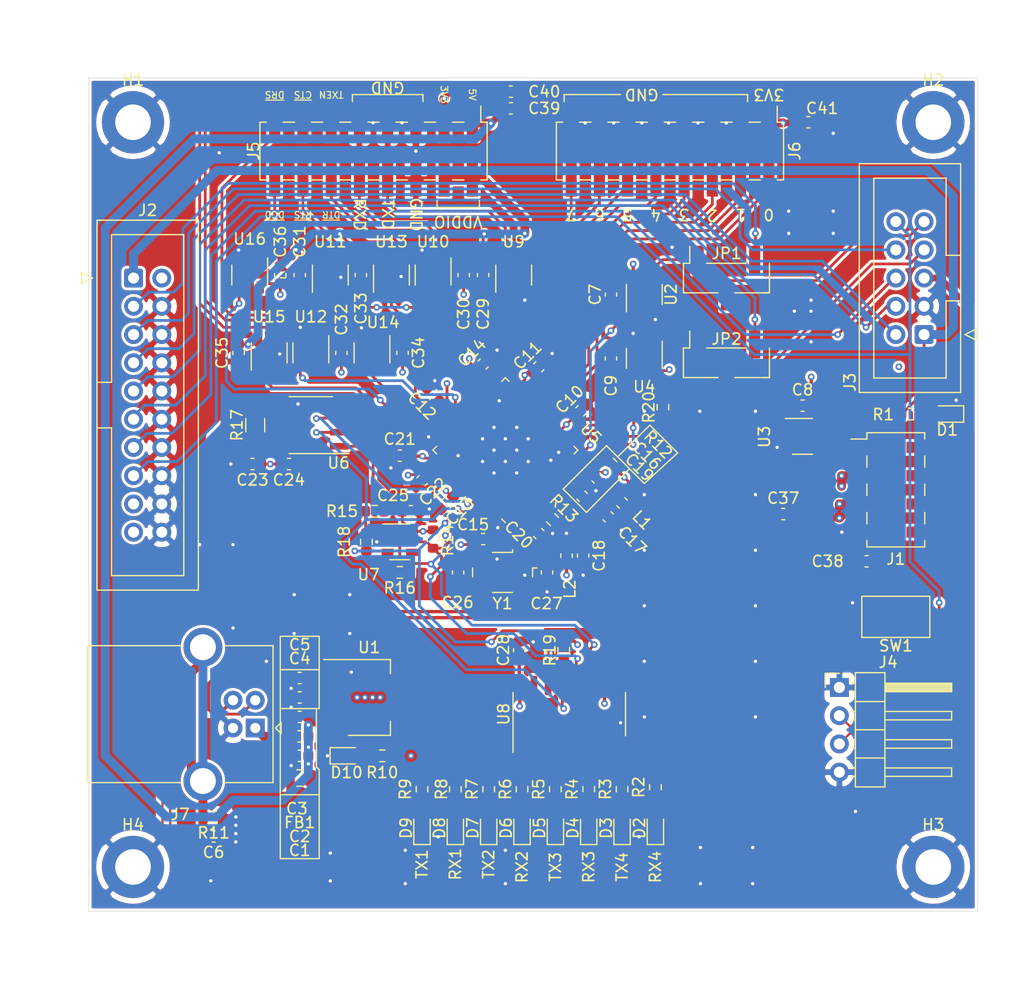
<source format=kicad_pcb>
(kicad_pcb (version 20171130) (host pcbnew 5.1.10)

  (general
    (thickness 1.6)
    (drawings 92)
    (tracks 1385)
    (zones 0)
    (modules 106)
    (nets 85)
  )

  (page A4)
  (title_block
    (title "Shimatta Jtag Adapter")
    (date 2021-05-14)
    (rev v1.0)
    (company Shimatta)
  )

  (layers
    (0 F.Cu signal)
    (1 In1.Cu power)
    (2 In2.Cu power)
    (31 B.Cu signal)
    (32 B.Adhes user)
    (33 F.Adhes user)
    (34 B.Paste user)
    (35 F.Paste user)
    (36 B.SilkS user)
    (37 F.SilkS user)
    (38 B.Mask user)
    (39 F.Mask user)
    (40 Dwgs.User user)
    (41 Cmts.User user)
    (42 Eco1.User user)
    (43 Eco2.User user)
    (44 Edge.Cuts user)
    (45 Margin user)
    (46 B.CrtYd user)
    (47 F.CrtYd user)
    (48 B.Fab user hide)
    (49 F.Fab user hide)
  )

  (setup
    (last_trace_width 0.25)
    (user_trace_width 0.3)
    (user_trace_width 0.6)
    (user_trace_width 0.8)
    (trace_clearance 0.2)
    (zone_clearance 0.254)
    (zone_45_only no)
    (trace_min 0.2)
    (via_size 0.6)
    (via_drill 0.3)
    (via_min_size 0.4)
    (via_min_drill 0.3)
    (user_via 0.9 0.5)
    (uvia_size 0.3)
    (uvia_drill 0.1)
    (uvias_allowed no)
    (uvia_min_size 0.2)
    (uvia_min_drill 0.1)
    (edge_width 0.05)
    (segment_width 0.2)
    (pcb_text_width 0.3)
    (pcb_text_size 1.5 1.5)
    (mod_edge_width 0.12)
    (mod_text_size 1 1)
    (mod_text_width 0.15)
    (pad_size 4.35 4.35)
    (pad_drill 0)
    (pad_to_mask_clearance 0)
    (aux_axis_origin 25 25)
    (grid_origin 25 25)
    (visible_elements FFFFFF7F)
    (pcbplotparams
      (layerselection 0x010fc_ffffffff)
      (usegerberextensions false)
      (usegerberattributes true)
      (usegerberadvancedattributes true)
      (creategerberjobfile true)
      (excludeedgelayer true)
      (linewidth 0.100000)
      (plotframeref false)
      (viasonmask false)
      (mode 1)
      (useauxorigin false)
      (hpglpennumber 1)
      (hpglpenspeed 20)
      (hpglpendiameter 15.000000)
      (psnegative false)
      (psa4output false)
      (plotreference true)
      (plotvalue true)
      (plotinvisibletext false)
      (padsonsilk false)
      (subtractmaskfromsilk false)
      (outputformat 1)
      (mirror false)
      (drillshape 1)
      (scaleselection 1)
      (outputdirectory ""))
  )

  (net 0 "")
  (net 1 GND)
  (net 2 +5V)
  (net 3 +3V3)
  (net 4 "Net-(C6-Pad2)")
  (net 5 /TARGET_VDDIO)
  (net 6 /FT4232H/VCORE)
  (net 7 "Net-(C17-Pad1)")
  (net 8 "Net-(C18-Pad1)")
  (net 9 "Net-(C26-Pad1)")
  (net 10 "Net-(C27-Pad1)")
  (net 11 /UART3_VDDIO)
  (net 12 "Net-(D1-Pad2)")
  (net 13 "Net-(D2-Pad2)")
  (net 14 "Net-(D3-Pad2)")
  (net 15 "Net-(D4-Pad2)")
  (net 16 "Net-(D5-Pad2)")
  (net 17 "Net-(D6-Pad2)")
  (net 18 "Net-(D7-Pad2)")
  (net 19 "Net-(D8-Pad2)")
  (net 20 "Net-(D9-Pad2)")
  (net 21 "Net-(D10-Pad2)")
  (net 22 "Net-(FB1-Pad2)")
  (net 23 /TEST_VCC_GND)
  (net 24 /~RTS~_VDDIO)
  (net 25 /~TARGET_RESET)
  (net 26 /TDO_SWO)
  (net 27 /RTCLK)
  (net 28 /TCK_SWCLK)
  (net 29 /TMS_SWDIO)
  (net 30 /TDI)
  (net 31 /~TRST)
  (net 32 "Net-(J3-Pad9)")
  (net 33 "Net-(J3-Pad7)")
  (net 34 /RS485-)
  (net 35 /RS485+)
  (net 36 "/UART3 Level Translation/~DCD3~_VDDIO")
  (net 37 "/UART3 Level Translation/~DSR3~_VDDIO")
  (net 38 "/UART3 Level Translation/~RTS3~_VDDIO")
  (net 39 "/UART3 Level Translation/~CTS~_VDDIO")
  (net 40 "/UART3 Level Translation/~DTR3~_VDDIO")
  (net 41 "/UART3 Level Translation/TXDEN3_VDDIO")
  (net 42 "/UART3 Level Translation/RXD3_VDDIO")
  (net 43 "/UART3 Level Translation/TXD3_VDDIO")
  (net 44 /FT4232H/MPSSE2_7)
  (net 45 /FT4232H/MPSSE2_6)
  (net 46 /FT4232H/MPSSE2_5)
  (net 47 /FT4232H/MPSSE2_4)
  (net 48 /FT4232H/MPSSE2_3)
  (net 49 /FT4232H/MPSSE2_2)
  (net 50 /FT4232H/MPSSE2_1)
  (net 51 /FT4232H/MPSSE2_0)
  (net 52 /D+)
  (net 53 /D-)
  (net 54 "/Level trans Programming Connector/OUT_VDDIO")
  (net 55 "/Level trans Programming Connector/IN_VDDIO")
  (net 56 /FT4232H/D_RX_ACT)
  (net 57 /FT4232H/D_TX_ACT)
  (net 58 /FT4232H/C_RX_ACT)
  (net 59 /FT4232H/C_TX_ACT)
  (net 60 /FT4232H/B_RX_ACT)
  (net 61 /FT4232H/B_TX_ACT)
  (net 62 /FT4232H/A_RX_ACT)
  (net 63 /FT4232H/A_TX_ACT)
  (net 64 "Net-(R12-Pad1)")
  (net 65 "Net-(R13-Pad1)")
  (net 66 /FT4232H/EECS)
  (net 67 "Net-(R15-Pad2)")
  (net 68 /FT4232H/EECLK)
  (net 69 /FT4232H/EEDATA)
  (net 70 /FT4232H/~PWREN)
  (net 71 "/Level trans Programming Connector/IN_3V3")
  (net 72 "/Level trans Programming Connector/RTS_3V3")
  (net 73 "/Level trans Programming Connector/OUT_3V3")
  (net 74 /FT4232H/TXEN4)
  (net 75 /FT4232H/RXD4)
  (net 76 /FT4232H/TXD4)
  (net 77 /FT4232H/TXDEN3)
  (net 78 /FT4232H/~DCD3)
  (net 79 /FT4232H/~DSR3)
  (net 80 /FT4232H/~DTR3)
  (net 81 /FT4232H/~CTS)
  (net 82 /FT4232H/~RTS3)
  (net 83 /FT4232H/RXD3)
  (net 84 /FT4232H/TXD3)

  (net_class Default "This is the default net class."
    (clearance 0.2)
    (trace_width 0.25)
    (via_dia 0.6)
    (via_drill 0.3)
    (uvia_dia 0.3)
    (uvia_drill 0.1)
    (diff_pair_width 0.25)
    (diff_pair_gap 0.25)
    (add_net +3V3)
    (add_net +5V)
    (add_net /FT4232H/A_RX_ACT)
    (add_net /FT4232H/A_TX_ACT)
    (add_net /FT4232H/B_RX_ACT)
    (add_net /FT4232H/B_TX_ACT)
    (add_net /FT4232H/C_RX_ACT)
    (add_net /FT4232H/C_TX_ACT)
    (add_net /FT4232H/D_RX_ACT)
    (add_net /FT4232H/D_TX_ACT)
    (add_net /FT4232H/EECLK)
    (add_net /FT4232H/EECS)
    (add_net /FT4232H/EEDATA)
    (add_net /FT4232H/MPSSE2_0)
    (add_net /FT4232H/MPSSE2_1)
    (add_net /FT4232H/MPSSE2_2)
    (add_net /FT4232H/MPSSE2_3)
    (add_net /FT4232H/MPSSE2_4)
    (add_net /FT4232H/MPSSE2_5)
    (add_net /FT4232H/MPSSE2_6)
    (add_net /FT4232H/MPSSE2_7)
    (add_net /FT4232H/RXD3)
    (add_net /FT4232H/RXD4)
    (add_net /FT4232H/TXD3)
    (add_net /FT4232H/TXD4)
    (add_net /FT4232H/TXDEN3)
    (add_net /FT4232H/TXEN4)
    (add_net /FT4232H/VCORE)
    (add_net /FT4232H/~CTS)
    (add_net /FT4232H/~DCD3)
    (add_net /FT4232H/~DSR3)
    (add_net /FT4232H/~DTR3)
    (add_net /FT4232H/~PWREN)
    (add_net /FT4232H/~RTS3)
    (add_net "/Level trans Programming Connector/IN_3V3")
    (add_net "/Level trans Programming Connector/IN_VDDIO")
    (add_net "/Level trans Programming Connector/OUT_3V3")
    (add_net "/Level trans Programming Connector/OUT_VDDIO")
    (add_net "/Level trans Programming Connector/RTS_3V3")
    (add_net /RTCLK)
    (add_net /TARGET_VDDIO)
    (add_net /TCK_SWCLK)
    (add_net /TDI)
    (add_net /TDO_SWO)
    (add_net /TEST_VCC_GND)
    (add_net /TMS_SWDIO)
    (add_net "/UART3 Level Translation/RXD3_VDDIO")
    (add_net "/UART3 Level Translation/TXD3_VDDIO")
    (add_net "/UART3 Level Translation/TXDEN3_VDDIO")
    (add_net "/UART3 Level Translation/~CTS~_VDDIO")
    (add_net "/UART3 Level Translation/~DCD3~_VDDIO")
    (add_net "/UART3 Level Translation/~DSR3~_VDDIO")
    (add_net "/UART3 Level Translation/~DTR3~_VDDIO")
    (add_net "/UART3 Level Translation/~RTS3~_VDDIO")
    (add_net /UART3_VDDIO)
    (add_net /~RTS~_VDDIO)
    (add_net /~TARGET_RESET)
    (add_net /~TRST)
    (add_net GND)
    (add_net "Net-(C17-Pad1)")
    (add_net "Net-(C18-Pad1)")
    (add_net "Net-(C26-Pad1)")
    (add_net "Net-(C27-Pad1)")
    (add_net "Net-(C6-Pad2)")
    (add_net "Net-(D1-Pad2)")
    (add_net "Net-(D10-Pad2)")
    (add_net "Net-(D2-Pad2)")
    (add_net "Net-(D3-Pad2)")
    (add_net "Net-(D4-Pad2)")
    (add_net "Net-(D5-Pad2)")
    (add_net "Net-(D6-Pad2)")
    (add_net "Net-(D7-Pad2)")
    (add_net "Net-(D8-Pad2)")
    (add_net "Net-(D9-Pad2)")
    (add_net "Net-(FB1-Pad2)")
    (add_net "Net-(J3-Pad7)")
    (add_net "Net-(J3-Pad9)")
    (add_net "Net-(R12-Pad1)")
    (add_net "Net-(R13-Pad1)")
    (add_net "Net-(R15-Pad2)")
  )

  (net_class RS485 ""
    (clearance 0.5)
    (trace_width 0.2)
    (via_dia 0.6)
    (via_drill 0.3)
    (uvia_dia 0.3)
    (uvia_drill 0.1)
    (diff_pair_width 0.2)
    (diff_pair_gap 0.5)
    (add_net /RS485+)
    (add_net /RS485-)
  )

  (net_class USB ""
    (clearance 0.2)
    (trace_width 0.25)
    (via_dia 0.6)
    (via_drill 0.3)
    (uvia_dia 0.3)
    (uvia_drill 0.1)
    (diff_pair_width 0.3)
    (diff_pair_gap 0.25)
    (add_net /D+)
    (add_net /D-)
  )

  (module Resistor_SMD:R_0603_1608Metric (layer F.Cu) (tedit 5F68FEEE) (tstamp 609EDEEA)
    (at 76.675 54.64 270)
    (descr "Resistor SMD 0603 (1608 Metric), square (rectangular) end terminal, IPC_7351 nominal, (Body size source: IPC-SM-782 page 72, https://www.pcb-3d.com/wordpress/wp-content/uploads/ipc-sm-782a_amendment_1_and_2.pdf), generated with kicad-footprint-generator")
    (tags resistor)
    (path /60B2EBBD)
    (attr smd)
    (fp_text reference R20 (at 0 1.27 90) (layer F.SilkS)
      (effects (font (size 1 1) (thickness 0.15)))
    )
    (fp_text value 10k (at 0 1.43 90) (layer F.Fab)
      (effects (font (size 1 1) (thickness 0.15)))
    )
    (fp_line (start -0.8 0.4125) (end -0.8 -0.4125) (layer F.Fab) (width 0.1))
    (fp_line (start -0.8 -0.4125) (end 0.8 -0.4125) (layer F.Fab) (width 0.1))
    (fp_line (start 0.8 -0.4125) (end 0.8 0.4125) (layer F.Fab) (width 0.1))
    (fp_line (start 0.8 0.4125) (end -0.8 0.4125) (layer F.Fab) (width 0.1))
    (fp_line (start -0.237258 -0.5225) (end 0.237258 -0.5225) (layer F.SilkS) (width 0.12))
    (fp_line (start -0.237258 0.5225) (end 0.237258 0.5225) (layer F.SilkS) (width 0.12))
    (fp_line (start -1.48 0.73) (end -1.48 -0.73) (layer F.CrtYd) (width 0.05))
    (fp_line (start -1.48 -0.73) (end 1.48 -0.73) (layer F.CrtYd) (width 0.05))
    (fp_line (start 1.48 -0.73) (end 1.48 0.73) (layer F.CrtYd) (width 0.05))
    (fp_line (start 1.48 0.73) (end -1.48 0.73) (layer F.CrtYd) (width 0.05))
    (fp_text user %R (at 0 0 90) (layer F.Fab)
      (effects (font (size 0.4 0.4) (thickness 0.06)))
    )
    (pad 2 smd roundrect (at 0.825 0 270) (size 0.8 0.95) (layers F.Cu F.Paste F.Mask) (roundrect_rratio 0.25)
      (net 1 GND))
    (pad 1 smd roundrect (at -0.825 0 270) (size 0.8 0.95) (layers F.Cu F.Paste F.Mask) (roundrect_rratio 0.25)
      (net 55 "/Level trans Programming Connector/IN_VDDIO"))
    (model ${KISYS3DMOD}/Resistor_SMD.3dshapes/R_0603_1608Metric.wrl
      (at (xyz 0 0 0))
      (scale (xyz 1 1 1))
      (rotate (xyz 0 0 0))
    )
  )

  (module Capacitor_SMD:C_0603_1608Metric (layer F.Cu) (tedit 5F68FEEE) (tstamp 609F0215)
    (at 89.75 29)
    (descr "Capacitor SMD 0603 (1608 Metric), square (rectangular) end terminal, IPC_7351 nominal, (Body size source: IPC-SM-782 page 76, https://www.pcb-3d.com/wordpress/wp-content/uploads/ipc-sm-782a_amendment_1_and_2.pdf), generated with kicad-footprint-generator")
    (tags capacitor)
    (path /60C8957C)
    (attr smd)
    (fp_text reference C41 (at 1.25 -1.25) (layer F.SilkS)
      (effects (font (size 1 1) (thickness 0.15)))
    )
    (fp_text value 100n (at 0 1.43) (layer F.Fab)
      (effects (font (size 1 1) (thickness 0.15)))
    )
    (fp_line (start -0.8 0.4) (end -0.8 -0.4) (layer F.Fab) (width 0.1))
    (fp_line (start -0.8 -0.4) (end 0.8 -0.4) (layer F.Fab) (width 0.1))
    (fp_line (start 0.8 -0.4) (end 0.8 0.4) (layer F.Fab) (width 0.1))
    (fp_line (start 0.8 0.4) (end -0.8 0.4) (layer F.Fab) (width 0.1))
    (fp_line (start -0.14058 -0.51) (end 0.14058 -0.51) (layer F.SilkS) (width 0.12))
    (fp_line (start -0.14058 0.51) (end 0.14058 0.51) (layer F.SilkS) (width 0.12))
    (fp_line (start -1.48 0.73) (end -1.48 -0.73) (layer F.CrtYd) (width 0.05))
    (fp_line (start -1.48 -0.73) (end 1.48 -0.73) (layer F.CrtYd) (width 0.05))
    (fp_line (start 1.48 -0.73) (end 1.48 0.73) (layer F.CrtYd) (width 0.05))
    (fp_line (start 1.48 0.73) (end -1.48 0.73) (layer F.CrtYd) (width 0.05))
    (fp_text user %R (at 0 0) (layer F.Fab)
      (effects (font (size 0.4 0.4) (thickness 0.06)))
    )
    (pad 2 smd roundrect (at 0.775 0) (size 0.9 0.95) (layers F.Cu F.Paste F.Mask) (roundrect_rratio 0.25)
      (net 1 GND))
    (pad 1 smd roundrect (at -0.775 0) (size 0.9 0.95) (layers F.Cu F.Paste F.Mask) (roundrect_rratio 0.25)
      (net 3 +3V3))
    (model ${KISYS3DMOD}/Capacitor_SMD.3dshapes/C_0603_1608Metric.wrl
      (at (xyz 0 0 0))
      (scale (xyz 1 1 1))
      (rotate (xyz 0 0 0))
    )
  )

  (module Capacitor_SMD:C_0603_1608Metric (layer F.Cu) (tedit 5F68FEEE) (tstamp 609F05AB)
    (at 63 26.25)
    (descr "Capacitor SMD 0603 (1608 Metric), square (rectangular) end terminal, IPC_7351 nominal, (Body size source: IPC-SM-782 page 76, https://www.pcb-3d.com/wordpress/wp-content/uploads/ipc-sm-782a_amendment_1_and_2.pdf), generated with kicad-footprint-generator")
    (tags capacitor)
    (path /60B67C6A)
    (attr smd)
    (fp_text reference C40 (at 3 0) (layer F.SilkS)
      (effects (font (size 1 1) (thickness 0.15)))
    )
    (fp_text value 100n (at 0 1.43) (layer F.Fab)
      (effects (font (size 1 1) (thickness 0.15)))
    )
    (fp_line (start -0.8 0.4) (end -0.8 -0.4) (layer F.Fab) (width 0.1))
    (fp_line (start -0.8 -0.4) (end 0.8 -0.4) (layer F.Fab) (width 0.1))
    (fp_line (start 0.8 -0.4) (end 0.8 0.4) (layer F.Fab) (width 0.1))
    (fp_line (start 0.8 0.4) (end -0.8 0.4) (layer F.Fab) (width 0.1))
    (fp_line (start -0.14058 -0.51) (end 0.14058 -0.51) (layer F.SilkS) (width 0.12))
    (fp_line (start -0.14058 0.51) (end 0.14058 0.51) (layer F.SilkS) (width 0.12))
    (fp_line (start -1.48 0.73) (end -1.48 -0.73) (layer F.CrtYd) (width 0.05))
    (fp_line (start -1.48 -0.73) (end 1.48 -0.73) (layer F.CrtYd) (width 0.05))
    (fp_line (start 1.48 -0.73) (end 1.48 0.73) (layer F.CrtYd) (width 0.05))
    (fp_line (start 1.48 0.73) (end -1.48 0.73) (layer F.CrtYd) (width 0.05))
    (fp_text user %R (at 0 0) (layer F.Fab)
      (effects (font (size 0.4 0.4) (thickness 0.06)))
    )
    (pad 2 smd roundrect (at 0.775 0) (size 0.9 0.95) (layers F.Cu F.Paste F.Mask) (roundrect_rratio 0.25)
      (net 1 GND))
    (pad 1 smd roundrect (at -0.775 0) (size 0.9 0.95) (layers F.Cu F.Paste F.Mask) (roundrect_rratio 0.25)
      (net 3 +3V3))
    (model ${KISYS3DMOD}/Capacitor_SMD.3dshapes/C_0603_1608Metric.wrl
      (at (xyz 0 0 0))
      (scale (xyz 1 1 1))
      (rotate (xyz 0 0 0))
    )
  )

  (module Capacitor_SMD:C_0603_1608Metric (layer F.Cu) (tedit 5F68FEEE) (tstamp 609F05DB)
    (at 63 27.75)
    (descr "Capacitor SMD 0603 (1608 Metric), square (rectangular) end terminal, IPC_7351 nominal, (Body size source: IPC-SM-782 page 76, https://www.pcb-3d.com/wordpress/wp-content/uploads/ipc-sm-782a_amendment_1_and_2.pdf), generated with kicad-footprint-generator")
    (tags capacitor)
    (path /60B6DEB8)
    (attr smd)
    (fp_text reference C39 (at 3 0) (layer F.SilkS)
      (effects (font (size 1 1) (thickness 0.15)))
    )
    (fp_text value 100n (at 0 1.43) (layer F.Fab)
      (effects (font (size 1 1) (thickness 0.15)))
    )
    (fp_line (start -0.8 0.4) (end -0.8 -0.4) (layer F.Fab) (width 0.1))
    (fp_line (start -0.8 -0.4) (end 0.8 -0.4) (layer F.Fab) (width 0.1))
    (fp_line (start 0.8 -0.4) (end 0.8 0.4) (layer F.Fab) (width 0.1))
    (fp_line (start 0.8 0.4) (end -0.8 0.4) (layer F.Fab) (width 0.1))
    (fp_line (start -0.14058 -0.51) (end 0.14058 -0.51) (layer F.SilkS) (width 0.12))
    (fp_line (start -0.14058 0.51) (end 0.14058 0.51) (layer F.SilkS) (width 0.12))
    (fp_line (start -1.48 0.73) (end -1.48 -0.73) (layer F.CrtYd) (width 0.05))
    (fp_line (start -1.48 -0.73) (end 1.48 -0.73) (layer F.CrtYd) (width 0.05))
    (fp_line (start 1.48 -0.73) (end 1.48 0.73) (layer F.CrtYd) (width 0.05))
    (fp_line (start 1.48 0.73) (end -1.48 0.73) (layer F.CrtYd) (width 0.05))
    (fp_text user %R (at 0 0) (layer F.Fab)
      (effects (font (size 0.4 0.4) (thickness 0.06)))
    )
    (pad 2 smd roundrect (at 0.775 0) (size 0.9 0.95) (layers F.Cu F.Paste F.Mask) (roundrect_rratio 0.25)
      (net 1 GND))
    (pad 1 smd roundrect (at -0.775 0) (size 0.9 0.95) (layers F.Cu F.Paste F.Mask) (roundrect_rratio 0.25)
      (net 2 +5V))
    (model ${KISYS3DMOD}/Capacitor_SMD.3dshapes/C_0603_1608Metric.wrl
      (at (xyz 0 0 0))
      (scale (xyz 1 1 1))
      (rotate (xyz 0 0 0))
    )
  )

  (module Capacitor_SMD:C_0603_1608Metric (layer F.Cu) (tedit 5F68FEEE) (tstamp 609F060B)
    (at 95 68.5)
    (descr "Capacitor SMD 0603 (1608 Metric), square (rectangular) end terminal, IPC_7351 nominal, (Body size source: IPC-SM-782 page 76, https://www.pcb-3d.com/wordpress/wp-content/uploads/ipc-sm-782a_amendment_1_and_2.pdf), generated with kicad-footprint-generator")
    (tags capacitor)
    (path /60C01F58)
    (attr smd)
    (fp_text reference C38 (at -3.5 0) (layer F.SilkS)
      (effects (font (size 1 1) (thickness 0.15)))
    )
    (fp_text value 100n (at 0 1.43) (layer F.Fab)
      (effects (font (size 1 1) (thickness 0.15)))
    )
    (fp_line (start -0.8 0.4) (end -0.8 -0.4) (layer F.Fab) (width 0.1))
    (fp_line (start -0.8 -0.4) (end 0.8 -0.4) (layer F.Fab) (width 0.1))
    (fp_line (start 0.8 -0.4) (end 0.8 0.4) (layer F.Fab) (width 0.1))
    (fp_line (start 0.8 0.4) (end -0.8 0.4) (layer F.Fab) (width 0.1))
    (fp_line (start -0.14058 -0.51) (end 0.14058 -0.51) (layer F.SilkS) (width 0.12))
    (fp_line (start -0.14058 0.51) (end 0.14058 0.51) (layer F.SilkS) (width 0.12))
    (fp_line (start -1.48 0.73) (end -1.48 -0.73) (layer F.CrtYd) (width 0.05))
    (fp_line (start -1.48 -0.73) (end 1.48 -0.73) (layer F.CrtYd) (width 0.05))
    (fp_line (start 1.48 -0.73) (end 1.48 0.73) (layer F.CrtYd) (width 0.05))
    (fp_line (start 1.48 0.73) (end -1.48 0.73) (layer F.CrtYd) (width 0.05))
    (fp_text user %R (at 0 0) (layer F.Fab)
      (effects (font (size 0.4 0.4) (thickness 0.06)))
    )
    (pad 2 smd roundrect (at 0.775 0) (size 0.9 0.95) (layers F.Cu F.Paste F.Mask) (roundrect_rratio 0.25)
      (net 3 +3V3))
    (pad 1 smd roundrect (at -0.775 0) (size 0.9 0.95) (layers F.Cu F.Paste F.Mask) (roundrect_rratio 0.25)
      (net 1 GND))
    (model ${KISYS3DMOD}/Capacitor_SMD.3dshapes/C_0603_1608Metric.wrl
      (at (xyz 0 0 0))
      (scale (xyz 1 1 1))
      (rotate (xyz 0 0 0))
    )
  )

  (module Capacitor_SMD:C_0603_1608Metric (layer F.Cu) (tedit 5F68FEEE) (tstamp 609F0641)
    (at 87.5 64.25)
    (descr "Capacitor SMD 0603 (1608 Metric), square (rectangular) end terminal, IPC_7351 nominal, (Body size source: IPC-SM-782 page 76, https://www.pcb-3d.com/wordpress/wp-content/uploads/ipc-sm-782a_amendment_1_and_2.pdf), generated with kicad-footprint-generator")
    (tags capacitor)
    (path /60C07CB5)
    (attr smd)
    (fp_text reference C37 (at 0 -1.43) (layer F.SilkS)
      (effects (font (size 1 1) (thickness 0.15)))
    )
    (fp_text value 100n (at 0 1.43) (layer F.Fab)
      (effects (font (size 1 1) (thickness 0.15)))
    )
    (fp_line (start -0.8 0.4) (end -0.8 -0.4) (layer F.Fab) (width 0.1))
    (fp_line (start -0.8 -0.4) (end 0.8 -0.4) (layer F.Fab) (width 0.1))
    (fp_line (start 0.8 -0.4) (end 0.8 0.4) (layer F.Fab) (width 0.1))
    (fp_line (start 0.8 0.4) (end -0.8 0.4) (layer F.Fab) (width 0.1))
    (fp_line (start -0.14058 -0.51) (end 0.14058 -0.51) (layer F.SilkS) (width 0.12))
    (fp_line (start -0.14058 0.51) (end 0.14058 0.51) (layer F.SilkS) (width 0.12))
    (fp_line (start -1.48 0.73) (end -1.48 -0.73) (layer F.CrtYd) (width 0.05))
    (fp_line (start -1.48 -0.73) (end 1.48 -0.73) (layer F.CrtYd) (width 0.05))
    (fp_line (start 1.48 -0.73) (end 1.48 0.73) (layer F.CrtYd) (width 0.05))
    (fp_line (start 1.48 0.73) (end -1.48 0.73) (layer F.CrtYd) (width 0.05))
    (fp_text user %R (at 0 0) (layer F.Fab)
      (effects (font (size 0.4 0.4) (thickness 0.06)))
    )
    (pad 2 smd roundrect (at 0.775 0) (size 0.9 0.95) (layers F.Cu F.Paste F.Mask) (roundrect_rratio 0.25)
      (net 2 +5V))
    (pad 1 smd roundrect (at -0.775 0) (size 0.9 0.95) (layers F.Cu F.Paste F.Mask) (roundrect_rratio 0.25)
      (net 1 GND))
    (model ${KISYS3DMOD}/Capacitor_SMD.3dshapes/C_0603_1608Metric.wrl
      (at (xyz 0 0 0))
      (scale (xyz 1 1 1))
      (rotate (xyz 0 0 0))
    )
  )

  (module shimatta_artwork:shimatta_kanji_20mm_solder_mask (layer F.Cu) (tedit 0) (tstamp 609F0677)
    (at 84 70.5 90)
    (fp_text reference G*** (at 0 0 90) (layer F.SilkS) hide
      (effects (font (size 1.524 1.524) (thickness 0.3)))
    )
    (fp_text value LOGO (at 0.75 0 90) (layer F.SilkS) hide
      (effects (font (size 1.524 1.524) (thickness 0.3)))
    )
    (fp_poly (pts (xy -3.948741 2.077681) (xy -3.842571 2.106575) (xy -3.745245 2.159437) (xy -3.73239 2.168381)
      (xy -3.676586 2.208118) (xy -3.634238 2.139597) (xy -3.599519 2.096334) (xy -3.564972 2.072617)
      (xy -3.556581 2.071077) (xy -3.536411 2.077165) (xy -3.521291 2.098637) (xy -3.51037 2.140308)
      (xy -3.502799 2.206991) (xy -3.49773 2.303499) (xy -3.494546 2.422769) (xy -3.492947 2.519225)
      (xy -3.493504 2.583451) (xy -3.497349 2.622281) (xy -3.505619 2.642547) (xy -3.519446 2.651084)
      (xy -3.532881 2.653716) (xy -3.573956 2.64517) (xy -3.587958 2.624409) (xy -3.646019 2.4834)
      (xy -3.713402 2.367277) (xy -3.781292 2.287532) (xy -3.873546 2.221697) (xy -3.97294 2.182951)
      (xy -4.073355 2.169839) (xy -4.168668 2.180907) (xy -4.252758 2.214702) (xy -4.319504 2.269769)
      (xy -4.362784 2.344655) (xy -4.376615 2.428933) (xy -4.365582 2.497361) (xy -4.33035 2.556287)
      (xy -4.267717 2.607919) (xy -4.174483 2.654462) (xy -4.047446 2.698125) (xy -3.945975 2.725816)
      (xy -3.85389 2.75024) (xy -3.76859 2.774776) (xy -3.701899 2.795929) (xy -3.674447 2.806076)
      (xy -3.567882 2.870419) (xy -3.488399 2.961286) (xy -3.438303 3.074985) (xy -3.419896 3.207823)
      (xy -3.41985 3.214077) (xy -3.436648 3.351761) (xy -3.486035 3.470533) (xy -3.565609 3.56705)
      (xy -3.67297 3.637969) (xy -3.743839 3.665108) (xy -3.837888 3.683707) (xy -3.947419 3.690817)
      (xy -4.056238 3.686459) (xy -4.148147 3.670652) (xy -4.167501 3.664588) (xy -4.232348 3.636065)
      (xy -4.30185 3.59786) (xy -4.318672 3.587181) (xy -4.39565 3.53624) (xy -4.439863 3.604494)
      (xy -4.48072 3.653504) (xy -4.524176 3.672151) (xy -4.537807 3.672989) (xy -4.591538 3.673231)
      (xy -4.591538 3.048) (xy -4.544595 3.048) (xy -4.518453 3.052519) (xy -4.498508 3.071374)
      (xy -4.479553 3.112508) (xy -4.457089 3.181544) (xy -4.400463 3.312708) (xy -4.318273 3.42679)
      (xy -4.217406 3.515052) (xy -4.173966 3.540862) (xy -4.086335 3.57143) (xy -3.983094 3.585212)
      (xy -3.878704 3.58206) (xy -3.787626 3.561828) (xy -3.751451 3.545174) (xy -3.670291 3.478418)
      (xy -3.61732 3.394384) (xy -3.595281 3.301169) (xy -3.606916 3.206866) (xy -3.623386 3.167162)
      (xy -3.647083 3.129684) (xy -3.679122 3.098577) (xy -3.725539 3.070884) (xy -3.792369 3.043648)
      (xy -3.885646 3.013911) (xy -4.003738 2.980792) (xy -4.141027 2.941904) (xy -4.24642 2.907553)
      (xy -4.326391 2.874894) (xy -4.387417 2.841084) (xy -4.435975 2.803278) (xy -4.458411 2.781135)
      (xy -4.517275 2.699588) (xy -4.546855 2.605673) (xy -4.552461 2.526341) (xy -4.536364 2.386709)
      (xy -4.489333 2.270099) (xy -4.413262 2.178332) (xy -4.310042 2.11323) (xy -4.181568 2.076613)
      (xy -4.077097 2.068906) (xy -3.948741 2.077681)) (layer F.Mask) (width 0.01))
    (fp_poly (pts (xy 1.281889 2.625235) (xy 1.35408 2.639007) (xy 1.418751 2.666585) (xy 1.481804 2.707759)
      (xy 1.490849 2.715425) (xy 1.553308 2.771207) (xy 1.563564 3.129411) (xy 1.567715 3.245141)
      (xy 1.572994 3.348271) (xy 1.57893 3.432072) (xy 1.585051 3.489815) (xy 1.59052 3.514271)
      (xy 1.621864 3.532029) (xy 1.682841 3.530784) (xy 1.732532 3.52706) (xy 1.754343 3.53598)
      (xy 1.758462 3.554831) (xy 1.740226 3.602654) (xy 1.689967 3.640684) (xy 1.614362 3.664558)
      (xy 1.584271 3.668656) (xy 1.521456 3.671511) (xy 1.480693 3.661986) (xy 1.445805 3.635793)
      (xy 1.440421 3.630505) (xy 1.405182 3.590236) (xy 1.384448 3.557311) (xy 1.383959 3.555952)
      (xy 1.369919 3.545603) (xy 1.338585 3.559455) (xy 1.298034 3.588839) (xy 1.237128 3.630119)
      (xy 1.174901 3.662931) (xy 1.154739 3.670815) (xy 1.067219 3.688301) (xy 0.969072 3.690589)
      (xy 0.877577 3.678236) (xy 0.82469 3.660184) (xy 0.744988 3.605701) (xy 0.69927 3.534893)
      (xy 0.683885 3.441954) (xy 0.683846 3.43619) (xy 0.686252 3.401029) (xy 0.911215 3.401029)
      (xy 0.915671 3.46142) (xy 0.938699 3.50419) (xy 0.96608 3.530724) (xy 1.014251 3.563687)
      (xy 1.064001 3.572515) (xy 1.100877 3.569299) (xy 1.16548 3.552873) (xy 1.221927 3.526276)
      (xy 1.228025 3.522031) (xy 1.291206 3.464621) (xy 1.331243 3.399056) (xy 1.354073 3.313462)
      (xy 1.361257 3.255587) (xy 1.367045 3.18541) (xy 1.366887 3.146315) (xy 1.359234 3.130556)
      (xy 1.342538 3.130386) (xy 1.336539 3.131936) (xy 1.296977 3.141887) (xy 1.235589 3.156274)
      (xy 1.191846 3.166146) (xy 1.073844 3.199818) (xy 0.990757 3.242205) (xy 0.938825 3.296458)
      (xy 0.914285 3.365723) (xy 0.911215 3.401029) (xy 0.686252 3.401029) (xy 0.688232 3.372117)
      (xy 0.706532 3.323776) (xy 0.746465 3.27193) (xy 0.752394 3.265315) (xy 0.812501 3.210537)
      (xy 0.889162 3.163405) (xy 0.987601 3.121827) (xy 1.113046 3.083712) (xy 1.270722 3.046968)
      (xy 1.326119 3.035696) (xy 1.352917 3.027456) (xy 1.364665 3.00962) (xy 1.364603 2.971489)
      (xy 1.35919 2.926418) (xy 1.348005 2.861639) (xy 1.334451 2.809178) (xy 1.327644 2.792185)
      (xy 1.289845 2.757473) (xy 1.22536 2.73215) (xy 1.146124 2.719638) (xy 1.080054 2.721162)
      (xy 1.001244 2.738478) (xy 0.956495 2.767989) (xy 0.947455 2.80826) (xy 0.955478 2.829513)
      (xy 0.975273 2.895593) (xy 0.966716 2.954334) (xy 0.936558 2.99953) (xy 0.891551 3.024976)
      (xy 0.838446 3.024465) (xy 0.783995 2.991793) (xy 0.781539 2.989384) (xy 0.746802 2.930557)
      (xy 0.744258 2.86267) (xy 0.770445 2.792651) (xy 0.821898 2.727426) (xy 0.895153 2.673923)
      (xy 0.951683 2.649098) (xy 1.050558 2.627276) (xy 1.167021 2.619162) (xy 1.281889 2.625235)) (layer F.Mask) (width 0.01))
    (fp_poly (pts (xy 2.134779 2.216303) (xy 2.147307 2.228949) (xy 2.155214 2.256355) (xy 2.159977 2.305421)
      (xy 2.163072 2.383045) (xy 2.164525 2.437423) (xy 2.170049 2.657231) (xy 2.327076 2.657231)
      (xy 2.404733 2.6578) (xy 2.450924 2.660989) (xy 2.47326 2.669015) (xy 2.47935 2.684097)
      (xy 2.477859 2.701192) (xy 2.471647 2.723494) (xy 2.455225 2.737184) (xy 2.420203 2.744904)
      (xy 2.358189 2.749299) (xy 2.320193 2.75086) (xy 2.16877 2.756567) (xy 2.16877 3.112859)
      (xy 2.169342 3.245244) (xy 2.171343 3.344145) (xy 2.175197 3.415141) (xy 2.181328 3.46381)
      (xy 2.19016 3.495732) (xy 2.199185 3.512575) (xy 2.243766 3.548597) (xy 2.297876 3.553845)
      (xy 2.352703 3.532052) (xy 2.399437 3.486951) (xy 2.429266 3.422273) (xy 2.43109 3.414346)
      (xy 2.443721 3.353742) (xy 2.452449 3.311769) (xy 2.471087 3.273712) (xy 2.512304 3.262927)
      (xy 2.513582 3.262923) (xy 2.543027 3.264893) (xy 2.556494 3.277318) (xy 2.557615 3.309964)
      (xy 2.551165 3.363995) (xy 2.520761 3.487567) (xy 2.465044 3.582903) (xy 2.382053 3.653097)
      (xy 2.36024 3.665318) (xy 2.291732 3.686001) (xy 2.208022 3.691374) (xy 2.128819 3.681235)
      (xy 2.092499 3.668058) (xy 2.047491 3.634999) (xy 2.004847 3.589185) (xy 2.004576 3.588822)
      (xy 1.990478 3.567274) (xy 1.979874 3.541935) (xy 1.97215 3.506993) (xy 1.96669 3.456633)
      (xy 1.962881 3.385044) (xy 1.960108 3.286412) (xy 1.957757 3.154925) (xy 1.957592 3.144322)
      (xy 1.951569 2.754923) (xy 1.864785 2.754923) (xy 1.810898 2.752753) (xy 1.785539 2.74247)
      (xy 1.778236 2.718408) (xy 1.778 2.707988) (xy 1.78917 2.669501) (xy 1.828657 2.643689)
      (xy 1.84066 2.63921) (xy 1.916877 2.59926) (xy 1.975812 2.536169) (xy 2.020275 2.445345)
      (xy 2.053082 2.322197) (xy 2.060796 2.279902) (xy 2.072651 2.231189) (xy 2.090988 2.211978)
      (xy 2.116152 2.211517) (xy 2.134779 2.216303)) (layer F.Mask) (width 0.01))
    (fp_poly (pts (xy 2.977889 2.220577) (xy 2.989051 2.233889) (xy 2.996212 2.264192) (xy 3.000678 2.318126)
      (xy 3.003756 2.402331) (xy 3.004679 2.437423) (xy 3.010203 2.657231) (xy 3.165871 2.657231)
      (xy 3.2432 2.657756) (xy 3.289442 2.661005) (xy 3.312586 2.669483) (xy 3.320621 2.685697)
      (xy 3.321539 2.706077) (xy 3.319873 2.730302) (xy 3.309561 2.744808) (xy 3.282629 2.752086)
      (xy 3.231105 2.754626) (xy 3.165231 2.754923) (xy 3.008923 2.754923) (xy 3.008923 3.116384)
      (xy 3.009198 3.244484) (xy 3.0104 3.339342) (xy 3.0131 3.40679) (xy 3.017865 3.452661)
      (xy 3.025266 3.482788) (xy 3.035872 3.503005) (xy 3.048 3.516923) (xy 3.10635 3.552186)
      (xy 3.168114 3.552519) (xy 3.223333 3.519711) (xy 3.251566 3.480363) (xy 3.27189 3.427198)
      (xy 3.288956 3.360597) (xy 3.291638 3.345961) (xy 3.303463 3.293252) (xy 3.320872 3.269071)
      (xy 3.351893 3.262946) (xy 3.355285 3.262923) (xy 3.38444 3.265205) (xy 3.397578 3.278679)
      (xy 3.398595 3.313283) (xy 3.393567 3.360604) (xy 3.365773 3.486881) (xy 3.315386 3.581707)
      (xy 3.241303 3.646267) (xy 3.142419 3.681748) (xy 3.088355 3.688628) (xy 3.01614 3.689982)
      (xy 2.964142 3.679081) (xy 2.914397 3.651992) (xy 2.911231 3.64986) (xy 2.874127 3.62076)
      (xy 2.845838 3.586644) (xy 2.825182 3.542043) (xy 2.810978 3.481493) (xy 2.802044 3.399525)
      (xy 2.797199 3.290672) (xy 2.79526 3.149469) (xy 2.795103 3.112623) (xy 2.794 2.75717)
      (xy 2.710962 2.751162) (xy 2.655959 2.743228) (xy 2.629795 2.72651) (xy 2.623153 2.706077)
      (xy 2.631409 2.674445) (xy 2.668702 2.64438) (xy 2.700291 2.627923) (xy 2.771841 2.584089)
      (xy 2.824234 2.526111) (xy 2.863446 2.445303) (xy 2.891324 2.350359) (xy 2.91104 2.278076)
      (xy 2.928744 2.236994) (xy 2.948357 2.219688) (xy 2.96142 2.217615) (xy 2.977889 2.220577)) (layer F.Mask) (width 0.01))
    (fp_poly (pts (xy 4.134035 2.624029) (xy 4.182149 2.635312) (xy 4.230186 2.656367) (xy 4.238703 2.660758)
      (xy 4.295999 2.692909) (xy 4.338535 2.725226) (xy 4.368629 2.76404) (xy 4.388598 2.815684)
      (xy 4.400759 2.886491) (xy 4.407429 2.982792) (xy 4.410925 3.11092) (xy 4.411305 3.13242)
      (xy 4.413773 3.268998) (xy 4.416709 3.371269) (xy 4.421345 3.443996) (xy 4.428912 3.491941)
      (xy 4.440642 3.519868) (xy 4.457766 3.532538) (xy 4.481517 3.534714) (xy 4.513124 3.531159)
      (xy 4.514366 3.530992) (xy 4.574801 3.528252) (xy 4.602733 3.542499) (xy 4.601888 3.576081)
      (xy 4.599004 3.584267) (xy 4.565512 3.623526) (xy 4.505057 3.654325) (xy 4.429621 3.671409)
      (xy 4.396191 3.673231) (xy 4.330445 3.665009) (xy 4.281674 3.635069) (xy 4.268221 3.621531)
      (xy 4.236391 3.582692) (xy 4.220665 3.554692) (xy 4.220308 3.552152) (xy 4.206786 3.551941)
      (xy 4.172559 3.571718) (xy 4.151963 3.586602) (xy 4.037525 3.652649) (xy 3.913524 3.687153)
      (xy 3.788526 3.689048) (xy 3.6711 3.657264) (xy 3.653241 3.648807) (xy 3.575561 3.590347)
      (xy 3.530853 3.512415) (xy 3.52127 3.419334) (xy 3.525138 3.391337) (xy 3.525834 3.389277)
      (xy 3.751385 3.389277) (xy 3.765893 3.476624) (xy 3.806381 3.537453) (xy 3.868297 3.569636)
      (xy 3.947088 3.571042) (xy 4.038201 3.539541) (xy 4.054231 3.530961) (xy 4.131154 3.469167)
      (xy 4.179087 3.385009) (xy 4.199659 3.275234) (xy 4.200739 3.238127) (xy 4.20077 3.125409)
      (xy 4.147039 3.137413) (xy 4.005283 3.173125) (xy 3.898886 3.210039) (xy 3.824142 3.250513)
      (xy 3.777351 3.296903) (xy 3.75481 3.351567) (xy 3.751385 3.389277) (xy 3.525834 3.389277)
      (xy 3.550482 3.316353) (xy 3.598369 3.251214) (xy 3.671884 3.194174) (xy 3.77411 3.143485)
      (xy 3.908131 3.0974) (xy 4.077031 3.054171) (xy 4.147039 3.038956) (xy 4.182239 3.02674)
      (xy 4.197497 3.001436) (xy 4.20077 2.951207) (xy 4.190307 2.855209) (xy 4.157338 2.787629)
      (xy 4.104887 2.746089) (xy 4.026609 2.722112) (xy 3.934077 2.717321) (xy 3.847506 2.732499)
      (xy 3.83837 2.735741) (xy 3.801509 2.756724) (xy 3.794777 2.787791) (xy 3.798021 2.804125)
      (xy 3.812669 2.863271) (xy 3.821682 2.899549) (xy 3.816621 2.950785) (xy 3.783408 2.996248)
      (xy 3.732546 3.024438) (xy 3.703957 3.028461) (xy 3.655872 3.011601) (xy 3.611064 2.969855)
      (xy 3.581322 2.916476) (xy 3.575612 2.884172) (xy 3.592791 2.818384) (xy 3.638481 2.750973)
      (xy 3.704233 2.693009) (xy 3.735965 2.674057) (xy 3.80207 2.647582) (xy 3.883198 2.631325)
      (xy 3.985846 2.623066) (xy 4.072911 2.620589) (xy 4.134035 2.624029)) (layer F.Mask) (width 0.01))
    (fp_poly (pts (xy -2.91123 2.430945) (xy -2.901461 2.796672) (xy -2.842846 2.734314) (xy -2.752705 2.662809)
      (xy -2.653214 2.624266) (xy -2.551077 2.617008) (xy -2.453001 2.63936) (xy -2.365692 2.689645)
      (xy -2.295854 2.76619) (xy -2.250195 2.867316) (xy -2.246092 2.883435) (xy -2.239748 2.930158)
      (xy -2.234338 3.006749) (xy -2.230311 3.104) (xy -2.228116 3.212704) (xy -2.22785 3.257666)
      (xy -2.227868 3.372491) (xy -2.22676 3.454252) (xy -2.222159 3.508944) (xy -2.211699 3.542561)
      (xy -2.193012 3.561095) (xy -2.163733 3.570542) (xy -2.121493 3.576895) (xy -2.100609 3.579886)
      (xy -2.06566 3.599604) (xy -2.055215 3.619724) (xy -2.055683 3.632977) (xy -2.066819 3.642272)
      (xy -2.094286 3.648299) (xy -2.143746 3.651751) (xy -2.220862 3.653318) (xy -2.331296 3.653692)
      (xy -2.333413 3.653692) (xy -2.444194 3.653422) (xy -2.521787 3.652075) (xy -2.57208 3.648841)
      (xy -2.60096 3.642913) (xy -2.614317 3.633483) (xy -2.618036 3.619742) (xy -2.618154 3.614615)
      (xy -2.609948 3.587056) (xy -2.578457 3.576447) (xy -2.553677 3.575538) (xy -2.5133 3.573452)
      (xy -2.48406 3.563589) (xy -2.464167 3.540546) (xy -2.451834 3.498918) (xy -2.445274 3.433301)
      (xy -2.4427 3.338291) (xy -2.442307 3.238849) (xy -2.444045 3.100024) (xy -2.45012 2.994317)
      (xy -2.461822 2.915887) (xy -2.480444 2.858894) (xy -2.507278 2.817497) (xy -2.542283 2.786784)
      (xy -2.613761 2.758645) (xy -2.692497 2.763385) (xy -2.769991 2.798125) (xy -2.837745 2.859986)
      (xy -2.862384 2.895227) (xy -2.87811 2.926302) (xy -2.889459 2.963869) (xy -2.897366 3.015172)
      (xy -2.902763 3.087453) (xy -2.906584 3.187955) (xy -2.90819 3.250861) (xy -2.910513 3.370015)
      (xy -2.90986 3.455655) (xy -2.904363 3.513325) (xy -2.892152 3.548574) (xy -2.871359 3.566947)
      (xy -2.840114 3.57399) (xy -2.798884 3.575239) (xy -2.753791 3.580646) (xy -2.736686 3.600511)
      (xy -2.735384 3.614615) (xy -2.737349 3.629818) (xy -2.74717 3.640467) (xy -2.770734 3.647369)
      (xy -2.81393 3.651332) (xy -2.882644 3.653165) (xy -2.982766 3.653676) (xy -3.020125 3.653692)
      (xy -3.131152 3.653332) (xy -3.208767 3.65179) (xy -3.258634 3.648375) (xy -3.286416 3.642395)
      (xy -3.297774 3.633159) (xy -3.298371 3.619977) (xy -3.298323 3.619724) (xy -3.275912 3.589103)
      (xy -3.252929 3.579886) (xy -3.200774 3.570769) (xy -3.169862 3.564573) (xy -3.125648 3.555128)
      (xy -3.130786 2.876603) (xy -3.135923 2.198077) (xy -3.22873 2.192122) (xy -3.2852 2.186309)
      (xy -3.312659 2.174677) (xy -3.321171 2.151626) (xy -3.321538 2.140481) (xy -3.318178 2.112275)
      (xy -3.303776 2.09318) (xy -3.271855 2.081173) (xy -3.215934 2.074236) (xy -3.129534 2.070346)
      (xy -3.093615 2.069396) (xy -2.921 2.065219) (xy -2.91123 2.430945)) (layer F.Mask) (width 0.01))
    (fp_poly (pts (xy -1.582615 3.083342) (xy -1.58228 3.233448) (xy -1.580547 3.349095) (xy -1.576328 3.434903)
      (xy -1.568531 3.495488) (xy -1.556067 3.535469) (xy -1.537846 3.559462) (xy -1.512778 3.572087)
      (xy -1.479772 3.577961) (xy -1.465544 3.579329) (xy -1.411112 3.592934) (xy -1.390842 3.6195)
      (xy -1.391255 3.63262) (xy -1.401988 3.641894) (xy -1.428615 3.647979) (xy -1.476706 3.651534)
      (xy -1.551833 3.653217) (xy -1.659566 3.653686) (xy -1.680307 3.653692) (xy -1.793804 3.653357)
      (xy -1.873798 3.651914) (xy -1.92586 3.648705) (xy -1.955563 3.64307) (xy -1.968476 3.634354)
      (xy -1.970172 3.621896) (xy -1.969772 3.6195) (xy -1.94684 3.591502) (xy -1.89507 3.579329)
      (xy -1.854041 3.573348) (xy -1.823876 3.56009) (xy -1.802917 3.534231) (xy -1.789507 3.490442)
      (xy -1.781989 3.423396) (xy -1.778706 3.327767) (xy -1.778 3.203015) (xy -1.778767 3.0925)
      (xy -1.780883 2.991401) (xy -1.784064 2.908196) (xy -1.788029 2.851364) (xy -1.790211 2.835519)
      (xy -1.800191 2.798932) (xy -1.818621 2.780954) (xy -1.85709 2.775001) (xy -1.897673 2.774461)
      (xy -1.954825 2.772684) (xy -1.983001 2.764085) (xy -1.992252 2.743769) (xy -1.992923 2.728057)
      (xy -1.985342 2.69869) (xy -1.959152 2.6783) (xy -1.909184 2.665512) (xy -1.830268 2.658951)
      (xy -1.726711 2.657231) (xy -1.582615 2.657231) (xy -1.582615 3.083342)) (layer F.Mask) (width 0.01))
    (fp_poly (pts (xy 0.160595 2.6382) (xy 0.251543 2.690716) (xy 0.305155 2.746376) (xy 0.361462 2.82013)
      (xy 0.367629 3.172955) (xy 0.370974 3.300648) (xy 0.375998 3.407347) (xy 0.382346 3.488043)
      (xy 0.389663 3.537727) (xy 0.394445 3.550659) (xy 0.426962 3.567806) (xy 0.477705 3.575506)
      (xy 0.481085 3.575538) (xy 0.527206 3.580264) (xy 0.545304 3.598525) (xy 0.547077 3.614615)
      (xy 0.545112 3.629818) (xy 0.535291 3.640467) (xy 0.511727 3.647369) (xy 0.468532 3.651332)
      (xy 0.399817 3.653165) (xy 0.299695 3.653676) (xy 0.262337 3.653692) (xy 0.15131 3.653332)
      (xy 0.073694 3.65179) (xy 0.023827 3.648375) (xy -0.003954 3.642395) (xy -0.015312 3.633159)
      (xy -0.01591 3.619977) (xy -0.015862 3.619724) (xy 0.006549 3.589103) (xy 0.029532 3.579886)
      (xy 0.081349 3.570807) (xy 0.113572 3.564328) (xy 0.158759 3.55464) (xy 0.152649 3.205149)
      (xy 0.150261 3.080141) (xy 0.147568 2.98807) (xy 0.14375 2.922802) (xy 0.137985 2.8782)
      (xy 0.129454 2.848129) (xy 0.117336 2.826454) (xy 0.10081 2.807038) (xy 0.099171 2.80529)
      (xy 0.036578 2.76357) (xy -0.03513 2.754361) (xy -0.107809 2.775113) (xy -0.173313 2.82328)
      (xy -0.2235 2.896312) (xy -0.228621 2.907851) (xy -0.242194 2.959545) (xy -0.253632 3.038622)
      (xy -0.26248 3.135114) (xy -0.268284 3.239052) (xy -0.270591 3.340469) (xy -0.268945 3.429395)
      (xy -0.262895 3.495863) (xy -0.256582 3.521807) (xy -0.234312 3.559407) (xy -0.198201 3.573968)
      (xy -0.16656 3.575538) (xy -0.119225 3.579843) (xy -0.100025 3.59668) (xy -0.097692 3.614615)
      (xy -0.099721 3.630078) (xy -0.109812 3.640817) (xy -0.13397 3.64769) (xy -0.178201 3.651554)
      (xy -0.248509 3.653267) (xy -0.350899 3.653687) (xy -0.37123 3.653692) (xy -0.479474 3.653402)
      (xy -0.554647 3.651961) (xy -0.602754 3.648509) (xy -0.629802 3.642191) (xy -0.641794 3.632147)
      (xy -0.644737 3.61752) (xy -0.644769 3.614615) (xy -0.637027 3.587576) (xy -0.60689 3.57675)
      (xy -0.577072 3.575538) (xy -0.518134 3.565276) (xy -0.489149 3.537746) (xy -0.480668 3.501652)
      (xy -0.474584 3.435556) (xy -0.470888 3.348461) (xy -0.46957 3.249366) (xy -0.470621 3.147275)
      (xy -0.474029 3.051188) (xy -0.479786 2.970106) (xy -0.487881 2.913031) (xy -0.489839 2.905077)
      (xy -0.526769 2.821499) (xy -0.581001 2.770807) (xy -0.645739 2.754923) (xy -0.735999 2.772852)
      (xy -0.809609 2.825537) (xy -0.857691 2.897328) (xy -0.874128 2.935653) (xy -0.885556 2.976451)
      (xy -0.892851 3.027644) (xy -0.896891 3.097155) (xy -0.898551 3.192908) (xy -0.898769 3.268719)
      (xy -0.898957 3.381092) (xy -0.897858 3.460528) (xy -0.89298 3.513147) (xy -0.881827 3.545071)
      (xy -0.861906 3.56242) (xy -0.830724 3.571314) (xy -0.785786 3.577876) (xy -0.771993 3.579886)
      (xy -0.737045 3.599604) (xy -0.726599 3.619724) (xy -0.727068 3.632977) (xy -0.738204 3.642272)
      (xy -0.765671 3.648299) (xy -0.815131 3.651751) (xy -0.892246 3.653318) (xy -1.002681 3.653692)
      (xy -1.004798 3.653692) (xy -1.115579 3.653422) (xy -1.193172 3.652075) (xy -1.243464 3.648841)
      (xy -1.272345 3.642913) (xy -1.285701 3.633483) (xy -1.289421 3.619742) (xy -1.289538 3.614615)
      (xy -1.281558 3.587305) (xy -1.250719 3.576588) (xy -1.223546 3.575538) (xy -1.171735 3.568031)
      (xy -1.136293 3.549836) (xy -1.135183 3.548583) (xy -1.126419 3.520919) (xy -1.120558 3.461291)
      (xy -1.117515 3.367712) (xy -1.117204 3.238197) (xy -1.118137 3.152929) (xy -1.123461 2.784231)
      (xy -1.2065 2.778222) (xy -1.259273 2.771553) (xy -1.283456 2.75743) (xy -1.289521 2.729362)
      (xy -1.289538 2.72677) (xy -1.283524 2.697315) (xy -1.26157 2.677357) (xy -1.217814 2.665198)
      (xy -1.146392 2.659141) (xy -1.050192 2.657497) (xy -0.898769 2.657231) (xy -0.898769 2.796998)
      (xy -0.84595 2.734227) (xy -0.763361 2.663556) (xy -0.667196 2.625176) (xy -0.56548 2.618811)
      (xy -0.466237 2.644187) (xy -0.377492 2.701029) (xy -0.331335 2.751852) (xy -0.288541 2.809733)
      (xy -0.232075 2.745421) (xy -0.144368 2.670997) (xy -0.044757 2.628328) (xy 0.059363 2.6174)
      (xy 0.160595 2.6382)) (layer F.Mask) (width 0.01))
    (fp_poly (pts (xy -1.604197 2.140316) (xy -1.583691 2.16207) (xy -1.554825 2.222457) (xy -1.564969 2.280657)
      (xy -1.606016 2.329961) (xy -1.663091 2.36061) (xy -1.720121 2.352623) (xy -1.769119 2.316196)
      (xy -1.807529 2.267479) (xy -1.812513 2.223649) (xy -1.784674 2.172211) (xy -1.776582 2.161635)
      (xy -1.722409 2.118489) (xy -1.66201 2.111389) (xy -1.604197 2.140316)) (layer F.Mask) (width 0.01))
    (fp_poly (pts (xy -3.838788 -3.688729) (xy -3.763989 -3.677918) (xy -3.672419 -3.662305) (xy -3.574363 -3.643857)
      (xy -3.48011 -3.624543) (xy -3.399947 -3.60633) (xy -3.344161 -3.591186) (xy -3.331315 -3.58657)
      (xy -3.283233 -3.56018) (xy -3.253133 -3.532073) (xy -3.250693 -3.527326) (xy -3.253676 -3.486941)
      (xy -3.283652 -3.446101) (xy -3.321955 -3.42193) (xy -3.347355 -3.402506) (xy -3.390898 -3.360148)
      (xy -3.445625 -3.301872) (xy -3.484542 -3.258039) (xy -3.616047 -3.106616) (xy -1.188916 -3.106616)
      (xy -0.994443 -3.287346) (xy -0.921758 -3.354128) (xy -0.85857 -3.410747) (xy -0.810709 -3.452087)
      (xy -0.784001 -3.473031) (xy -0.781309 -3.474482) (xy -0.757945 -3.465597) (xy -0.712937 -3.435671)
      (xy -0.653194 -3.390341) (xy -0.585627 -3.335241) (xy -0.517146 -3.276008) (xy -0.454661 -3.218278)
      (xy -0.405081 -3.167687) (xy -0.404892 -3.167477) (xy -0.364427 -3.117627) (xy -0.338018 -3.075387)
      (xy -0.332154 -3.05723) (xy -0.345696 -3.029063) (xy -0.38818 -3.008895) (xy -0.462393 -2.996103)
      (xy -0.571123 -2.990066) (xy -0.636272 -2.989385) (xy -0.840154 -2.989385) (xy -0.840154 -2.637693)
      (xy -0.839955 -2.512617) (xy -0.838973 -2.421319) (xy -0.836633 -2.358498) (xy -0.832357 -2.318856)
      (xy -0.82557 -2.297091) (xy -0.815693 -2.287906) (xy -0.802152 -2.286001) (xy -0.801892 -2.286)
      (xy -0.773311 -2.298192) (xy -0.722344 -2.331537) (xy -0.655775 -2.381192) (xy -0.580392 -2.442311)
      (xy -0.566873 -2.453762) (xy -0.370116 -2.621524) (xy -0.20152 -2.487954) (xy -0.101103 -2.405863)
      (xy -0.030828 -2.341836) (xy 0.011944 -2.292668) (xy 0.029851 -2.255153) (xy 0.025534 -2.226085)
      (xy 0.020288 -2.218518) (xy 0.006592 -2.208305) (xy -0.018542 -2.20062) (xy -0.060041 -2.195127)
      (xy -0.122832 -2.19149) (xy -0.211843 -2.189373) (xy -0.332 -2.18844) (xy -0.422469 -2.188308)
      (xy -0.840154 -2.188308) (xy -0.840154 -1.593302) (xy -0.685062 -1.747483) (xy -0.529971 -1.901665)
      (xy -0.416892 -1.825179) (xy -0.334867 -1.765382) (xy -0.256268 -1.70045) (xy -0.186709 -1.635942)
      (xy -0.131801 -1.577421) (xy -0.097158 -1.530448) (xy -0.088391 -1.500584) (xy -0.088624 -1.499911)
      (xy -0.098691 -1.482757) (xy -0.117225 -1.469664) (xy -0.149019 -1.460093) (xy -0.198863 -1.453502)
      (xy -0.271551 -1.449351) (xy -0.371876 -1.4471) (xy -0.504628 -1.446209) (xy -0.565638 -1.446113)
      (xy -0.700559 -1.445507) (xy -0.800136 -1.443739) (xy -0.868095 -1.440561) (xy -0.908159 -1.435727)
      (xy -0.924051 -1.428988) (xy -0.922215 -1.4224) (xy -0.89994 -1.378095) (xy -0.914959 -1.330448)
      (xy -0.957384 -1.289539) (xy -1.016 -1.247801) (xy -1.016 -0.840154) (xy -0.954763 -0.840154)
      (xy -0.922588 -0.845115) (xy -0.885404 -0.862752) (xy -0.837186 -0.897197) (xy -0.771906 -0.952581)
      (xy -0.712938 -1.005923) (xy -0.532349 -1.171691) (xy -0.437136 -1.100731) (xy -0.362212 -1.041551)
      (xy -0.288135 -0.97735) (xy -0.223006 -0.915706) (xy -0.174925 -0.864198) (xy -0.154843 -0.836626)
      (xy -0.150378 -0.797665) (xy -0.167511 -0.773126) (xy -0.183248 -0.762647) (xy -0.210018 -0.754793)
      (xy -0.252898 -0.749212) (xy -0.316961 -0.745549) (xy -0.407281 -0.743451) (xy -0.528932 -0.742563)
      (xy -0.607088 -0.742462) (xy -1.016 -0.742462) (xy -1.016 0) (xy -0.777399 0)
      (xy -0.593867 -0.168471) (xy -0.410335 -0.336941) (xy -0.301582 -0.271047) (xy -0.201402 -0.206185)
      (xy -0.109722 -0.139119) (xy -0.033314 -0.075413) (xy 0.021051 -0.020627) (xy 0.044043 0.012866)
      (xy 0.055086 0.042142) (xy 0.056136 0.065393) (xy 0.043528 0.083305) (xy 0.013598 0.096568)
      (xy -0.037319 0.10587) (xy -0.11289 0.111899) (xy -0.216779 0.115343) (xy -0.352651 0.11689)
      (xy -0.511734 0.117231) (xy -1.016 0.117231) (xy -1.016 0.933208) (xy -1.087506 0.987749)
      (xy -1.185199 1.046446) (xy -1.289837 1.082616) (xy -1.390375 1.093543) (xy -1.465384 1.080594)
      (xy -1.489548 1.069612) (xy -1.508164 1.052924) (xy -1.52195 1.025778) (xy -1.531624 0.983425)
      (xy -1.537903 0.921114) (xy -1.541504 0.834094) (xy -1.543143 0.717615) (xy -1.543538 0.566926)
      (xy -1.543538 0.117231) (xy -2.789505 0.117231) (xy -2.82106 0.069072) (xy -2.843686 0.031355)
      (xy -2.852615 0.010456) (xy -2.834363 0.00634) (xy -2.784749 0.002986) (xy -2.711487 0.000754)
      (xy -2.627923 0) (xy -2.40323 0) (xy -2.40323 -0.742462) (xy -1.914769 -0.742462)
      (xy -1.914769 0) (xy -1.543538 0) (xy -1.543538 -0.742462) (xy -1.914769 -0.742462)
      (xy -2.40323 -0.742462) (xy -2.40323 -1.051715) (xy -2.139645 -0.945934) (xy -2.033634 -0.903981)
      (xy -1.954204 -0.874855) (xy -1.891918 -0.856232) (xy -1.837336 -0.845789) (xy -1.781019 -0.841205)
      (xy -1.713529 -0.840155) (xy -1.709799 -0.840154) (xy -1.543538 -0.840154) (xy -1.543538 -1.445846)
      (xy -3.269734 -1.445846) (xy -3.22478 -1.397994) (xy -3.193696 -1.350921) (xy -3.198734 -1.311521)
      (xy -3.241062 -1.276826) (xy -3.279299 -1.259217) (xy -3.347723 -1.215489) (xy -3.4213 -1.139132)
      (xy -3.495173 -1.035289) (xy -3.50324 -1.022193) (xy -3.50304 -1.010874) (xy -3.482699 -1.003292)
      (xy -3.43701 -0.998804) (xy -3.360771 -0.996771) (xy -3.294315 -0.996462) (xy -3.069766 -0.996462)
      (xy -2.950823 -1.106582) (xy -2.895677 -1.15606) (xy -2.852243 -1.192072) (xy -2.827588 -1.208869)
      (xy -2.824715 -1.209159) (xy -2.775384 -1.154537) (xy -2.715674 -1.084446) (xy -2.65204 -1.006947)
      (xy -2.590935 -0.9301) (xy -2.538814 -0.861967) (xy -2.50213 -0.810608) (xy -2.490487 -0.791713)
      (xy -2.452077 -0.719495) (xy -2.542253 -0.638171) (xy -2.598689 -0.57774) (xy -2.65799 -0.499338)
      (xy -2.704546 -0.424704) (xy -2.842318 -0.207282) (xy -3.014183 0.00561) (xy -3.215158 0.209415)
      (xy -3.44026 0.399573) (xy -3.684505 0.571526) (xy -3.942909 0.720716) (xy -3.974162 0.736637)
      (xy -4.088406 0.791489) (xy -4.208145 0.844587) (xy -4.327462 0.893763) (xy -4.440437 0.936849)
      (xy -4.541154 0.971675) (xy -4.623693 0.996074) (xy -4.682137 1.007877) (xy -4.709202 1.005963)
      (xy -4.726996 0.984631) (xy -4.71758 0.956615) (xy -4.678522 0.919173) (xy -4.607392 0.86956)
      (xy -4.56464 0.842757) (xy -4.403132 0.737602) (xy -4.233187 0.616258) (xy -4.067544 0.488347)
      (xy -3.91894 0.36349) (xy -3.863308 0.313004) (xy -3.787703 0.240715) (xy -3.739805 0.190202)
      (xy -3.71731 0.15821) (xy -3.717915 0.141484) (xy -3.738587 0.136769) (xy -3.78107 0.117287)
      (xy -3.820654 0.058853) (xy -3.857328 -0.038514) (xy -3.871525 -0.089701) (xy -3.906815 -0.207959)
      (xy -3.947742 -0.313481) (xy -3.990003 -0.395869) (xy -4.010335 -0.425196) (xy -4.029312 -0.433861)
      (xy -4.061027 -0.420594) (xy -4.112434 -0.382371) (xy -4.11651 -0.379044) (xy -4.166128 -0.339461)
      (xy -4.23756 -0.283857) (xy -4.321297 -0.219579) (xy -4.407831 -0.15397) (xy -4.408814 -0.15323)
      (xy -4.496386 -0.088548) (xy -4.558755 -0.045947) (xy -4.600856 -0.02263) (xy -4.627622 -0.015805)
      (xy -4.642198 -0.021044) (xy -4.665668 -0.047567) (xy -4.669692 -0.058518) (xy -4.658211 -0.07954)
      (xy -4.627685 -0.122519) (xy -4.583988 -0.179311) (xy -4.569226 -0.197779) (xy -4.448299 -0.358015)
      (xy -4.322846 -0.542513) (xy -4.294865 -0.58749) (xy -3.890508 -0.58749) (xy -3.8356 -0.575698)
      (xy -3.688792 -0.528463) (xy -3.57184 -0.456138) (xy -3.484484 -0.358533) (xy -3.448301 -0.292551)
      (xy -3.426045 -0.245503) (xy -3.410989 -0.217928) (xy -3.408245 -0.214923) (xy -3.396203 -0.230153)
      (xy -3.368988 -0.270413) (xy -3.33208 -0.327556) (xy -3.325327 -0.338219) (xy -3.293209 -0.392001)
      (xy -3.252585 -0.464244) (xy -3.207346 -0.547503) (xy -3.16138 -0.634332) (xy -3.118577 -0.717286)
      (xy -3.082827 -0.788919) (xy -3.058019 -0.841786) (xy -3.048042 -0.86844) (xy -3.048 -0.869107)
      (xy -3.066402 -0.872598) (xy -3.117068 -0.875439) (xy -3.193188 -0.877413) (xy -3.287952 -0.878303)
      (xy -3.336192 -0.878288) (xy -3.624384 -0.877345) (xy -3.757446 -0.732417) (xy -3.890508 -0.58749)
      (xy -4.294865 -0.58749) (xy -4.200895 -0.738532) (xy -4.090472 -0.933328) (xy -4.023013 -1.064846)
      (xy -3.97584 -1.163558) (xy -3.934287 -1.253751) (xy -3.901728 -1.327848) (xy -3.881541 -1.378276)
      (xy -3.877172 -1.392116) (xy -3.864379 -1.445846) (xy -4.158466 -1.445846) (xy -4.271732 -1.446123)
      (xy -4.352365 -1.447527) (xy -4.406807 -1.45092) (xy -4.4415 -1.457166) (xy -4.462888 -1.467125)
      (xy -4.477412 -1.481661) (xy -4.482969 -1.489271) (xy -4.505622 -1.526694) (xy -4.513384 -1.547886)
      (xy -4.494954 -1.553092) (xy -4.444093 -1.557529) (xy -4.367445 -1.560864) (xy -4.271653 -1.562764)
      (xy -4.210538 -1.563077) (xy -3.907692 -1.563077) (xy -3.907692 -2.187546) (xy -3.968842 -2.188308)
      (xy -3.399692 -2.188308) (xy -3.399692 -1.563077) (xy -3.048 -1.563077) (xy -3.048 -2.188308)
      (xy -2.559538 -2.188308) (xy -2.559538 -1.563077) (xy -2.207846 -1.563077) (xy -2.207846 -2.188308)
      (xy -1.699846 -2.188308) (xy -1.699846 -1.563077) (xy -1.348154 -1.563077) (xy -1.348154 -2.188308)
      (xy -1.699846 -2.188308) (xy -2.207846 -2.188308) (xy -2.559538 -2.188308) (xy -3.048 -2.188308)
      (xy -3.399692 -2.188308) (xy -3.968842 -2.188308) (xy -4.330287 -2.192812) (xy -4.469152 -2.194669)
      (xy -4.574135 -2.196694) (xy -4.650431 -2.199452) (xy -4.703234 -2.203508) (xy -4.737736 -2.209429)
      (xy -4.759132 -2.217781) (xy -4.772614 -2.229129) (xy -4.782055 -2.242039) (xy -4.811228 -2.286)
      (xy -3.907692 -2.286) (xy -3.907692 -2.836336) (xy -3.961423 -2.79507) (xy -4.064957 -2.719143)
      (xy -4.180423 -2.640194) (xy -4.292172 -2.568698) (xy -4.358004 -2.529707) (xy -4.419838 -2.496305)
      (xy -4.458074 -2.481376) (xy -4.482205 -2.482607) (xy -4.499373 -2.495286) (xy -4.510649 -2.512321)
      (xy -4.509243 -2.534879) (xy -4.492101 -2.569936) (xy -4.456172 -2.624472) (xy -4.421402 -2.673524)
      (xy -4.28025 -2.887249) (xy -4.222753 -2.989385) (xy -3.399692 -2.989385) (xy -3.399692 -2.286)
      (xy -3.048 -2.286) (xy -3.048 -2.989385) (xy -2.559538 -2.989385) (xy -2.559538 -2.286)
      (xy -2.207846 -2.286) (xy -2.207846 -2.989385) (xy -1.699846 -2.989385) (xy -1.699846 -2.286)
      (xy -1.348154 -2.286) (xy -1.348154 -2.989385) (xy -1.699846 -2.989385) (xy -2.207846 -2.989385)
      (xy -2.559538 -2.989385) (xy -3.048 -2.989385) (xy -3.399692 -2.989385) (xy -4.222753 -2.989385)
      (xy -4.152701 -3.113822) (xy -4.044642 -3.341792) (xy -3.961957 -3.559708) (xy -3.955336 -3.580423)
      (xy -3.929027 -3.650578) (xy -3.904108 -3.686149) (xy -3.886527 -3.692769) (xy -3.838788 -3.688729)) (layer F.Mask) (width 0.01))
    (fp_poly (pts (xy -8.900627 -3.686148) (xy -8.842414 -3.668288) (xy -8.764568 -3.642197) (xy -8.675465 -3.610881)
      (xy -8.583481 -3.577349) (xy -8.496994 -3.544605) (xy -8.42438 -3.515659) (xy -8.374017 -3.493516)
      (xy -8.369508 -3.491277) (xy -8.277195 -3.438216) (xy -8.22267 -3.390903) (xy -8.205385 -3.347504)
      (xy -8.224792 -3.306186) (xy -8.280344 -3.265118) (xy -8.298961 -3.255113) (xy -8.337113 -3.234353)
      (xy -8.366557 -3.21267) (xy -8.391987 -3.183218) (xy -8.418101 -3.139156) (xy -8.449593 -3.073639)
      (xy -8.491159 -2.979825) (xy -8.496937 -2.966591) (xy -8.548331 -2.852563) (xy -8.610388 -2.720528)
      (xy -8.675268 -2.586898) (xy -8.734797 -2.468728) (xy -8.867489 -2.21184) (xy -8.771283 -2.152035)
      (xy -8.705668 -2.103264) (xy -8.677637 -2.059887) (xy -8.68668 -2.018576) (xy -8.732288 -1.976008)
      (xy -8.743219 -1.96868) (xy -8.811362 -1.924539) (xy -8.811738 -0.517769) (xy -8.812113 0.889)
      (xy -8.875479 0.932013) (xy -8.977934 0.988548) (xy -9.088107 1.027523) (xy -9.195323 1.046531)
      (xy -9.288907 1.043165) (xy -9.32473 1.033329) (xy -9.378461 1.012743) (xy -9.378461 -1.510364)
      (xy -9.568961 -1.326369) (xy -9.685083 -1.216199) (xy -9.784302 -1.126131) (xy -9.86423 -1.058185)
      (xy -9.92248 -1.014379) (xy -9.956663 -0.99673) (xy -9.95935 -0.996462) (xy -9.988083 -1.009886)
      (xy -10.000622 -1.022071) (xy -10.00528 -1.043101) (xy -9.992716 -1.079674) (xy -9.960495 -1.137038)
      (xy -9.914008 -1.208794) (xy -9.717402 -1.5262) (xy -9.533424 -1.87007) (xy -9.367953 -2.228378)
      (xy -9.226866 -2.589099) (xy -9.196588 -2.676769) (xy -9.157165 -2.800379) (xy -9.115688 -2.941245)
      (xy -9.07447 -3.09045) (xy -9.035823 -3.239075) (xy -9.002058 -3.3782) (xy -8.975488 -3.498907)
      (xy -8.958423 -3.592278) (xy -8.957301 -3.599962) (xy -8.947157 -3.653955) (xy -8.93604 -3.687421)
      (xy -8.930828 -3.692769) (xy -8.900627 -3.686148)) (layer F.Mask) (width 0.01))
    (fp_poly (pts (xy 7.338145 -3.474443) (xy 7.446892 -3.440014) (xy 7.562991 -3.388053) (xy 7.677402 -3.323667)
      (xy 7.781082 -3.251965) (xy 7.864989 -3.178057) (xy 7.920082 -3.10705) (xy 7.921507 -3.104439)
      (xy 7.959244 -3.03404) (xy 7.81893 -2.730595) (xy 7.772867 -2.630313) (xy 7.733158 -2.542594)
      (xy 7.702487 -2.473468) (xy 7.683536 -2.428966) (xy 7.678616 -2.415191) (xy 7.695962 -2.405068)
      (xy 7.743645 -2.406271) (xy 7.815129 -2.417185) (xy 7.903879 -2.436192) (xy 8.00336 -2.461677)
      (xy 8.107037 -2.492023) (xy 8.208376 -2.525615) (xy 8.30084 -2.560835) (xy 8.344716 -2.579933)
      (xy 8.438434 -2.621079) (xy 8.508671 -2.645305) (xy 8.566225 -2.654449) (xy 8.621897 -2.650345)
      (xy 8.679355 -2.636833) (xy 8.767704 -2.597385) (xy 8.837863 -2.537316) (xy 8.884673 -2.464285)
      (xy 8.902974 -2.385949) (xy 8.892236 -2.320845) (xy 8.849581 -2.26) (xy 8.770149 -2.200807)
      (xy 8.656228 -2.144019) (xy 8.510109 -2.090391) (xy 8.334081 -2.040674) (xy 8.130434 -1.995624)
      (xy 7.901456 -1.955991) (xy 7.699682 -1.928463) (xy 7.496055 -1.903717) (xy 7.064105 -0.624589)
      (xy 6.991253 -0.40925) (xy 6.921584 -0.204081) (xy 6.856174 -0.012201) (xy 6.796095 0.163273)
      (xy 6.742424 0.319225) (xy 6.696235 0.452538) (xy 6.658603 0.560093) (xy 6.630602 0.638775)
      (xy 6.613307 0.685467) (xy 6.608432 0.696984) (xy 6.548196 0.768353) (xy 6.468858 0.809727)
      (xy 6.379028 0.81866) (xy 6.287319 0.792703) (xy 6.281659 0.789834) (xy 6.183737 0.719536)
      (xy 6.117645 0.627018) (xy 6.082975 0.511562) (xy 6.077082 0.429846) (xy 6.088269 0.329409)
      (xy 6.12395 0.222844) (xy 6.186639 0.104136) (xy 6.259078 -0.005238) (xy 6.317058 -0.092554)
      (xy 6.37418 -0.190956) (xy 6.432946 -0.305617) (xy 6.495859 -0.44171) (xy 6.565422 -0.604407)
      (xy 6.644137 -0.798883) (xy 6.649058 -0.811302) (xy 6.698576 -0.937705) (xy 6.750645 -1.072924)
      (xy 6.803388 -1.211851) (xy 6.854927 -1.349379) (xy 6.903383 -1.480396) (xy 6.94688 -1.599796)
      (xy 6.983539 -1.702469) (xy 7.011482 -1.783306) (xy 7.028831 -1.837198) (xy 7.033846 -1.858104)
      (xy 7.015345 -1.865235) (xy 6.963909 -1.870215) (xy 6.885638 -1.872683) (xy 6.792451 -1.87238)
      (xy 6.689343 -1.871214) (xy 6.615634 -1.872673) (xy 6.561671 -1.878103) (xy 6.517798 -1.888851)
      (xy 6.474359 -1.906264) (xy 6.44321 -1.921096) (xy 6.324196 -1.997966) (xy 6.220716 -2.100695)
      (xy 6.142416 -2.218832) (xy 6.1184 -2.273068) (xy 6.087796 -2.371327) (xy 6.076374 -2.446686)
      (xy 6.082596 -2.496419) (xy 6.104926 -2.5178) (xy 6.141826 -2.508101) (xy 6.19176 -2.464595)
      (xy 6.212598 -2.440172) (xy 6.281896 -2.36957) (xy 6.361104 -2.322749) (xy 6.458762 -2.296368)
      (xy 6.583409 -2.287084) (xy 6.604 -2.286959) (xy 6.716122 -2.289109) (xy 6.828914 -2.294912)
      (xy 6.935173 -2.303596) (xy 7.027694 -2.314386) (xy 7.099275 -2.326512) (xy 7.142712 -2.339199)
      (xy 7.151763 -2.345725) (xy 7.1613 -2.373411) (xy 7.176626 -2.431585) (xy 7.196021 -2.512388)
      (xy 7.217765 -2.607958) (xy 7.240139 -2.710436) (xy 7.261423 -2.81196) (xy 7.279899 -2.904671)
      (xy 7.293846 -2.980708) (xy 7.301117 -3.028483) (xy 7.305167 -3.07497) (xy 7.300115 -3.108973)
      (xy 7.280462 -3.141407) (xy 7.240706 -3.183187) (xy 7.206953 -3.215357) (xy 7.150084 -3.267171)
      (xy 7.09965 -3.309796) (xy 7.066126 -3.334399) (xy 7.06502 -3.335032) (xy 7.038815 -3.363839)
      (xy 7.044428 -3.397789) (xy 7.075931 -3.431923) (xy 7.127394 -3.461282) (xy 7.192887 -3.480906)
      (xy 7.245794 -3.486229) (xy 7.338145 -3.474443)) (layer F.Mask) (width 0.01))
    (fp_poly (pts (xy 7.808064 -0.395873) (xy 7.820909 -0.35155) (xy 7.81349 -0.27581) (xy 7.803742 -0.231615)
      (xy 7.785801 -0.109096) (xy 7.79887 -0.006839) (xy 7.843916 0.079884) (xy 7.874635 0.11486)
      (xy 7.967303 0.181671) (xy 8.093926 0.23155) (xy 8.253218 0.264447) (xy 8.443892 0.280312)
      (xy 8.664663 0.279096) (xy 8.914245 0.260749) (xy 9.19135 0.225221) (xy 9.47304 0.176639)
      (xy 9.611859 0.155568) (xy 9.723564 0.15229) (xy 9.816229 0.167606) (xy 9.89793 0.202316)
      (xy 9.929424 0.22186) (xy 9.997696 0.283212) (xy 10.032198 0.356505) (xy 10.037036 0.450516)
      (xy 10.036934 0.451773) (xy 10.019551 0.537125) (xy 9.981122 0.60896) (xy 9.919239 0.66821)
      (xy 9.831497 0.71581) (xy 9.715488 0.752696) (xy 9.568805 0.779801) (xy 9.389042 0.79806)
      (xy 9.173792 0.808407) (xy 9.114693 0.809856) (xy 8.994114 0.811858) (xy 8.883467 0.812804)
      (xy 8.790078 0.812701) (xy 8.721276 0.811557) (xy 8.684846 0.809444) (xy 8.638883 0.803365)
      (xy 8.56704 0.794119) (xy 8.482217 0.783361) (xy 8.450385 0.779361) (xy 8.230894 0.738915)
      (xy 8.04091 0.676709) (xy 7.881353 0.593495) (xy 7.753145 0.490023) (xy 7.657211 0.367045)
      (xy 7.59447 0.225311) (xy 7.565847 0.065574) (xy 7.565408 0.058531) (xy 7.562448 -0.025892)
      (xy 7.566924 -0.087191) (xy 7.581292 -0.141001) (xy 7.605759 -0.198179) (xy 7.643881 -0.268184)
      (xy 7.687847 -0.332317) (xy 7.730734 -0.381887) (xy 7.765619 -0.408201) (xy 7.774706 -0.410308)
      (xy 7.808064 -0.395873)) (layer F.Mask) (width 0.01))
    (fp_poly (pts (xy -7.16573 -3.644015) (xy -7.030481 -3.628399) (xy -6.898306 -3.608454) (xy -6.778602 -3.585917)
      (xy -6.680766 -3.562522) (xy -6.623226 -3.543826) (xy -6.552282 -3.503627) (xy -6.518969 -3.457096)
      (xy -6.523039 -3.407494) (xy -6.564241 -3.35808) (xy -6.640956 -3.312726) (xy -6.72123 -3.276527)
      (xy -6.72123 -1.953846) (xy -6.101652 -1.953846) (xy -5.908326 -2.177929) (xy -5.839612 -2.256002)
      (xy -5.778657 -2.322318) (xy -5.730438 -2.371689) (xy -5.69993 -2.398925) (xy -5.692898 -2.402621)
      (xy -5.671923 -2.389825) (xy -5.628642 -2.354137) (xy -5.568405 -2.300274) (xy -5.496558 -2.232952)
      (xy -5.455081 -2.19292) (xy -5.35528 -2.092389) (xy -5.284164 -2.012661) (xy -5.239564 -1.950558)
      (xy -5.219311 -1.902903) (xy -5.221236 -1.866519) (xy -5.225852 -1.857265) (xy -5.248293 -1.85113)
      (xy -5.307629 -1.846089) (xy -5.404272 -1.842132) (xy -5.538636 -1.839247) (xy -5.711135 -1.837422)
      (xy -5.922182 -1.836647) (xy -5.979922 -1.836616) (xy -6.72123 -1.836616) (xy -6.72123 0.566615)
      (xy -6.259971 0.566615) (xy -6.067574 0.351692) (xy -5.999081 0.276106) (xy -5.939554 0.212155)
      (xy -5.893885 0.164964) (xy -5.866969 0.139654) (xy -5.862279 0.136769) (xy -5.839937 0.14918)
      (xy -5.795385 0.182731) (xy -5.73498 0.231894) (xy -5.665077 0.291144) (xy -5.592032 0.354955)
      (xy -5.522202 0.417801) (xy -5.461942 0.474155) (xy -5.417609 0.518492) (xy -5.400017 0.538674)
      (xy -5.367005 0.588512) (xy -5.35926 0.622387) (xy -5.366651 0.641654) (xy -5.372793 0.647595)
      (xy -5.384916 0.652791) (xy -5.405554 0.657303) (xy -5.437241 0.661191) (xy -5.48251 0.664515)
      (xy -5.543894 0.667336) (xy -5.623926 0.669713) (xy -5.725141 0.671708) (xy -5.85007 0.67338)
      (xy -6.001248 0.67479) (xy -6.181207 0.675998) (xy -6.392482 0.677065) (xy -6.637605 0.67805)
      (xy -6.919109 0.679015) (xy -6.938394 0.679077) (xy -7.220887 0.67997) (xy -7.466876 0.680669)
      (xy -7.678931 0.681118) (xy -7.859624 0.681261) (xy -8.011528 0.681044) (xy -8.137214 0.680411)
      (xy -8.239254 0.679306) (xy -8.32022 0.677674) (xy -8.382682 0.67546) (xy -8.429214 0.672608)
      (xy -8.462386 0.669064) (xy -8.484771 0.664771) (xy -8.49894 0.659674) (xy -8.507465 0.653718)
      (xy -8.512918 0.646848) (xy -8.513997 0.64515) (xy -8.533273 0.606511) (xy -8.538307 0.586419)
      (xy -8.518898 0.580182) (xy -8.461154 0.575092) (xy -8.365801 0.571172) (xy -8.233566 0.568445)
      (xy -8.065175 0.566936) (xy -7.922846 0.566615) (xy -7.307384 0.566615) (xy -7.307384 -1.836616)
      (xy -8.514275 -1.836616) (xy -8.54583 -1.884774) (xy -8.568455 -1.922492) (xy -8.577384 -1.94339)
      (xy -8.558611 -1.94591) (xy -8.505349 -1.948213) (xy -8.422187 -1.950221) (xy -8.313714 -1.951859)
      (xy -8.184518 -1.953052) (xy -8.039187 -1.953724) (xy -7.942384 -1.953846) (xy -7.307384 -1.953846)
      (xy -7.307384 -3.657659) (xy -7.16573 -3.644015)) (layer F.Mask) (width 0.01))
    (fp_poly (pts (xy 3.301209 -1.629772) (xy 3.455957 -1.617452) (xy 3.586106 -1.595662) (xy 3.620461 -1.586813)
      (xy 3.799648 -1.524806) (xy 3.949231 -1.448506) (xy 4.077466 -1.353305) (xy 4.132385 -1.301052)
      (xy 4.252335 -1.152355) (xy 4.336366 -0.989866) (xy 4.383796 -0.816683) (xy 4.393941 -0.635903)
      (xy 4.366121 -0.450625) (xy 4.339226 -0.361417) (xy 4.262261 -0.200227) (xy 4.150017 -0.051266)
      (xy 4.004678 0.084345) (xy 3.828431 0.205486) (xy 3.62346 0.311038) (xy 3.39195 0.399881)
      (xy 3.136087 0.470894) (xy 2.858055 0.522959) (xy 2.56004 0.554955) (xy 2.54977 0.555664)
      (xy 2.452095 0.562584) (xy 2.352045 0.570151) (xy 2.268301 0.576945) (xy 2.254251 0.578165)
      (xy 2.188341 0.583117) (xy 2.151245 0.581066) (xy 2.132887 0.568837) (xy 2.123191 0.543254)
      (xy 2.121415 0.536295) (xy 2.114131 0.495637) (xy 2.115569 0.476534) (xy 2.13681 0.470214)
      (xy 2.187543 0.459437) (xy 2.258697 0.446062) (xy 2.29725 0.439298) (xy 2.600453 0.375807)
      (xy 2.872729 0.294923) (xy 3.113188 0.197142) (xy 3.32094 0.082957) (xy 3.495097 -0.047136)
      (xy 3.634767 -0.192644) (xy 3.739062 -0.353072) (xy 3.745332 -0.365489) (xy 3.799796 -0.510355)
      (xy 3.824701 -0.659415) (xy 3.821806 -0.807143) (xy 3.792865 -0.948013) (xy 3.739637 -1.0765)
      (xy 3.663877 -1.187078) (xy 3.567342 -1.274223) (xy 3.451789 -1.332407) (xy 3.436387 -1.337282)
      (xy 3.329785 -1.358) (xy 3.20153 -1.366318) (xy 3.067026 -1.362231) (xy 2.941678 -1.345736)
      (xy 2.904282 -1.337402) (xy 2.791716 -1.300662) (xy 2.655402 -1.242376) (xy 2.501756 -1.165846)
      (xy 2.337192 -1.074371) (xy 2.168124 -0.971251) (xy 2.077079 -0.911797) (xy 1.982701 -0.849482)
      (xy 1.897066 -0.794483) (xy 1.826482 -0.750731) (xy 1.777255 -0.722158) (xy 1.758369 -0.713125)
      (xy 1.705349 -0.713823) (xy 1.63319 -0.738937) (xy 1.548908 -0.783847) (xy 1.459517 -0.843935)
      (xy 1.372034 -0.914582) (xy 1.293475 -0.991171) (xy 1.242341 -1.052831) (xy 1.177176 -1.155524)
      (xy 1.145756 -1.240689) (xy 1.147669 -1.309786) (xy 1.161677 -1.339812) (xy 1.188745 -1.371855)
      (xy 1.220071 -1.383574) (xy 1.263202 -1.374056) (xy 1.325686 -1.342389) (xy 1.372393 -1.314365)
      (xy 1.441864 -1.275343) (xy 1.503115 -1.252904) (xy 1.564969 -1.2473) (xy 1.636248 -1.25878)
      (xy 1.725773 -1.287594) (xy 1.825982 -1.32721) (xy 2.072117 -1.421167) (xy 2.322841 -1.502936)
      (xy 2.562838 -1.567664) (xy 2.638504 -1.584763) (xy 2.79051 -1.610116) (xy 2.958372 -1.626082)
      (xy 3.131976 -1.632641) (xy 3.301209 -1.629772)) (layer F.Mask) (width 0.01))
    (fp_poly (pts (xy 9.428791 -1.753801) (xy 9.567761 -1.731641) (xy 9.667206 -1.700045) (xy 9.761697 -1.645722)
      (xy 9.822989 -1.576357) (xy 9.855813 -1.486306) (xy 9.858368 -1.471966) (xy 9.862124 -1.413942)
      (xy 9.846144 -1.369373) (xy 9.819335 -1.333673) (xy 9.781378 -1.29583) (xy 9.735384 -1.267393)
      (xy 9.673178 -1.245282) (xy 9.586585 -1.22642) (xy 9.495693 -1.211812) (xy 9.397389 -1.192146)
      (xy 9.273374 -1.159472) (xy 9.133481 -1.117016) (xy 8.987545 -1.068002) (xy 8.845399 -1.015655)
      (xy 8.716878 -0.963201) (xy 8.66136 -0.938204) (xy 8.588402 -0.904309) (xy 8.53008 -0.87777)
      (xy 8.494468 -0.862231) (xy 8.487445 -0.859693) (xy 8.474447 -0.874529) (xy 8.460842 -0.897485)
      (xy 8.444687 -0.930782) (xy 8.440616 -0.943057) (xy 8.456761 -0.954676) (xy 8.501708 -0.982387)
      (xy 8.57022 -1.023082) (xy 8.657065 -1.073654) (xy 8.757007 -1.130996) (xy 8.763 -1.13441)
      (xy 8.863594 -1.192303) (xy 8.951369 -1.243987) (xy 9.021081 -1.286279) (xy 9.067485 -1.315993)
      (xy 9.085336 -1.329944) (xy 9.085385 -1.330186) (xy 9.067291 -1.336709) (xy 9.018671 -1.344245)
      (xy 8.948012 -1.351635) (xy 8.900733 -1.355366) (xy 8.814954 -1.359677) (xy 8.732203 -1.359467)
      (xy 8.645159 -1.353943) (xy 8.546496 -1.342311) (xy 8.428892 -1.323781) (xy 8.285022 -1.297558)
      (xy 8.181769 -1.277551) (xy 8.087012 -1.260086) (xy 8.005697 -1.247289) (xy 7.945677 -1.240239)
      (xy 7.914804 -1.240013) (xy 7.913115 -1.240669) (xy 7.898633 -1.267289) (xy 7.893539 -1.306485)
      (xy 7.896969 -1.33375) (xy 7.911797 -1.356509) (xy 7.94483 -1.38016) (xy 8.002873 -1.410101)
      (xy 8.054731 -1.434343) (xy 8.259047 -1.524345) (xy 8.450867 -1.601035) (xy 8.623126 -1.661725)
      (xy 8.754126 -1.700075) (xy 8.923632 -1.734862) (xy 9.098237 -1.755411) (xy 9.269453 -1.761724)
      (xy 9.428791 -1.753801)) (layer F.Mask) (width 0.01))
  )

  (module Package_DFN_QFN:QFN-64-1EP_9x9mm_P0.5mm_EP4.35x4.35mm (layer F.Cu) (tedit 609E6FCC) (tstamp 609EED9F)
    (at 62.5 58.5 135)
    (descr "QFN, 64 Pin (https://www.ftdichip.com/Support/Documents/DataSheets/ICs/DS_FT2232H.pdf#page=57), generated with kicad-footprint-generator ipc_noLead_generator.py")
    (tags "QFN NoLead")
    (path /609A1B9F/609B3D23)
    (attr smd)
    (fp_text reference U5 (at -4.384062 6.505382 135) (layer F.SilkS)
      (effects (font (size 1 1) (thickness 0.15)))
    )
    (fp_text value FT4232H (at 0 5.8 135) (layer F.Fab)
      (effects (font (size 1 1) (thickness 0.15)))
    )
    (fp_line (start 4.135 -4.61) (end 4.61 -4.61) (layer F.SilkS) (width 0.12))
    (fp_line (start 4.61 -4.61) (end 4.61 -4.135) (layer F.SilkS) (width 0.12))
    (fp_line (start -4.135 4.61) (end -4.61 4.61) (layer F.SilkS) (width 0.12))
    (fp_line (start -4.61 4.61) (end -4.61 4.135) (layer F.SilkS) (width 0.12))
    (fp_line (start 4.135 4.61) (end 4.61 4.61) (layer F.SilkS) (width 0.12))
    (fp_line (start 4.61 4.61) (end 4.61 4.135) (layer F.SilkS) (width 0.12))
    (fp_line (start -4.135 -4.61) (end -4.61 -4.61) (layer F.SilkS) (width 0.12))
    (fp_line (start -3.5 -4.5) (end 4.5 -4.5) (layer F.Fab) (width 0.1))
    (fp_line (start 4.5 -4.5) (end 4.5 4.5) (layer F.Fab) (width 0.1))
    (fp_line (start 4.5 4.5) (end -4.5 4.5) (layer F.Fab) (width 0.1))
    (fp_line (start -4.5 4.5) (end -4.5 -3.5) (layer F.Fab) (width 0.1))
    (fp_line (start -4.5 -3.5) (end -3.5 -4.5) (layer F.Fab) (width 0.1))
    (fp_line (start -5.1 -5.1) (end -5.1 5.1) (layer F.CrtYd) (width 0.05))
    (fp_line (start -5.1 5.1) (end 5.1 5.1) (layer F.CrtYd) (width 0.05))
    (fp_line (start 5.1 5.1) (end 5.1 -5.1) (layer F.CrtYd) (width 0.05))
    (fp_line (start 5.1 -5.1) (end -5.1 -5.1) (layer F.CrtYd) (width 0.05))
    (fp_text user %R (at 0 0 135) (layer F.Fab)
      (effects (font (size 1 1) (thickness 0.15)))
    )
    (pad "" smd roundrect (at 1.45 1.45 135) (size 1.17 1.17) (layers F.Paste) (roundrect_rratio 0.213675))
    (pad "" smd roundrect (at 1.45 0 135) (size 1.17 1.17) (layers F.Paste) (roundrect_rratio 0.213675))
    (pad "" smd roundrect (at 1.45 -1.45 135) (size 1.17 1.17) (layers F.Paste) (roundrect_rratio 0.213675))
    (pad "" smd roundrect (at 0 1.45 135) (size 1.17 1.17) (layers F.Paste) (roundrect_rratio 0.213675))
    (pad "" smd roundrect (at 0 0 135) (size 1.17 1.17) (layers F.Paste) (roundrect_rratio 0.213675))
    (pad "" smd roundrect (at 0 -1.45 135) (size 1.17 1.17) (layers F.Paste) (roundrect_rratio 0.213675))
    (pad "" smd roundrect (at -1.45 1.45 135) (size 1.17 1.17) (layers F.Paste) (roundrect_rratio 0.213675))
    (pad "" smd roundrect (at -1.45 0 135) (size 1.17 1.17) (layers F.Paste) (roundrect_rratio 0.213675))
    (pad "" smd roundrect (at -1.45 -1.45 135) (size 1.17 1.17) (layers F.Paste) (roundrect_rratio 0.213675))
    (pad 65 smd rect (at 0 0 135) (size 4.35 4.35) (layers F.Cu F.Mask)
      (net 1 GND) (zone_connect 2))
    (pad 64 smd roundrect (at -3.75 -4.45 135) (size 0.25 0.8) (layers F.Cu F.Paste F.Mask) (roundrect_rratio 0.25)
      (net 6 /FT4232H/VCORE))
    (pad 63 smd roundrect (at -3.25 -4.45 135) (size 0.25 0.8) (layers F.Cu F.Paste F.Mask) (roundrect_rratio 0.25)
      (net 66 /FT4232H/EECS))
    (pad 62 smd roundrect (at -2.75 -4.45 135) (size 0.25 0.8) (layers F.Cu F.Paste F.Mask) (roundrect_rratio 0.25)
      (net 68 /FT4232H/EECLK))
    (pad 61 smd roundrect (at -2.25 -4.45 135) (size 0.25 0.8) (layers F.Cu F.Paste F.Mask) (roundrect_rratio 0.25)
      (net 69 /FT4232H/EEDATA))
    (pad 60 smd roundrect (at -1.75 -4.45 135) (size 0.25 0.8) (layers F.Cu F.Paste F.Mask) (roundrect_rratio 0.25)
      (net 70 /FT4232H/~PWREN))
    (pad 59 smd roundrect (at -1.25 -4.45 135) (size 0.25 0.8) (layers F.Cu F.Paste F.Mask) (roundrect_rratio 0.25)
      (net 74 /FT4232H/TXEN4))
    (pad 58 smd roundrect (at -0.75 -4.45 135) (size 0.25 0.8) (layers F.Cu F.Paste F.Mask) (roundrect_rratio 0.25))
    (pad 57 smd roundrect (at -0.25 -4.45 135) (size 0.25 0.8) (layers F.Cu F.Paste F.Mask) (roundrect_rratio 0.25))
    (pad 56 smd roundrect (at 0.25 -4.45 135) (size 0.25 0.8) (layers F.Cu F.Paste F.Mask) (roundrect_rratio 0.25)
      (net 3 +3V3))
    (pad 55 smd roundrect (at 0.75 -4.45 135) (size 0.25 0.8) (layers F.Cu F.Paste F.Mask) (roundrect_rratio 0.25))
    (pad 54 smd roundrect (at 1.25 -4.45 135) (size 0.25 0.8) (layers F.Cu F.Paste F.Mask) (roundrect_rratio 0.25))
    (pad 53 smd roundrect (at 1.75 -4.45 135) (size 0.25 0.8) (layers F.Cu F.Paste F.Mask) (roundrect_rratio 0.25))
    (pad 52 smd roundrect (at 2.25 -4.45 135) (size 0.25 0.8) (layers F.Cu F.Paste F.Mask) (roundrect_rratio 0.25)
      (net 75 /FT4232H/RXD4))
    (pad 51 smd roundrect (at 2.75 -4.45 135) (size 0.25 0.8) (layers F.Cu F.Paste F.Mask) (roundrect_rratio 0.25)
      (net 1 GND))
    (pad 50 smd roundrect (at 3.25 -4.45 135) (size 0.25 0.8) (layers F.Cu F.Paste F.Mask) (roundrect_rratio 0.25)
      (net 3 +3V3))
    (pad 49 smd roundrect (at 3.75 -4.45 135) (size 0.25 0.8) (layers F.Cu F.Paste F.Mask) (roundrect_rratio 0.25)
      (net 6 /FT4232H/VCORE))
    (pad 48 smd roundrect (at 4.45 -3.75 135) (size 0.8 0.25) (layers F.Cu F.Paste F.Mask) (roundrect_rratio 0.25)
      (net 76 /FT4232H/TXD4))
    (pad 47 smd roundrect (at 4.45 -3.25 135) (size 0.8 0.25) (layers F.Cu F.Paste F.Mask) (roundrect_rratio 0.25)
      (net 1 GND))
    (pad 46 smd roundrect (at 4.45 -2.75 135) (size 0.8 0.25) (layers F.Cu F.Paste F.Mask) (roundrect_rratio 0.25)
      (net 77 /FT4232H/TXDEN3))
    (pad 45 smd roundrect (at 4.45 -2.25 135) (size 0.8 0.25) (layers F.Cu F.Paste F.Mask) (roundrect_rratio 0.25)
      (net 78 /FT4232H/~DCD3))
    (pad 44 smd roundrect (at 4.45 -1.75 135) (size 0.8 0.25) (layers F.Cu F.Paste F.Mask) (roundrect_rratio 0.25)
      (net 79 /FT4232H/~DSR3))
    (pad 43 smd roundrect (at 4.45 -1.25 135) (size 0.8 0.25) (layers F.Cu F.Paste F.Mask) (roundrect_rratio 0.25)
      (net 80 /FT4232H/~DTR3))
    (pad 42 smd roundrect (at 4.45 -0.75 135) (size 0.8 0.25) (layers F.Cu F.Paste F.Mask) (roundrect_rratio 0.25)
      (net 3 +3V3))
    (pad 41 smd roundrect (at 4.45 -0.25 135) (size 0.8 0.25) (layers F.Cu F.Paste F.Mask) (roundrect_rratio 0.25)
      (net 81 /FT4232H/~CTS))
    (pad 40 smd roundrect (at 4.45 0.25 135) (size 0.8 0.25) (layers F.Cu F.Paste F.Mask) (roundrect_rratio 0.25)
      (net 82 /FT4232H/~RTS3))
    (pad 39 smd roundrect (at 4.45 0.75 135) (size 0.8 0.25) (layers F.Cu F.Paste F.Mask) (roundrect_rratio 0.25)
      (net 83 /FT4232H/RXD3))
    (pad 38 smd roundrect (at 4.45 1.25 135) (size 0.8 0.25) (layers F.Cu F.Paste F.Mask) (roundrect_rratio 0.25)
      (net 84 /FT4232H/TXD3))
    (pad 37 smd roundrect (at 4.45 1.75 135) (size 0.8 0.25) (layers F.Cu F.Paste F.Mask) (roundrect_rratio 0.25)
      (net 6 /FT4232H/VCORE))
    (pad 36 smd roundrect (at 4.45 2.25 135) (size 0.8 0.25) (layers F.Cu F.Paste F.Mask) (roundrect_rratio 0.25))
    (pad 35 smd roundrect (at 4.45 2.75 135) (size 0.8 0.25) (layers F.Cu F.Paste F.Mask) (roundrect_rratio 0.25)
      (net 1 GND))
    (pad 34 smd roundrect (at 4.45 3.25 135) (size 0.8 0.25) (layers F.Cu F.Paste F.Mask) (roundrect_rratio 0.25)
      (net 44 /FT4232H/MPSSE2_7))
    (pad 33 smd roundrect (at 4.45 3.75 135) (size 0.8 0.25) (layers F.Cu F.Paste F.Mask) (roundrect_rratio 0.25)
      (net 45 /FT4232H/MPSSE2_6))
    (pad 32 smd roundrect (at 3.75 4.45 135) (size 0.25 0.8) (layers F.Cu F.Paste F.Mask) (roundrect_rratio 0.25)
      (net 46 /FT4232H/MPSSE2_5))
    (pad 31 smd roundrect (at 3.25 4.45 135) (size 0.25 0.8) (layers F.Cu F.Paste F.Mask) (roundrect_rratio 0.25)
      (net 3 +3V3))
    (pad 30 smd roundrect (at 2.75 4.45 135) (size 0.25 0.8) (layers F.Cu F.Paste F.Mask) (roundrect_rratio 0.25)
      (net 47 /FT4232H/MPSSE2_4))
    (pad 29 smd roundrect (at 2.25 4.45 135) (size 0.25 0.8) (layers F.Cu F.Paste F.Mask) (roundrect_rratio 0.25)
      (net 48 /FT4232H/MPSSE2_3))
    (pad 28 smd roundrect (at 1.75 4.45 135) (size 0.25 0.8) (layers F.Cu F.Paste F.Mask) (roundrect_rratio 0.25)
      (net 49 /FT4232H/MPSSE2_2))
    (pad 27 smd roundrect (at 1.25 4.45 135) (size 0.25 0.8) (layers F.Cu F.Paste F.Mask) (roundrect_rratio 0.25)
      (net 50 /FT4232H/MPSSE2_1))
    (pad 26 smd roundrect (at 0.75 4.45 135) (size 0.25 0.8) (layers F.Cu F.Paste F.Mask) (roundrect_rratio 0.25)
      (net 51 /FT4232H/MPSSE2_0))
    (pad 25 smd roundrect (at 0.25 4.45 135) (size 0.25 0.8) (layers F.Cu F.Paste F.Mask) (roundrect_rratio 0.25)
      (net 1 GND))
    (pad 24 smd roundrect (at -0.25 4.45 135) (size 0.25 0.8) (layers F.Cu F.Paste F.Mask) (roundrect_rratio 0.25))
    (pad 23 smd roundrect (at -0.75 4.45 135) (size 0.25 0.8) (layers F.Cu F.Paste F.Mask) (roundrect_rratio 0.25))
    (pad 22 smd roundrect (at -1.25 4.45 135) (size 0.25 0.8) (layers F.Cu F.Paste F.Mask) (roundrect_rratio 0.25))
    (pad 21 smd roundrect (at -1.75 4.45 135) (size 0.25 0.8) (layers F.Cu F.Paste F.Mask) (roundrect_rratio 0.25))
    (pad 20 smd roundrect (at -2.25 4.45 135) (size 0.25 0.8) (layers F.Cu F.Paste F.Mask) (roundrect_rratio 0.25)
      (net 3 +3V3))
    (pad 19 smd roundrect (at -2.75 4.45 135) (size 0.25 0.8) (layers F.Cu F.Paste F.Mask) (roundrect_rratio 0.25))
    (pad 18 smd roundrect (at -3.25 4.45 135) (size 0.25 0.8) (layers F.Cu F.Paste F.Mask) (roundrect_rratio 0.25)
      (net 72 "/Level trans Programming Connector/RTS_3V3"))
    (pad 17 smd roundrect (at -3.75 4.45 135) (size 0.25 0.8) (layers F.Cu F.Paste F.Mask) (roundrect_rratio 0.25)
      (net 73 "/Level trans Programming Connector/OUT_3V3"))
    (pad 16 smd roundrect (at -4.45 3.75 135) (size 0.8 0.25) (layers F.Cu F.Paste F.Mask) (roundrect_rratio 0.25)
      (net 71 "/Level trans Programming Connector/IN_3V3"))
    (pad 15 smd roundrect (at -4.45 3.25 135) (size 0.8 0.25) (layers F.Cu F.Paste F.Mask) (roundrect_rratio 0.25)
      (net 1 GND))
    (pad 14 smd roundrect (at -4.45 2.75 135) (size 0.8 0.25) (layers F.Cu F.Paste F.Mask) (roundrect_rratio 0.25)
      (net 64 "Net-(R12-Pad1)"))
    (pad 13 smd roundrect (at -4.45 2.25 135) (size 0.8 0.25) (layers F.Cu F.Paste F.Mask) (roundrect_rratio 0.25)
      (net 1 GND))
    (pad 12 smd roundrect (at -4.45 1.75 135) (size 0.8 0.25) (layers F.Cu F.Paste F.Mask) (roundrect_rratio 0.25)
      (net 6 /FT4232H/VCORE))
    (pad 11 smd roundrect (at -4.45 1.25 135) (size 0.8 0.25) (layers F.Cu F.Paste F.Mask) (roundrect_rratio 0.25)
      (net 1 GND))
    (pad 10 smd roundrect (at -4.45 0.75 135) (size 0.8 0.25) (layers F.Cu F.Paste F.Mask) (roundrect_rratio 0.25)
      (net 1 GND))
    (pad 9 smd roundrect (at -4.45 0.25 135) (size 0.8 0.25) (layers F.Cu F.Paste F.Mask) (roundrect_rratio 0.25)
      (net 7 "Net-(C17-Pad1)"))
    (pad 8 smd roundrect (at -4.45 -0.25 135) (size 0.8 0.25) (layers F.Cu F.Paste F.Mask) (roundrect_rratio 0.25)
      (net 52 /D+))
    (pad 7 smd roundrect (at -4.45 -0.75 135) (size 0.8 0.25) (layers F.Cu F.Paste F.Mask) (roundrect_rratio 0.25)
      (net 53 /D-))
    (pad 6 smd roundrect (at -4.45 -1.25 135) (size 0.8 0.25) (layers F.Cu F.Paste F.Mask) (roundrect_rratio 0.25)
      (net 65 "Net-(R13-Pad1)"))
    (pad 5 smd roundrect (at -4.45 -1.75 135) (size 0.8 0.25) (layers F.Cu F.Paste F.Mask) (roundrect_rratio 0.25)
      (net 1 GND))
    (pad 4 smd roundrect (at -4.45 -2.25 135) (size 0.8 0.25) (layers F.Cu F.Paste F.Mask) (roundrect_rratio 0.25)
      (net 8 "Net-(C18-Pad1)"))
    (pad 3 smd roundrect (at -4.45 -2.75 135) (size 0.8 0.25) (layers F.Cu F.Paste F.Mask) (roundrect_rratio 0.25)
      (net 10 "Net-(C27-Pad1)"))
    (pad 2 smd roundrect (at -4.45 -3.25 135) (size 0.8 0.25) (layers F.Cu F.Paste F.Mask) (roundrect_rratio 0.25)
      (net 9 "Net-(C26-Pad1)"))
    (pad 1 smd roundrect (at -4.45 -3.75 135) (size 0.8 0.25) (layers F.Cu F.Paste F.Mask) (roundrect_rratio 0.25)
      (net 1 GND))
    (model ${KISYS3DMOD}/Package_DFN_QFN.3dshapes/QFN-64-1EP_9x9mm_P0.5mm_EP4.35x4.35mm.wrl
      (at (xyz 0 0 0))
      (scale (xyz 1 1 1))
      (rotate (xyz 0 0 0))
    )
  )

  (module MountingHole:MountingHole_3.2mm_M3_DIN965_Pad (layer F.Cu) (tedit 56D1B4CB) (tstamp 609EDE18)
    (at 29 96)
    (descr "Mounting Hole 3.2mm, M3, DIN965")
    (tags "mounting hole 3.2mm m3 din965")
    (path /615634A6)
    (attr virtual)
    (fp_text reference H4 (at 0 -3.8) (layer F.SilkS)
      (effects (font (size 1 1) (thickness 0.15)))
    )
    (fp_text value MountingHole_Pad (at 0 3.8) (layer F.Fab)
      (effects (font (size 1 1) (thickness 0.15)))
    )
    (fp_circle (center 0 0) (end 2.8 0) (layer Cmts.User) (width 0.15))
    (fp_circle (center 0 0) (end 3.05 0) (layer F.CrtYd) (width 0.05))
    (fp_text user %R (at 0.3 0) (layer F.Fab)
      (effects (font (size 1 1) (thickness 0.15)))
    )
    (pad 1 thru_hole circle (at 0 0) (size 5.6 5.6) (drill 3.2) (layers *.Cu *.Mask)
      (net 1 GND))
  )

  (module MountingHole:MountingHole_3.2mm_M3_DIN965_Pad (layer F.Cu) (tedit 56D1B4CB) (tstamp 609EDE2D)
    (at 101 96)
    (descr "Mounting Hole 3.2mm, M3, DIN965")
    (tags "mounting hole 3.2mm m3 din965")
    (path /61563041)
    (attr virtual)
    (fp_text reference H3 (at 0 -3.8) (layer F.SilkS)
      (effects (font (size 1 1) (thickness 0.15)))
    )
    (fp_text value MountingHole_Pad (at 0 3.8) (layer F.Fab)
      (effects (font (size 1 1) (thickness 0.15)))
    )
    (fp_circle (center 0 0) (end 2.8 0) (layer Cmts.User) (width 0.15))
    (fp_circle (center 0 0) (end 3.05 0) (layer F.CrtYd) (width 0.05))
    (fp_text user %R (at 0.3 0) (layer F.Fab)
      (effects (font (size 1 1) (thickness 0.15)))
    )
    (pad 1 thru_hole circle (at 0 0) (size 5.6 5.6) (drill 3.2) (layers *.Cu *.Mask)
      (net 1 GND))
  )

  (module MountingHole:MountingHole_3.2mm_M3_DIN965_Pad (layer F.Cu) (tedit 56D1B4CB) (tstamp 609EE7F6)
    (at 101 29)
    (descr "Mounting Hole 3.2mm, M3, DIN965")
    (tags "mounting hole 3.2mm m3 din965")
    (path /6156296E)
    (attr virtual)
    (fp_text reference H2 (at 0 -3.8) (layer F.SilkS)
      (effects (font (size 1 1) (thickness 0.15)))
    )
    (fp_text value MountingHole_Pad (at 0 3.8) (layer F.Fab)
      (effects (font (size 1 1) (thickness 0.15)))
    )
    (fp_circle (center 0 0) (end 2.8 0) (layer Cmts.User) (width 0.15))
    (fp_circle (center 0 0) (end 3.05 0) (layer F.CrtYd) (width 0.05))
    (fp_text user %R (at 0.3 0) (layer F.Fab)
      (effects (font (size 1 1) (thickness 0.15)))
    )
    (pad 1 thru_hole circle (at 0 0) (size 5.6 5.6) (drill 3.2) (layers *.Cu *.Mask)
      (net 1 GND))
  )

  (module MountingHole:MountingHole_3.2mm_M3_DIN965_Pad (layer F.Cu) (tedit 56D1B4CB) (tstamp 609F0044)
    (at 29 29)
    (descr "Mounting Hole 3.2mm, M3, DIN965")
    (tags "mounting hole 3.2mm m3 din965")
    (path /6155DD40)
    (attr virtual)
    (fp_text reference H1 (at 0 -3.8) (layer F.SilkS)
      (effects (font (size 1 1) (thickness 0.15)))
    )
    (fp_text value MountingHole_Pad (at 0 3.8) (layer F.Fab)
      (effects (font (size 1 1) (thickness 0.15)))
    )
    (fp_circle (center 0 0) (end 2.8 0) (layer Cmts.User) (width 0.15))
    (fp_circle (center 0 0) (end 3.05 0) (layer F.CrtYd) (width 0.05))
    (fp_text user %R (at 0.3 0) (layer F.Fab)
      (effects (font (size 1 1) (thickness 0.15)))
    )
    (pad 1 thru_hole circle (at 0 0) (size 5.6 5.6) (drill 3.2) (layers *.Cu *.Mask)
      (net 1 GND))
  )

  (module Crystal:Crystal_SMD_Abracon_ABM3B-4Pin_5.0x3.2mm (layer F.Cu) (tedit 5A0FD1B2) (tstamp 609F01C7)
    (at 62.25 69.5 180)
    (descr "Abracon Miniature Ceramic Smd Crystal ABM3B http://www.abracon.com/Resonators/abm3b.pdf, 5.0x3.2mm^2 package")
    (tags "SMD SMT crystal")
    (path /609A1B9F/60AF806B)
    (attr smd)
    (fp_text reference Y1 (at 0 -2.8) (layer F.SilkS)
      (effects (font (size 1 1) (thickness 0.15)))
    )
    (fp_text value 12MHz (at 0 2.8) (layer F.Fab)
      (effects (font (size 1 1) (thickness 0.15)))
    )
    (fp_line (start -2.3 -1.6) (end 2.3 -1.6) (layer F.Fab) (width 0.1))
    (fp_line (start 2.3 -1.6) (end 2.5 -1.4) (layer F.Fab) (width 0.1))
    (fp_line (start 2.5 -1.4) (end 2.5 1.4) (layer F.Fab) (width 0.1))
    (fp_line (start 2.5 1.4) (end 2.3 1.6) (layer F.Fab) (width 0.1))
    (fp_line (start 2.3 1.6) (end -2.3 1.6) (layer F.Fab) (width 0.1))
    (fp_line (start -2.3 1.6) (end -2.5 1.4) (layer F.Fab) (width 0.1))
    (fp_line (start -2.5 1.4) (end -2.5 -1.4) (layer F.Fab) (width 0.1))
    (fp_line (start -2.5 -1.4) (end -2.3 -1.6) (layer F.Fab) (width 0.1))
    (fp_line (start -2.5 0.6) (end -1.5 1.6) (layer F.Fab) (width 0.1))
    (fp_line (start -3.1 0.4) (end -2.7 0.4) (layer F.SilkS) (width 0.12))
    (fp_line (start -2.7 0.4) (end -2.7 -0.4) (layer F.SilkS) (width 0.12))
    (fp_line (start 2.7 -0.4) (end 2.7 0.4) (layer F.SilkS) (width 0.12))
    (fp_line (start -0.9 -1.8) (end 0.9 -1.8) (layer F.SilkS) (width 0.12))
    (fp_line (start 0.9 1.8) (end -0.9 1.8) (layer F.SilkS) (width 0.12))
    (fp_line (start -0.9 1.8) (end -0.9 2.04) (layer F.SilkS) (width 0.12))
    (fp_line (start -3.2 -2.1) (end -3.2 2.1) (layer F.CrtYd) (width 0.05))
    (fp_line (start -3.2 2.1) (end 3.2 2.1) (layer F.CrtYd) (width 0.05))
    (fp_line (start 3.2 2.1) (end 3.2 -2.1) (layer F.CrtYd) (width 0.05))
    (fp_line (start 3.2 -2.1) (end -3.2 -2.1) (layer F.CrtYd) (width 0.05))
    (fp_circle (center 0 0) (end 0.5 0) (layer F.Adhes) (width 0.1))
    (fp_circle (center 0 0) (end 0.416667 0) (layer F.Adhes) (width 0.166667))
    (fp_circle (center 0 0) (end 0.266667 0) (layer F.Adhes) (width 0.166667))
    (fp_circle (center 0 0) (end 0.116667 0) (layer F.Adhes) (width 0.233333))
    (fp_text user %R (at 0 0) (layer F.Fab)
      (effects (font (size 1 1) (thickness 0.15)))
    )
    (pad 4 smd rect (at -2 -1.2 180) (size 1.8 1.2) (layers F.Cu F.Paste F.Mask)
      (net 1 GND))
    (pad 3 smd rect (at 2 -1.2 180) (size 1.8 1.2) (layers F.Cu F.Paste F.Mask)
      (net 9 "Net-(C26-Pad1)"))
    (pad 2 smd rect (at 2 1.2 180) (size 1.8 1.2) (layers F.Cu F.Paste F.Mask)
      (net 1 GND))
    (pad 1 smd rect (at -2 1.2 180) (size 1.8 1.2) (layers F.Cu F.Paste F.Mask)
      (net 10 "Net-(C27-Pad1)"))
    (model ${KISYS3DMOD}/Crystal.3dshapes/Crystal_SMD_Abracon_ABM3B-4Pin_5.0x3.2mm.wrl
      (at (xyz 0 0 0))
      (scale (xyz 1 1 1))
      (rotate (xyz 0 0 0))
    )
  )

  (module Package_TO_SOT_SMD:SOT-23-5 (layer F.Cu) (tedit 5A02FF57) (tstamp 609EECDA)
    (at 39.5 42.75 270)
    (descr "5-pin SOT23 package")
    (tags SOT-23-5)
    (path /60CCBD4D/60D8AA55)
    (attr smd)
    (fp_text reference U16 (at -3.25 0 180) (layer F.SilkS)
      (effects (font (size 1 1) (thickness 0.15)))
    )
    (fp_text value SN74LV1T34DBV (at 0 2.9 90) (layer F.Fab)
      (effects (font (size 1 1) (thickness 0.15)))
    )
    (fp_line (start -0.9 1.61) (end 0.9 1.61) (layer F.SilkS) (width 0.12))
    (fp_line (start 0.9 -1.61) (end -1.55 -1.61) (layer F.SilkS) (width 0.12))
    (fp_line (start -1.9 -1.8) (end 1.9 -1.8) (layer F.CrtYd) (width 0.05))
    (fp_line (start 1.9 -1.8) (end 1.9 1.8) (layer F.CrtYd) (width 0.05))
    (fp_line (start 1.9 1.8) (end -1.9 1.8) (layer F.CrtYd) (width 0.05))
    (fp_line (start -1.9 1.8) (end -1.9 -1.8) (layer F.CrtYd) (width 0.05))
    (fp_line (start -0.9 -0.9) (end -0.25 -1.55) (layer F.Fab) (width 0.1))
    (fp_line (start 0.9 -1.55) (end -0.25 -1.55) (layer F.Fab) (width 0.1))
    (fp_line (start -0.9 -0.9) (end -0.9 1.55) (layer F.Fab) (width 0.1))
    (fp_line (start 0.9 1.55) (end -0.9 1.55) (layer F.Fab) (width 0.1))
    (fp_line (start 0.9 -1.55) (end 0.9 1.55) (layer F.Fab) (width 0.1))
    (fp_text user %R (at 0 0) (layer F.Fab)
      (effects (font (size 0.5 0.5) (thickness 0.075)))
    )
    (pad 5 smd rect (at 1.1 -0.95 270) (size 1.06 0.65) (layers F.Cu F.Paste F.Mask)
      (net 3 +3V3))
    (pad 4 smd rect (at 1.1 0.95 270) (size 1.06 0.65) (layers F.Cu F.Paste F.Mask)
      (net 78 /FT4232H/~DCD3))
    (pad 3 smd rect (at -1.1 0.95 270) (size 1.06 0.65) (layers F.Cu F.Paste F.Mask)
      (net 1 GND))
    (pad 2 smd rect (at -1.1 0 270) (size 1.06 0.65) (layers F.Cu F.Paste F.Mask)
      (net 36 "/UART3 Level Translation/~DCD3~_VDDIO"))
    (pad 1 smd rect (at -1.1 -0.95 270) (size 1.06 0.65) (layers F.Cu F.Paste F.Mask))
    (model ${KISYS3DMOD}/Package_TO_SOT_SMD.3dshapes/SOT-23-5.wrl
      (at (xyz 0 0 0))
      (scale (xyz 1 1 1))
      (rotate (xyz 0 0 0))
    )
  )

  (module Package_TO_SOT_SMD:SOT-23-5 (layer F.Cu) (tedit 5A02FF57) (tstamp 609EE818)
    (at 41.25 49.75 90)
    (descr "5-pin SOT23 package")
    (tags SOT-23-5)
    (path /60CCBD4D/60D337DF)
    (attr smd)
    (fp_text reference U15 (at 3.25 0 180) (layer F.SilkS)
      (effects (font (size 1 1) (thickness 0.15)))
    )
    (fp_text value SN74LV1T34DBV (at 0 2.9 90) (layer F.Fab)
      (effects (font (size 1 1) (thickness 0.15)))
    )
    (fp_line (start -0.9 1.61) (end 0.9 1.61) (layer F.SilkS) (width 0.12))
    (fp_line (start 0.9 -1.61) (end -1.55 -1.61) (layer F.SilkS) (width 0.12))
    (fp_line (start -1.9 -1.8) (end 1.9 -1.8) (layer F.CrtYd) (width 0.05))
    (fp_line (start 1.9 -1.8) (end 1.9 1.8) (layer F.CrtYd) (width 0.05))
    (fp_line (start 1.9 1.8) (end -1.9 1.8) (layer F.CrtYd) (width 0.05))
    (fp_line (start -1.9 1.8) (end -1.9 -1.8) (layer F.CrtYd) (width 0.05))
    (fp_line (start -0.9 -0.9) (end -0.25 -1.55) (layer F.Fab) (width 0.1))
    (fp_line (start 0.9 -1.55) (end -0.25 -1.55) (layer F.Fab) (width 0.1))
    (fp_line (start -0.9 -0.9) (end -0.9 1.55) (layer F.Fab) (width 0.1))
    (fp_line (start 0.9 1.55) (end -0.9 1.55) (layer F.Fab) (width 0.1))
    (fp_line (start 0.9 -1.55) (end 0.9 1.55) (layer F.Fab) (width 0.1))
    (fp_text user %R (at 0 0) (layer F.Fab)
      (effects (font (size 0.5 0.5) (thickness 0.075)))
    )
    (pad 5 smd rect (at 1.1 -0.95 90) (size 1.06 0.65) (layers F.Cu F.Paste F.Mask)
      (net 11 /UART3_VDDIO))
    (pad 4 smd rect (at 1.1 0.95 90) (size 1.06 0.65) (layers F.Cu F.Paste F.Mask)
      (net 41 "/UART3 Level Translation/TXDEN3_VDDIO"))
    (pad 3 smd rect (at -1.1 0.95 90) (size 1.06 0.65) (layers F.Cu F.Paste F.Mask)
      (net 1 GND))
    (pad 2 smd rect (at -1.1 0 90) (size 1.06 0.65) (layers F.Cu F.Paste F.Mask)
      (net 77 /FT4232H/TXDEN3))
    (pad 1 smd rect (at -1.1 -0.95 90) (size 1.06 0.65) (layers F.Cu F.Paste F.Mask))
    (model ${KISYS3DMOD}/Package_TO_SOT_SMD.3dshapes/SOT-23-5.wrl
      (at (xyz 0 0 0))
      (scale (xyz 1 1 1))
      (rotate (xyz 0 0 0))
    )
  )

  (module Package_TO_SOT_SMD:SOT-23-5 (layer F.Cu) (tedit 5A02FF57) (tstamp 609EED16)
    (at 50.5 49.75 270)
    (descr "5-pin SOT23 package")
    (tags SOT-23-5)
    (path /60CCBD4D/60D8A89D)
    (attr smd)
    (fp_text reference U14 (at -2.75 -1 180) (layer F.SilkS)
      (effects (font (size 1 1) (thickness 0.15)))
    )
    (fp_text value SN74LV1T34DBV (at 0 2.9 90) (layer F.Fab)
      (effects (font (size 1 1) (thickness 0.15)))
    )
    (fp_line (start -0.9 1.61) (end 0.9 1.61) (layer F.SilkS) (width 0.12))
    (fp_line (start 0.9 -1.61) (end -1.55 -1.61) (layer F.SilkS) (width 0.12))
    (fp_line (start -1.9 -1.8) (end 1.9 -1.8) (layer F.CrtYd) (width 0.05))
    (fp_line (start 1.9 -1.8) (end 1.9 1.8) (layer F.CrtYd) (width 0.05))
    (fp_line (start 1.9 1.8) (end -1.9 1.8) (layer F.CrtYd) (width 0.05))
    (fp_line (start -1.9 1.8) (end -1.9 -1.8) (layer F.CrtYd) (width 0.05))
    (fp_line (start -0.9 -0.9) (end -0.25 -1.55) (layer F.Fab) (width 0.1))
    (fp_line (start 0.9 -1.55) (end -0.25 -1.55) (layer F.Fab) (width 0.1))
    (fp_line (start -0.9 -0.9) (end -0.9 1.55) (layer F.Fab) (width 0.1))
    (fp_line (start 0.9 1.55) (end -0.9 1.55) (layer F.Fab) (width 0.1))
    (fp_line (start 0.9 -1.55) (end 0.9 1.55) (layer F.Fab) (width 0.1))
    (fp_text user %R (at 0 0) (layer F.Fab)
      (effects (font (size 0.5 0.5) (thickness 0.075)))
    )
    (pad 5 smd rect (at 1.1 -0.95 270) (size 1.06 0.65) (layers F.Cu F.Paste F.Mask)
      (net 3 +3V3))
    (pad 4 smd rect (at 1.1 0.95 270) (size 1.06 0.65) (layers F.Cu F.Paste F.Mask)
      (net 79 /FT4232H/~DSR3))
    (pad 3 smd rect (at -1.1 0.95 270) (size 1.06 0.65) (layers F.Cu F.Paste F.Mask)
      (net 1 GND))
    (pad 2 smd rect (at -1.1 0 270) (size 1.06 0.65) (layers F.Cu F.Paste F.Mask)
      (net 37 "/UART3 Level Translation/~DSR3~_VDDIO"))
    (pad 1 smd rect (at -1.1 -0.95 270) (size 1.06 0.65) (layers F.Cu F.Paste F.Mask))
    (model ${KISYS3DMOD}/Package_TO_SOT_SMD.3dshapes/SOT-23-5.wrl
      (at (xyz 0 0 0))
      (scale (xyz 1 1 1))
      (rotate (xyz 0 0 0))
    )
  )

  (module Package_TO_SOT_SMD:SOT-23-5 (layer F.Cu) (tedit 5A02FF57) (tstamp 609EDF1E)
    (at 52.25 42.75 90)
    (descr "5-pin SOT23 package")
    (tags SOT-23-5)
    (path /60CCBD4D/60D3370D)
    (attr smd)
    (fp_text reference U13 (at 3 0 180) (layer F.SilkS)
      (effects (font (size 1 1) (thickness 0.15)))
    )
    (fp_text value SN74LV1T34DBV (at 0 2.9 90) (layer F.Fab)
      (effects (font (size 1 1) (thickness 0.15)))
    )
    (fp_line (start -0.9 1.61) (end 0.9 1.61) (layer F.SilkS) (width 0.12))
    (fp_line (start 0.9 -1.61) (end -1.55 -1.61) (layer F.SilkS) (width 0.12))
    (fp_line (start -1.9 -1.8) (end 1.9 -1.8) (layer F.CrtYd) (width 0.05))
    (fp_line (start 1.9 -1.8) (end 1.9 1.8) (layer F.CrtYd) (width 0.05))
    (fp_line (start 1.9 1.8) (end -1.9 1.8) (layer F.CrtYd) (width 0.05))
    (fp_line (start -1.9 1.8) (end -1.9 -1.8) (layer F.CrtYd) (width 0.05))
    (fp_line (start -0.9 -0.9) (end -0.25 -1.55) (layer F.Fab) (width 0.1))
    (fp_line (start 0.9 -1.55) (end -0.25 -1.55) (layer F.Fab) (width 0.1))
    (fp_line (start -0.9 -0.9) (end -0.9 1.55) (layer F.Fab) (width 0.1))
    (fp_line (start 0.9 1.55) (end -0.9 1.55) (layer F.Fab) (width 0.1))
    (fp_line (start 0.9 -1.55) (end 0.9 1.55) (layer F.Fab) (width 0.1))
    (fp_text user %R (at 0 0) (layer F.Fab)
      (effects (font (size 0.5 0.5) (thickness 0.075)))
    )
    (pad 5 smd rect (at 1.1 -0.95 90) (size 1.06 0.65) (layers F.Cu F.Paste F.Mask)
      (net 11 /UART3_VDDIO))
    (pad 4 smd rect (at 1.1 0.95 90) (size 1.06 0.65) (layers F.Cu F.Paste F.Mask)
      (net 40 "/UART3 Level Translation/~DTR3~_VDDIO"))
    (pad 3 smd rect (at -1.1 0.95 90) (size 1.06 0.65) (layers F.Cu F.Paste F.Mask)
      (net 1 GND))
    (pad 2 smd rect (at -1.1 0 90) (size 1.06 0.65) (layers F.Cu F.Paste F.Mask)
      (net 80 /FT4232H/~DTR3))
    (pad 1 smd rect (at -1.1 -0.95 90) (size 1.06 0.65) (layers F.Cu F.Paste F.Mask))
    (model ${KISYS3DMOD}/Package_TO_SOT_SMD.3dshapes/SOT-23-5.wrl
      (at (xyz 0 0 0))
      (scale (xyz 1 1 1))
      (rotate (xyz 0 0 0))
    )
  )

  (module Package_TO_SOT_SMD:SOT-23-5 (layer F.Cu) (tedit 5A02FF57) (tstamp 609EDF5A)
    (at 45 49.75 270)
    (descr "5-pin SOT23 package")
    (tags SOT-23-5)
    (path /60CCBD4D/60D6731D)
    (attr smd)
    (fp_text reference U12 (at -3.25 0 180) (layer F.SilkS)
      (effects (font (size 1 1) (thickness 0.15)))
    )
    (fp_text value SN74LV1T34DBV (at 0 2.9 90) (layer F.Fab)
      (effects (font (size 1 1) (thickness 0.15)))
    )
    (fp_line (start -0.9 1.61) (end 0.9 1.61) (layer F.SilkS) (width 0.12))
    (fp_line (start 0.9 -1.61) (end -1.55 -1.61) (layer F.SilkS) (width 0.12))
    (fp_line (start -1.9 -1.8) (end 1.9 -1.8) (layer F.CrtYd) (width 0.05))
    (fp_line (start 1.9 -1.8) (end 1.9 1.8) (layer F.CrtYd) (width 0.05))
    (fp_line (start 1.9 1.8) (end -1.9 1.8) (layer F.CrtYd) (width 0.05))
    (fp_line (start -1.9 1.8) (end -1.9 -1.8) (layer F.CrtYd) (width 0.05))
    (fp_line (start -0.9 -0.9) (end -0.25 -1.55) (layer F.Fab) (width 0.1))
    (fp_line (start 0.9 -1.55) (end -0.25 -1.55) (layer F.Fab) (width 0.1))
    (fp_line (start -0.9 -0.9) (end -0.9 1.55) (layer F.Fab) (width 0.1))
    (fp_line (start 0.9 1.55) (end -0.9 1.55) (layer F.Fab) (width 0.1))
    (fp_line (start 0.9 -1.55) (end 0.9 1.55) (layer F.Fab) (width 0.1))
    (fp_text user %R (at 0 0) (layer F.Fab)
      (effects (font (size 0.5 0.5) (thickness 0.075)))
    )
    (pad 5 smd rect (at 1.1 -0.95 270) (size 1.06 0.65) (layers F.Cu F.Paste F.Mask)
      (net 3 +3V3))
    (pad 4 smd rect (at 1.1 0.95 270) (size 1.06 0.65) (layers F.Cu F.Paste F.Mask)
      (net 81 /FT4232H/~CTS))
    (pad 3 smd rect (at -1.1 0.95 270) (size 1.06 0.65) (layers F.Cu F.Paste F.Mask)
      (net 1 GND))
    (pad 2 smd rect (at -1.1 0 270) (size 1.06 0.65) (layers F.Cu F.Paste F.Mask)
      (net 39 "/UART3 Level Translation/~CTS~_VDDIO"))
    (pad 1 smd rect (at -1.1 -0.95 270) (size 1.06 0.65) (layers F.Cu F.Paste F.Mask))
    (model ${KISYS3DMOD}/Package_TO_SOT_SMD.3dshapes/SOT-23-5.wrl
      (at (xyz 0 0 0))
      (scale (xyz 1 1 1))
      (rotate (xyz 0 0 0))
    )
  )

  (module Package_TO_SOT_SMD:SOT-23-5 (layer F.Cu) (tedit 5A02FF57) (tstamp 609F00C6)
    (at 46.75 42.75 90)
    (descr "5-pin SOT23 package")
    (tags SOT-23-5)
    (path /60CCBD4D/60D30CC2)
    (attr smd)
    (fp_text reference U11 (at 3 0) (layer F.SilkS)
      (effects (font (size 1 1) (thickness 0.15)))
    )
    (fp_text value SN74LV1T34DBV (at 0 2.9 90) (layer F.Fab)
      (effects (font (size 1 1) (thickness 0.15)))
    )
    (fp_line (start -0.9 1.61) (end 0.9 1.61) (layer F.SilkS) (width 0.12))
    (fp_line (start 0.9 -1.61) (end -1.55 -1.61) (layer F.SilkS) (width 0.12))
    (fp_line (start -1.9 -1.8) (end 1.9 -1.8) (layer F.CrtYd) (width 0.05))
    (fp_line (start 1.9 -1.8) (end 1.9 1.8) (layer F.CrtYd) (width 0.05))
    (fp_line (start 1.9 1.8) (end -1.9 1.8) (layer F.CrtYd) (width 0.05))
    (fp_line (start -1.9 1.8) (end -1.9 -1.8) (layer F.CrtYd) (width 0.05))
    (fp_line (start -0.9 -0.9) (end -0.25 -1.55) (layer F.Fab) (width 0.1))
    (fp_line (start 0.9 -1.55) (end -0.25 -1.55) (layer F.Fab) (width 0.1))
    (fp_line (start -0.9 -0.9) (end -0.9 1.55) (layer F.Fab) (width 0.1))
    (fp_line (start 0.9 1.55) (end -0.9 1.55) (layer F.Fab) (width 0.1))
    (fp_line (start 0.9 -1.55) (end 0.9 1.55) (layer F.Fab) (width 0.1))
    (fp_text user %R (at 0 0) (layer F.Fab)
      (effects (font (size 0.5 0.5) (thickness 0.075)))
    )
    (pad 5 smd rect (at 1.1 -0.95 90) (size 1.06 0.65) (layers F.Cu F.Paste F.Mask)
      (net 11 /UART3_VDDIO))
    (pad 4 smd rect (at 1.1 0.95 90) (size 1.06 0.65) (layers F.Cu F.Paste F.Mask)
      (net 38 "/UART3 Level Translation/~RTS3~_VDDIO"))
    (pad 3 smd rect (at -1.1 0.95 90) (size 1.06 0.65) (layers F.Cu F.Paste F.Mask)
      (net 1 GND))
    (pad 2 smd rect (at -1.1 0 90) (size 1.06 0.65) (layers F.Cu F.Paste F.Mask)
      (net 82 /FT4232H/~RTS3))
    (pad 1 smd rect (at -1.1 -0.95 90) (size 1.06 0.65) (layers F.Cu F.Paste F.Mask))
    (model ${KISYS3DMOD}/Package_TO_SOT_SMD.3dshapes/SOT-23-5.wrl
      (at (xyz 0 0 0))
      (scale (xyz 1 1 1))
      (rotate (xyz 0 0 0))
    )
  )

  (module Package_TO_SOT_SMD:SOT-23-5 (layer F.Cu) (tedit 5A02FF57) (tstamp 609F034B)
    (at 56 42.75 270)
    (descr "5-pin SOT23 package")
    (tags SOT-23-5)
    (path /60CCBD4D/60D5D0FA)
    (attr smd)
    (fp_text reference U10 (at -3 0 180) (layer F.SilkS)
      (effects (font (size 1 1) (thickness 0.15)))
    )
    (fp_text value SN74LV1T34DBV (at 0 2.9 90) (layer F.Fab)
      (effects (font (size 1 1) (thickness 0.15)))
    )
    (fp_line (start -0.9 1.61) (end 0.9 1.61) (layer F.SilkS) (width 0.12))
    (fp_line (start 0.9 -1.61) (end -1.55 -1.61) (layer F.SilkS) (width 0.12))
    (fp_line (start -1.9 -1.8) (end 1.9 -1.8) (layer F.CrtYd) (width 0.05))
    (fp_line (start 1.9 -1.8) (end 1.9 1.8) (layer F.CrtYd) (width 0.05))
    (fp_line (start 1.9 1.8) (end -1.9 1.8) (layer F.CrtYd) (width 0.05))
    (fp_line (start -1.9 1.8) (end -1.9 -1.8) (layer F.CrtYd) (width 0.05))
    (fp_line (start -0.9 -0.9) (end -0.25 -1.55) (layer F.Fab) (width 0.1))
    (fp_line (start 0.9 -1.55) (end -0.25 -1.55) (layer F.Fab) (width 0.1))
    (fp_line (start -0.9 -0.9) (end -0.9 1.55) (layer F.Fab) (width 0.1))
    (fp_line (start 0.9 1.55) (end -0.9 1.55) (layer F.Fab) (width 0.1))
    (fp_line (start 0.9 -1.55) (end 0.9 1.55) (layer F.Fab) (width 0.1))
    (fp_text user %R (at 0 0) (layer F.Fab)
      (effects (font (size 0.5 0.5) (thickness 0.075)))
    )
    (pad 5 smd rect (at 1.1 -0.95 270) (size 1.06 0.65) (layers F.Cu F.Paste F.Mask)
      (net 3 +3V3))
    (pad 4 smd rect (at 1.1 0.95 270) (size 1.06 0.65) (layers F.Cu F.Paste F.Mask)
      (net 83 /FT4232H/RXD3))
    (pad 3 smd rect (at -1.1 0.95 270) (size 1.06 0.65) (layers F.Cu F.Paste F.Mask)
      (net 1 GND))
    (pad 2 smd rect (at -1.1 0 270) (size 1.06 0.65) (layers F.Cu F.Paste F.Mask)
      (net 42 "/UART3 Level Translation/RXD3_VDDIO"))
    (pad 1 smd rect (at -1.1 -0.95 270) (size 1.06 0.65) (layers F.Cu F.Paste F.Mask))
    (model ${KISYS3DMOD}/Package_TO_SOT_SMD.3dshapes/SOT-23-5.wrl
      (at (xyz 0 0 0))
      (scale (xyz 1 1 1))
      (rotate (xyz 0 0 0))
    )
  )

  (module Package_TO_SOT_SMD:SOT-23-5 (layer F.Cu) (tedit 5A02FF57) (tstamp 609EDE4F)
    (at 63.25 42.75 90)
    (descr "5-pin SOT23 package")
    (tags SOT-23-5)
    (path /60CCBD4D/60D289E7)
    (attr smd)
    (fp_text reference U9 (at 3 0 180) (layer F.SilkS)
      (effects (font (size 1 1) (thickness 0.15)))
    )
    (fp_text value SN74LV1T34DBV (at 0 2.9 90) (layer F.Fab)
      (effects (font (size 1 1) (thickness 0.15)))
    )
    (fp_line (start -0.9 1.61) (end 0.9 1.61) (layer F.SilkS) (width 0.12))
    (fp_line (start 0.9 -1.61) (end -1.55 -1.61) (layer F.SilkS) (width 0.12))
    (fp_line (start -1.9 -1.8) (end 1.9 -1.8) (layer F.CrtYd) (width 0.05))
    (fp_line (start 1.9 -1.8) (end 1.9 1.8) (layer F.CrtYd) (width 0.05))
    (fp_line (start 1.9 1.8) (end -1.9 1.8) (layer F.CrtYd) (width 0.05))
    (fp_line (start -1.9 1.8) (end -1.9 -1.8) (layer F.CrtYd) (width 0.05))
    (fp_line (start -0.9 -0.9) (end -0.25 -1.55) (layer F.Fab) (width 0.1))
    (fp_line (start 0.9 -1.55) (end -0.25 -1.55) (layer F.Fab) (width 0.1))
    (fp_line (start -0.9 -0.9) (end -0.9 1.55) (layer F.Fab) (width 0.1))
    (fp_line (start 0.9 1.55) (end -0.9 1.55) (layer F.Fab) (width 0.1))
    (fp_line (start 0.9 -1.55) (end 0.9 1.55) (layer F.Fab) (width 0.1))
    (fp_text user %R (at 0 0) (layer F.Fab)
      (effects (font (size 0.5 0.5) (thickness 0.075)))
    )
    (pad 5 smd rect (at 1.1 -0.95 90) (size 1.06 0.65) (layers F.Cu F.Paste F.Mask)
      (net 11 /UART3_VDDIO))
    (pad 4 smd rect (at 1.1 0.95 90) (size 1.06 0.65) (layers F.Cu F.Paste F.Mask)
      (net 43 "/UART3 Level Translation/TXD3_VDDIO"))
    (pad 3 smd rect (at -1.1 0.95 90) (size 1.06 0.65) (layers F.Cu F.Paste F.Mask)
      (net 1 GND))
    (pad 2 smd rect (at -1.1 0 90) (size 1.06 0.65) (layers F.Cu F.Paste F.Mask)
      (net 84 /FT4232H/TXD3))
    (pad 1 smd rect (at -1.1 -0.95 90) (size 1.06 0.65) (layers F.Cu F.Paste F.Mask))
    (model ${KISYS3DMOD}/Package_TO_SOT_SMD.3dshapes/SOT-23-5.wrl
      (at (xyz 0 0 0))
      (scale (xyz 1 1 1))
      (rotate (xyz 0 0 0))
    )
  )

  (module Package_SO:SO-16_3.9x9.9mm_P1.27mm (layer F.Cu) (tedit 5E888720) (tstamp 609EE77D)
    (at 68.25 82.25 90)
    (descr "SO, 16 Pin (https://www.nxp.com/docs/en/package-information/SOT109-1.pdf), generated with kicad-footprint-generator ipc_gullwing_generator.py")
    (tags "SO SO")
    (path /609A1B9F/60B70170)
    (attr smd)
    (fp_text reference U8 (at 0 -5.9 90) (layer F.SilkS)
      (effects (font (size 1 1) (thickness 0.15)))
    )
    (fp_text value 74HC595 (at 0 5.9 90) (layer F.Fab)
      (effects (font (size 1 1) (thickness 0.15)))
    )
    (fp_line (start 0 5.06) (end 1.95 5.06) (layer F.SilkS) (width 0.12))
    (fp_line (start 0 5.06) (end -1.95 5.06) (layer F.SilkS) (width 0.12))
    (fp_line (start 0 -5.06) (end 1.95 -5.06) (layer F.SilkS) (width 0.12))
    (fp_line (start 0 -5.06) (end -3.45 -5.06) (layer F.SilkS) (width 0.12))
    (fp_line (start -0.975 -4.95) (end 1.95 -4.95) (layer F.Fab) (width 0.1))
    (fp_line (start 1.95 -4.95) (end 1.95 4.95) (layer F.Fab) (width 0.1))
    (fp_line (start 1.95 4.95) (end -1.95 4.95) (layer F.Fab) (width 0.1))
    (fp_line (start -1.95 4.95) (end -1.95 -3.975) (layer F.Fab) (width 0.1))
    (fp_line (start -1.95 -3.975) (end -0.975 -4.95) (layer F.Fab) (width 0.1))
    (fp_line (start -3.7 -5.2) (end -3.7 5.2) (layer F.CrtYd) (width 0.05))
    (fp_line (start -3.7 5.2) (end 3.7 5.2) (layer F.CrtYd) (width 0.05))
    (fp_line (start 3.7 5.2) (end 3.7 -5.2) (layer F.CrtYd) (width 0.05))
    (fp_line (start 3.7 -5.2) (end -3.7 -5.2) (layer F.CrtYd) (width 0.05))
    (fp_text user %R (at 0 0 90) (layer F.Fab)
      (effects (font (size 0.98 0.98) (thickness 0.15)))
    )
    (pad 16 smd roundrect (at 2.575 -4.445 90) (size 1.75 0.6) (layers F.Cu F.Paste F.Mask) (roundrect_rratio 0.25)
      (net 3 +3V3))
    (pad 15 smd roundrect (at 2.575 -3.175 90) (size 1.75 0.6) (layers F.Cu F.Paste F.Mask) (roundrect_rratio 0.25)
      (net 63 /FT4232H/A_TX_ACT))
    (pad 14 smd roundrect (at 2.575 -1.905 90) (size 1.75 0.6) (layers F.Cu F.Paste F.Mask) (roundrect_rratio 0.25)
      (net 69 /FT4232H/EEDATA))
    (pad 13 smd roundrect (at 2.575 -0.635 90) (size 1.75 0.6) (layers F.Cu F.Paste F.Mask) (roundrect_rratio 0.25)
      (net 70 /FT4232H/~PWREN))
    (pad 12 smd roundrect (at 2.575 0.635 90) (size 1.75 0.6) (layers F.Cu F.Paste F.Mask) (roundrect_rratio 0.25)
      (net 66 /FT4232H/EECS))
    (pad 11 smd roundrect (at 2.575 1.905 90) (size 1.75 0.6) (layers F.Cu F.Paste F.Mask) (roundrect_rratio 0.25)
      (net 68 /FT4232H/EECLK))
    (pad 10 smd roundrect (at 2.575 3.175 90) (size 1.75 0.6) (layers F.Cu F.Paste F.Mask) (roundrect_rratio 0.25)
      (net 3 +3V3))
    (pad 9 smd roundrect (at 2.575 4.445 90) (size 1.75 0.6) (layers F.Cu F.Paste F.Mask) (roundrect_rratio 0.25))
    (pad 8 smd roundrect (at -2.575 4.445 90) (size 1.75 0.6) (layers F.Cu F.Paste F.Mask) (roundrect_rratio 0.25)
      (net 1 GND))
    (pad 7 smd roundrect (at -2.575 3.175 90) (size 1.75 0.6) (layers F.Cu F.Paste F.Mask) (roundrect_rratio 0.25)
      (net 56 /FT4232H/D_RX_ACT))
    (pad 6 smd roundrect (at -2.575 1.905 90) (size 1.75 0.6) (layers F.Cu F.Paste F.Mask) (roundrect_rratio 0.25)
      (net 57 /FT4232H/D_TX_ACT))
    (pad 5 smd roundrect (at -2.575 0.635 90) (size 1.75 0.6) (layers F.Cu F.Paste F.Mask) (roundrect_rratio 0.25)
      (net 58 /FT4232H/C_RX_ACT))
    (pad 4 smd roundrect (at -2.575 -0.635 90) (size 1.75 0.6) (layers F.Cu F.Paste F.Mask) (roundrect_rratio 0.25)
      (net 59 /FT4232H/C_TX_ACT))
    (pad 3 smd roundrect (at -2.575 -1.905 90) (size 1.75 0.6) (layers F.Cu F.Paste F.Mask) (roundrect_rratio 0.25)
      (net 60 /FT4232H/B_RX_ACT))
    (pad 2 smd roundrect (at -2.575 -3.175 90) (size 1.75 0.6) (layers F.Cu F.Paste F.Mask) (roundrect_rratio 0.25)
      (net 61 /FT4232H/B_TX_ACT))
    (pad 1 smd roundrect (at -2.575 -4.445 90) (size 1.75 0.6) (layers F.Cu F.Paste F.Mask) (roundrect_rratio 0.25)
      (net 62 /FT4232H/A_RX_ACT))
    (model ${KISYS3DMOD}/Package_SO.3dshapes/SO-16_3.9x9.9mm_P1.27mm.wrl
      (at (xyz 0 0 0))
      (scale (xyz 1 1 1))
      (rotate (xyz 0 0 0))
    )
  )

  (module Package_TO_SOT_SMD:SOT-23-6 (layer F.Cu) (tedit 5A02FF57) (tstamp 609EFF26)
    (at 53 66.75)
    (descr "6-pin SOT-23 package")
    (tags SOT-23-6)
    (path /609A1B9F/60A29CAF)
    (attr smd)
    (fp_text reference U7 (at -2.8 2.95) (layer F.SilkS)
      (effects (font (size 1 1) (thickness 0.15)))
    )
    (fp_text value 93LCxxBxxOT (at 0 2.9) (layer F.Fab)
      (effects (font (size 1 1) (thickness 0.15)))
    )
    (fp_line (start -0.9 1.61) (end 0.9 1.61) (layer F.SilkS) (width 0.12))
    (fp_line (start 0.9 -1.61) (end -1.55 -1.61) (layer F.SilkS) (width 0.12))
    (fp_line (start 1.9 -1.8) (end -1.9 -1.8) (layer F.CrtYd) (width 0.05))
    (fp_line (start 1.9 1.8) (end 1.9 -1.8) (layer F.CrtYd) (width 0.05))
    (fp_line (start -1.9 1.8) (end 1.9 1.8) (layer F.CrtYd) (width 0.05))
    (fp_line (start -1.9 -1.8) (end -1.9 1.8) (layer F.CrtYd) (width 0.05))
    (fp_line (start -0.9 -0.9) (end -0.25 -1.55) (layer F.Fab) (width 0.1))
    (fp_line (start 0.9 -1.55) (end -0.25 -1.55) (layer F.Fab) (width 0.1))
    (fp_line (start -0.9 -0.9) (end -0.9 1.55) (layer F.Fab) (width 0.1))
    (fp_line (start 0.9 1.55) (end -0.9 1.55) (layer F.Fab) (width 0.1))
    (fp_line (start 0.9 -1.55) (end 0.9 1.55) (layer F.Fab) (width 0.1))
    (fp_text user %R (at 0 0 90) (layer F.Fab)
      (effects (font (size 0.5 0.5) (thickness 0.075)))
    )
    (pad 5 smd rect (at 1.1 0) (size 1.06 0.65) (layers F.Cu F.Paste F.Mask)
      (net 66 /FT4232H/EECS))
    (pad 6 smd rect (at 1.1 -0.95) (size 1.06 0.65) (layers F.Cu F.Paste F.Mask)
      (net 3 +3V3))
    (pad 4 smd rect (at 1.1 0.95) (size 1.06 0.65) (layers F.Cu F.Paste F.Mask)
      (net 68 /FT4232H/EECLK))
    (pad 3 smd rect (at -1.1 0.95) (size 1.06 0.65) (layers F.Cu F.Paste F.Mask)
      (net 69 /FT4232H/EEDATA))
    (pad 2 smd rect (at -1.1 0) (size 1.06 0.65) (layers F.Cu F.Paste F.Mask)
      (net 1 GND))
    (pad 1 smd rect (at -1.1 -0.95) (size 1.06 0.65) (layers F.Cu F.Paste F.Mask)
      (net 67 "Net-(R15-Pad2)"))
    (model ${KISYS3DMOD}/Package_TO_SOT_SMD.3dshapes/SOT-23-6.wrl
      (at (xyz 0 0 0))
      (scale (xyz 1 1 1))
      (rotate (xyz 0 0 0))
    )
  )

  (module Package_SO:SO-8_3.9x4.9mm_P1.27mm (layer F.Cu) (tedit 5D9F72B1) (tstamp 609EFF9C)
    (at 45 56.25 180)
    (descr "SO, 8 Pin (https://www.nxp.com/docs/en/data-sheet/PCF8523.pdf), generated with kicad-footprint-generator ipc_gullwing_generator.py")
    (tags "SO SO")
    (path /609A1B9F/6110F269)
    (attr smd)
    (fp_text reference U6 (at -2.5 -3.4) (layer F.SilkS)
      (effects (font (size 1 1) (thickness 0.15)))
    )
    (fp_text value ST3485E (at 0 3.4) (layer F.Fab)
      (effects (font (size 1 1) (thickness 0.15)))
    )
    (fp_line (start 0 2.56) (end 1.95 2.56) (layer F.SilkS) (width 0.12))
    (fp_line (start 0 2.56) (end -1.95 2.56) (layer F.SilkS) (width 0.12))
    (fp_line (start 0 -2.56) (end 1.95 -2.56) (layer F.SilkS) (width 0.12))
    (fp_line (start 0 -2.56) (end -3.45 -2.56) (layer F.SilkS) (width 0.12))
    (fp_line (start -0.975 -2.45) (end 1.95 -2.45) (layer F.Fab) (width 0.1))
    (fp_line (start 1.95 -2.45) (end 1.95 2.45) (layer F.Fab) (width 0.1))
    (fp_line (start 1.95 2.45) (end -1.95 2.45) (layer F.Fab) (width 0.1))
    (fp_line (start -1.95 2.45) (end -1.95 -1.475) (layer F.Fab) (width 0.1))
    (fp_line (start -1.95 -1.475) (end -0.975 -2.45) (layer F.Fab) (width 0.1))
    (fp_line (start -3.7 -2.7) (end -3.7 2.7) (layer F.CrtYd) (width 0.05))
    (fp_line (start -3.7 2.7) (end 3.7 2.7) (layer F.CrtYd) (width 0.05))
    (fp_line (start 3.7 2.7) (end 3.7 -2.7) (layer F.CrtYd) (width 0.05))
    (fp_line (start 3.7 -2.7) (end -3.7 -2.7) (layer F.CrtYd) (width 0.05))
    (fp_text user %R (at 0 0) (layer F.Fab)
      (effects (font (size 0.98 0.98) (thickness 0.15)))
    )
    (pad 8 smd roundrect (at 2.575 -1.905 180) (size 1.75 0.6) (layers F.Cu F.Paste F.Mask) (roundrect_rratio 0.25)
      (net 3 +3V3))
    (pad 7 smd roundrect (at 2.575 -0.635 180) (size 1.75 0.6) (layers F.Cu F.Paste F.Mask) (roundrect_rratio 0.25)
      (net 34 /RS485-))
    (pad 6 smd roundrect (at 2.575 0.635 180) (size 1.75 0.6) (layers F.Cu F.Paste F.Mask) (roundrect_rratio 0.25)
      (net 35 /RS485+))
    (pad 5 smd roundrect (at 2.575 1.905 180) (size 1.75 0.6) (layers F.Cu F.Paste F.Mask) (roundrect_rratio 0.25)
      (net 1 GND))
    (pad 4 smd roundrect (at -2.575 1.905 180) (size 1.75 0.6) (layers F.Cu F.Paste F.Mask) (roundrect_rratio 0.25)
      (net 76 /FT4232H/TXD4))
    (pad 3 smd roundrect (at -2.575 0.635 180) (size 1.75 0.6) (layers F.Cu F.Paste F.Mask) (roundrect_rratio 0.25)
      (net 74 /FT4232H/TXEN4))
    (pad 2 smd roundrect (at -2.575 -0.635 180) (size 1.75 0.6) (layers F.Cu F.Paste F.Mask) (roundrect_rratio 0.25)
      (net 70 /FT4232H/~PWREN))
    (pad 1 smd roundrect (at -2.575 -1.905 180) (size 1.75 0.6) (layers F.Cu F.Paste F.Mask) (roundrect_rratio 0.25)
      (net 75 /FT4232H/RXD4))
    (model ${KISYS3DMOD}/Package_SO.3dshapes/SO-8_3.9x4.9mm_P1.27mm.wrl
      (at (xyz 0 0 0))
      (scale (xyz 1 1 1))
      (rotate (xyz 0 0 0))
    )
  )

  (module Package_TO_SOT_SMD:SOT-23-5 (layer F.Cu) (tedit 5A02FF57) (tstamp 609F0387)
    (at 75 50.25 270)
    (descr "5-pin SOT23 package")
    (tags SOT-23-5)
    (path /60A1D9EB/60A27B58)
    (attr smd)
    (fp_text reference U4 (at 2.55 0 180) (layer F.SilkS)
      (effects (font (size 1 1) (thickness 0.15)))
    )
    (fp_text value SN74LV1T34DBV (at 0 2.9 90) (layer F.Fab)
      (effects (font (size 1 1) (thickness 0.15)))
    )
    (fp_line (start -0.9 1.61) (end 0.9 1.61) (layer F.SilkS) (width 0.12))
    (fp_line (start 0.9 -1.61) (end -1.55 -1.61) (layer F.SilkS) (width 0.12))
    (fp_line (start -1.9 -1.8) (end 1.9 -1.8) (layer F.CrtYd) (width 0.05))
    (fp_line (start 1.9 -1.8) (end 1.9 1.8) (layer F.CrtYd) (width 0.05))
    (fp_line (start 1.9 1.8) (end -1.9 1.8) (layer F.CrtYd) (width 0.05))
    (fp_line (start -1.9 1.8) (end -1.9 -1.8) (layer F.CrtYd) (width 0.05))
    (fp_line (start -0.9 -0.9) (end -0.25 -1.55) (layer F.Fab) (width 0.1))
    (fp_line (start 0.9 -1.55) (end -0.25 -1.55) (layer F.Fab) (width 0.1))
    (fp_line (start -0.9 -0.9) (end -0.9 1.55) (layer F.Fab) (width 0.1))
    (fp_line (start 0.9 1.55) (end -0.9 1.55) (layer F.Fab) (width 0.1))
    (fp_line (start 0.9 -1.55) (end 0.9 1.55) (layer F.Fab) (width 0.1))
    (fp_text user %R (at 0 0) (layer F.Fab)
      (effects (font (size 0.5 0.5) (thickness 0.075)))
    )
    (pad 5 smd rect (at 1.1 -0.95 270) (size 1.06 0.65) (layers F.Cu F.Paste F.Mask)
      (net 3 +3V3))
    (pad 4 smd rect (at 1.1 0.95 270) (size 1.06 0.65) (layers F.Cu F.Paste F.Mask)
      (net 73 "/Level trans Programming Connector/OUT_3V3"))
    (pad 3 smd rect (at -1.1 0.95 270) (size 1.06 0.65) (layers F.Cu F.Paste F.Mask)
      (net 1 GND))
    (pad 2 smd rect (at -1.1 0 270) (size 1.06 0.65) (layers F.Cu F.Paste F.Mask)
      (net 55 "/Level trans Programming Connector/IN_VDDIO"))
    (pad 1 smd rect (at -1.1 -0.95 270) (size 1.06 0.65) (layers F.Cu F.Paste F.Mask))
    (model ${KISYS3DMOD}/Package_TO_SOT_SMD.3dshapes/SOT-23-5.wrl
      (at (xyz 0 0 0))
      (scale (xyz 1 1 1))
      (rotate (xyz 0 0 0))
    )
  )

  (module Package_TO_SOT_SMD:SOT-23-5 (layer F.Cu) (tedit 5A02FF57) (tstamp 609F03F3)
    (at 89.24 57.26)
    (descr "5-pin SOT23 package")
    (tags SOT-23-5)
    (path /60A1D9EB/60A4AF40)
    (attr smd)
    (fp_text reference U3 (at -3.44 0.04 90) (layer F.SilkS)
      (effects (font (size 1 1) (thickness 0.15)))
    )
    (fp_text value SN74LV1T34DBV (at 0 2.9) (layer F.Fab)
      (effects (font (size 1 1) (thickness 0.15)))
    )
    (fp_line (start -0.9 1.61) (end 0.9 1.61) (layer F.SilkS) (width 0.12))
    (fp_line (start 0.9 -1.61) (end -1.55 -1.61) (layer F.SilkS) (width 0.12))
    (fp_line (start -1.9 -1.8) (end 1.9 -1.8) (layer F.CrtYd) (width 0.05))
    (fp_line (start 1.9 -1.8) (end 1.9 1.8) (layer F.CrtYd) (width 0.05))
    (fp_line (start 1.9 1.8) (end -1.9 1.8) (layer F.CrtYd) (width 0.05))
    (fp_line (start -1.9 1.8) (end -1.9 -1.8) (layer F.CrtYd) (width 0.05))
    (fp_line (start -0.9 -0.9) (end -0.25 -1.55) (layer F.Fab) (width 0.1))
    (fp_line (start 0.9 -1.55) (end -0.25 -1.55) (layer F.Fab) (width 0.1))
    (fp_line (start -0.9 -0.9) (end -0.9 1.55) (layer F.Fab) (width 0.1))
    (fp_line (start 0.9 1.55) (end -0.9 1.55) (layer F.Fab) (width 0.1))
    (fp_line (start 0.9 -1.55) (end 0.9 1.55) (layer F.Fab) (width 0.1))
    (fp_text user %R (at 0 0 90) (layer F.Fab)
      (effects (font (size 0.5 0.5) (thickness 0.075)))
    )
    (pad 5 smd rect (at 1.1 -0.95) (size 1.06 0.65) (layers F.Cu F.Paste F.Mask)
      (net 5 /TARGET_VDDIO))
    (pad 4 smd rect (at 1.1 0.95) (size 1.06 0.65) (layers F.Cu F.Paste F.Mask)
      (net 24 /~RTS~_VDDIO))
    (pad 3 smd rect (at -1.1 0.95) (size 1.06 0.65) (layers F.Cu F.Paste F.Mask)
      (net 1 GND))
    (pad 2 smd rect (at -1.1 0) (size 1.06 0.65) (layers F.Cu F.Paste F.Mask)
      (net 72 "/Level trans Programming Connector/RTS_3V3"))
    (pad 1 smd rect (at -1.1 -0.95) (size 1.06 0.65) (layers F.Cu F.Paste F.Mask))
    (model ${KISYS3DMOD}/Package_TO_SOT_SMD.3dshapes/SOT-23-5.wrl
      (at (xyz 0 0 0))
      (scale (xyz 1 1 1))
      (rotate (xyz 0 0 0))
    )
  )

  (module Package_TO_SOT_SMD:SOT-23-5 (layer F.Cu) (tedit 5A02FF57) (tstamp 609EFFE2)
    (at 75 44.5 90)
    (descr "5-pin SOT23 package")
    (tags SOT-23-5)
    (path /60A1D9EB/60A1FAEF)
    (attr smd)
    (fp_text reference U2 (at 0 2.4 90) (layer F.SilkS)
      (effects (font (size 1 1) (thickness 0.15)))
    )
    (fp_text value SN74LV1T34DBV (at 0 2.9 90) (layer F.Fab)
      (effects (font (size 1 1) (thickness 0.15)))
    )
    (fp_line (start -0.9 1.61) (end 0.9 1.61) (layer F.SilkS) (width 0.12))
    (fp_line (start 0.9 -1.61) (end -1.55 -1.61) (layer F.SilkS) (width 0.12))
    (fp_line (start -1.9 -1.8) (end 1.9 -1.8) (layer F.CrtYd) (width 0.05))
    (fp_line (start 1.9 -1.8) (end 1.9 1.8) (layer F.CrtYd) (width 0.05))
    (fp_line (start 1.9 1.8) (end -1.9 1.8) (layer F.CrtYd) (width 0.05))
    (fp_line (start -1.9 1.8) (end -1.9 -1.8) (layer F.CrtYd) (width 0.05))
    (fp_line (start -0.9 -0.9) (end -0.25 -1.55) (layer F.Fab) (width 0.1))
    (fp_line (start 0.9 -1.55) (end -0.25 -1.55) (layer F.Fab) (width 0.1))
    (fp_line (start -0.9 -0.9) (end -0.9 1.55) (layer F.Fab) (width 0.1))
    (fp_line (start 0.9 1.55) (end -0.9 1.55) (layer F.Fab) (width 0.1))
    (fp_line (start 0.9 -1.55) (end 0.9 1.55) (layer F.Fab) (width 0.1))
    (fp_text user %R (at 0 0) (layer F.Fab)
      (effects (font (size 0.5 0.5) (thickness 0.075)))
    )
    (pad 5 smd rect (at 1.1 -0.95 90) (size 1.06 0.65) (layers F.Cu F.Paste F.Mask)
      (net 5 /TARGET_VDDIO))
    (pad 4 smd rect (at 1.1 0.95 90) (size 1.06 0.65) (layers F.Cu F.Paste F.Mask)
      (net 54 "/Level trans Programming Connector/OUT_VDDIO"))
    (pad 3 smd rect (at -1.1 0.95 90) (size 1.06 0.65) (layers F.Cu F.Paste F.Mask)
      (net 1 GND))
    (pad 2 smd rect (at -1.1 0 90) (size 1.06 0.65) (layers F.Cu F.Paste F.Mask)
      (net 71 "/Level trans Programming Connector/IN_3V3"))
    (pad 1 smd rect (at -1.1 -0.95 90) (size 1.06 0.65) (layers F.Cu F.Paste F.Mask))
    (model ${KISYS3DMOD}/Package_TO_SOT_SMD.3dshapes/SOT-23-5.wrl
      (at (xyz 0 0 0))
      (scale (xyz 1 1 1))
      (rotate (xyz 0 0 0))
    )
  )

  (module Package_TO_SOT_SMD:SOT-223-3_TabPin2 (layer F.Cu) (tedit 5A02FF57) (tstamp 609F02AA)
    (at 50.25 80.75)
    (descr "module CMS SOT223 4 pins")
    (tags "CMS SOT")
    (path /609DC0E5)
    (attr smd)
    (fp_text reference U1 (at 0 -4.5) (layer F.SilkS)
      (effects (font (size 1 1) (thickness 0.15)))
    )
    (fp_text value AP1117-33 (at 0 4.5) (layer F.Fab)
      (effects (font (size 1 1) (thickness 0.15)))
    )
    (fp_line (start 1.91 3.41) (end 1.91 2.15) (layer F.SilkS) (width 0.12))
    (fp_line (start 1.91 -3.41) (end 1.91 -2.15) (layer F.SilkS) (width 0.12))
    (fp_line (start 4.4 -3.6) (end -4.4 -3.6) (layer F.CrtYd) (width 0.05))
    (fp_line (start 4.4 3.6) (end 4.4 -3.6) (layer F.CrtYd) (width 0.05))
    (fp_line (start -4.4 3.6) (end 4.4 3.6) (layer F.CrtYd) (width 0.05))
    (fp_line (start -4.4 -3.6) (end -4.4 3.6) (layer F.CrtYd) (width 0.05))
    (fp_line (start -1.85 -2.35) (end -0.85 -3.35) (layer F.Fab) (width 0.1))
    (fp_line (start -1.85 -2.35) (end -1.85 3.35) (layer F.Fab) (width 0.1))
    (fp_line (start -1.85 3.41) (end 1.91 3.41) (layer F.SilkS) (width 0.12))
    (fp_line (start -0.85 -3.35) (end 1.85 -3.35) (layer F.Fab) (width 0.1))
    (fp_line (start -4.1 -3.41) (end 1.91 -3.41) (layer F.SilkS) (width 0.12))
    (fp_line (start -1.85 3.35) (end 1.85 3.35) (layer F.Fab) (width 0.1))
    (fp_line (start 1.85 -3.35) (end 1.85 3.35) (layer F.Fab) (width 0.1))
    (fp_text user %R (at 0 0 90) (layer F.Fab)
      (effects (font (size 0.8 0.8) (thickness 0.12)))
    )
    (pad 1 smd rect (at -3.15 -2.3) (size 2 1.5) (layers F.Cu F.Paste F.Mask)
      (net 1 GND))
    (pad 3 smd rect (at -3.15 2.3) (size 2 1.5) (layers F.Cu F.Paste F.Mask)
      (net 2 +5V))
    (pad 2 smd rect (at -3.15 0) (size 2 1.5) (layers F.Cu F.Paste F.Mask)
      (net 3 +3V3))
    (pad 2 smd rect (at 3.15 0) (size 2 3.8) (layers F.Cu F.Paste F.Mask)
      (net 3 +3V3))
    (model ${KISYS3DMOD}/Package_TO_SOT_SMD.3dshapes/SOT-223.wrl
      (at (xyz 0 0 0))
      (scale (xyz 1 1 1))
      (rotate (xyz 0 0 0))
    )
  )

  (module Button_Switch_SMD:SW_SPST_CK_RS282G05A3 (layer F.Cu) (tedit 5A7A67D2) (tstamp 609F04F5)
    (at 97.63 73.5 180)
    (descr https://www.mouser.com/ds/2/60/RS-282G05A-SM_RT-1159762.pdf)
    (tags "SPST button tactile switch")
    (path /614DBA8C)
    (attr smd)
    (fp_text reference SW1 (at 0 -2.6) (layer F.SilkS)
      (effects (font (size 1 1) (thickness 0.15)))
    )
    (fp_text value SW_Push (at 0 3) (layer F.Fab)
      (effects (font (size 1 1) (thickness 0.15)))
    )
    (fp_line (start -4.9 2.05) (end -4.9 -2.05) (layer F.CrtYd) (width 0.05))
    (fp_line (start 4.9 2.05) (end -4.9 2.05) (layer F.CrtYd) (width 0.05))
    (fp_line (start 4.9 -2.05) (end 4.9 2.05) (layer F.CrtYd) (width 0.05))
    (fp_line (start -4.9 -2.05) (end 4.9 -2.05) (layer F.CrtYd) (width 0.05))
    (fp_line (start -1.75 -1) (end 1.75 -1) (layer F.Fab) (width 0.1))
    (fp_line (start 1.75 -1) (end 1.75 1) (layer F.Fab) (width 0.1))
    (fp_line (start 1.75 1) (end -1.75 1) (layer F.Fab) (width 0.1))
    (fp_line (start -1.75 1) (end -1.75 -1) (layer F.Fab) (width 0.1))
    (fp_line (start -3.06 -1.85) (end 3.06 -1.85) (layer F.SilkS) (width 0.12))
    (fp_line (start 3.06 -1.85) (end 3.06 1.85) (layer F.SilkS) (width 0.12))
    (fp_line (start 3.06 1.85) (end -3.06 1.85) (layer F.SilkS) (width 0.12))
    (fp_line (start -3.06 1.85) (end -3.06 -1.85) (layer F.SilkS) (width 0.12))
    (fp_line (start -1.5 0.8) (end 1.5 0.8) (layer F.Fab) (width 0.1))
    (fp_line (start -1.5 -0.8) (end 1.5 -0.8) (layer F.Fab) (width 0.1))
    (fp_line (start 1.5 -0.8) (end 1.5 0.8) (layer F.Fab) (width 0.1))
    (fp_line (start -1.5 -0.8) (end -1.5 0.8) (layer F.Fab) (width 0.1))
    (fp_line (start -3 1.8) (end 3 1.8) (layer F.Fab) (width 0.1))
    (fp_line (start -3 -1.8) (end 3 -1.8) (layer F.Fab) (width 0.1))
    (fp_line (start -3 -1.8) (end -3 1.8) (layer F.Fab) (width 0.1))
    (fp_line (start 3 -1.8) (end 3 1.8) (layer F.Fab) (width 0.1))
    (fp_text user %R (at 0 -2.6) (layer F.Fab)
      (effects (font (size 1 1) (thickness 0.15)))
    )
    (pad 2 smd rect (at 3.9 0 180) (size 1.5 1.5) (layers F.Cu F.Paste F.Mask)
      (net 1 GND))
    (pad 1 smd rect (at -3.9 0 180) (size 1.5 1.5) (layers F.Cu F.Paste F.Mask)
      (net 25 /~TARGET_RESET))
    (model ${KISYS3DMOD}/Button_Switch_SMD.3dshapes/SW_SPST_CK_RS282G05A3.wrl
      (at (xyz 0 0 0))
      (scale (xyz 1 1 1))
      (rotate (xyz 0 0 0))
    )
  )

  (module Resistor_SMD:R_0603_1608Metric (layer F.Cu) (tedit 5F68FEEE) (tstamp 609EDD91)
    (at 67.75 76.5 270)
    (descr "Resistor SMD 0603 (1608 Metric), square (rectangular) end terminal, IPC_7351 nominal, (Body size source: IPC-SM-782 page 72, https://www.pcb-3d.com/wordpress/wp-content/uploads/ipc-sm-782a_amendment_1_and_2.pdf), generated with kicad-footprint-generator")
    (tags resistor)
    (path /609A1B9F/60C3F4BF)
    (attr smd)
    (fp_text reference R19 (at 0 1.25 90) (layer F.SilkS)
      (effects (font (size 1 1) (thickness 0.15)))
    )
    (fp_text value 10k (at 0 1.43 90) (layer F.Fab)
      (effects (font (size 1 1) (thickness 0.15)))
    )
    (fp_line (start -0.8 0.4125) (end -0.8 -0.4125) (layer F.Fab) (width 0.1))
    (fp_line (start -0.8 -0.4125) (end 0.8 -0.4125) (layer F.Fab) (width 0.1))
    (fp_line (start 0.8 -0.4125) (end 0.8 0.4125) (layer F.Fab) (width 0.1))
    (fp_line (start 0.8 0.4125) (end -0.8 0.4125) (layer F.Fab) (width 0.1))
    (fp_line (start -0.237258 -0.5225) (end 0.237258 -0.5225) (layer F.SilkS) (width 0.12))
    (fp_line (start -0.237258 0.5225) (end 0.237258 0.5225) (layer F.SilkS) (width 0.12))
    (fp_line (start -1.48 0.73) (end -1.48 -0.73) (layer F.CrtYd) (width 0.05))
    (fp_line (start -1.48 -0.73) (end 1.48 -0.73) (layer F.CrtYd) (width 0.05))
    (fp_line (start 1.48 -0.73) (end 1.48 0.73) (layer F.CrtYd) (width 0.05))
    (fp_line (start 1.48 0.73) (end -1.48 0.73) (layer F.CrtYd) (width 0.05))
    (fp_text user %R (at 0 0 90) (layer F.Fab)
      (effects (font (size 0.4 0.4) (thickness 0.06)))
    )
    (pad 2 smd roundrect (at 0.825 0 270) (size 0.8 0.95) (layers F.Cu F.Paste F.Mask) (roundrect_rratio 0.25)
      (net 70 /FT4232H/~PWREN))
    (pad 1 smd roundrect (at -0.825 0 270) (size 0.8 0.95) (layers F.Cu F.Paste F.Mask) (roundrect_rratio 0.25)
      (net 3 +3V3))
    (model ${KISYS3DMOD}/Resistor_SMD.3dshapes/R_0603_1608Metric.wrl
      (at (xyz 0 0 0))
      (scale (xyz 1 1 1))
      (rotate (xyz 0 0 0))
    )
  )

  (module Resistor_SMD:R_0603_1608Metric (layer F.Cu) (tedit 5F68FEEE) (tstamp 609F00FE)
    (at 50 66.75 270)
    (descr "Resistor SMD 0603 (1608 Metric), square (rectangular) end terminal, IPC_7351 nominal, (Body size source: IPC-SM-782 page 72, https://www.pcb-3d.com/wordpress/wp-content/uploads/ipc-sm-782a_amendment_1_and_2.pdf), generated with kicad-footprint-generator")
    (tags resistor)
    (path /609A1B9F/60A369A0)
    (attr smd)
    (fp_text reference R18 (at 0 2 90) (layer F.SilkS)
      (effects (font (size 1 1) (thickness 0.15)))
    )
    (fp_text value 2k2 (at 0 1.43 90) (layer F.Fab)
      (effects (font (size 1 1) (thickness 0.15)))
    )
    (fp_line (start -0.8 0.4125) (end -0.8 -0.4125) (layer F.Fab) (width 0.1))
    (fp_line (start -0.8 -0.4125) (end 0.8 -0.4125) (layer F.Fab) (width 0.1))
    (fp_line (start 0.8 -0.4125) (end 0.8 0.4125) (layer F.Fab) (width 0.1))
    (fp_line (start 0.8 0.4125) (end -0.8 0.4125) (layer F.Fab) (width 0.1))
    (fp_line (start -0.237258 -0.5225) (end 0.237258 -0.5225) (layer F.SilkS) (width 0.12))
    (fp_line (start -0.237258 0.5225) (end 0.237258 0.5225) (layer F.SilkS) (width 0.12))
    (fp_line (start -1.48 0.73) (end -1.48 -0.73) (layer F.CrtYd) (width 0.05))
    (fp_line (start -1.48 -0.73) (end 1.48 -0.73) (layer F.CrtYd) (width 0.05))
    (fp_line (start 1.48 -0.73) (end 1.48 0.73) (layer F.CrtYd) (width 0.05))
    (fp_line (start 1.48 0.73) (end -1.48 0.73) (layer F.CrtYd) (width 0.05))
    (fp_text user %R (at 0 0 90) (layer F.Fab)
      (effects (font (size 0.4 0.4) (thickness 0.06)))
    )
    (pad 2 smd roundrect (at 0.825 0 270) (size 0.8 0.95) (layers F.Cu F.Paste F.Mask) (roundrect_rratio 0.25)
      (net 69 /FT4232H/EEDATA))
    (pad 1 smd roundrect (at -0.825 0 270) (size 0.8 0.95) (layers F.Cu F.Paste F.Mask) (roundrect_rratio 0.25)
      (net 67 "Net-(R15-Pad2)"))
    (model ${KISYS3DMOD}/Resistor_SMD.3dshapes/R_0603_1608Metric.wrl
      (at (xyz 0 0 0))
      (scale (xyz 1 1 1))
      (rotate (xyz 0 0 0))
    )
  )

  (module Resistor_SMD:R_MiniMELF_MMA-0204 (layer F.Cu) (tedit 58FE61E9) (tstamp 609F0130)
    (at 40 56.25 90)
    (descr "Resistor, MiniMELF, MMA-0204, http://www.vishay.com/docs/28713/melfprof.pdf")
    (tags "MiniMELF Resistor")
    (path /609A1B9F/61135748)
    (attr smd)
    (fp_text reference R17 (at 0 -1.65 90) (layer F.SilkS)
      (effects (font (size 1 1) (thickness 0.15)))
    )
    (fp_text value 120 (at 0 1.7 90) (layer F.Fab)
      (effects (font (size 1 1) (thickness 0.15)))
    )
    (fp_line (start 0.6 0.85) (end -0.6 0.85) (layer F.SilkS) (width 0.12))
    (fp_line (start -0.6 -0.85) (end 0.6 -0.85) (layer F.SilkS) (width 0.12))
    (fp_line (start 0.9 0.7) (end 0.9 -0.7) (layer F.Fab) (width 0.12))
    (fp_line (start -0.9 -0.7) (end -0.9 0.7) (layer F.Fab) (width 0.12))
    (fp_line (start -1.8 -0.7) (end -1.8 0.7) (layer F.Fab) (width 0.12))
    (fp_line (start -1.8 0.7) (end 1.8 0.7) (layer F.Fab) (width 0.12))
    (fp_line (start 1.8 0.7) (end 1.8 -0.7) (layer F.Fab) (width 0.12))
    (fp_line (start 1.8 -0.7) (end -1.8 -0.7) (layer F.Fab) (width 0.12))
    (fp_line (start -2.5 -1.15) (end 2.5 -1.15) (layer F.CrtYd) (width 0.05))
    (fp_line (start -2.5 -1.15) (end -2.5 1.15) (layer F.CrtYd) (width 0.05))
    (fp_line (start 2.5 1.15) (end 2.5 -1.15) (layer F.CrtYd) (width 0.05))
    (fp_line (start 2.5 1.15) (end -2.5 1.15) (layer F.CrtYd) (width 0.05))
    (fp_text user %R (at 0 0 90) (layer F.Fab)
      (effects (font (size 0.6 0.6) (thickness 0.12)))
    )
    (pad 2 smd rect (at 1.5 0 90) (size 1.5 1.8) (layers F.Cu F.Paste F.Mask)
      (net 35 /RS485+))
    (pad 1 smd rect (at -1.5 0 90) (size 1.5 1.8) (layers F.Cu F.Paste F.Mask)
      (net 34 /RS485-))
    (model ${KISYS3DMOD}/Resistor_SMD.3dshapes/R_MiniMELF_MMA-0204.wrl
      (at (xyz 0 0 0))
      (scale (xyz 1 1 1))
      (rotate (xyz 0 0 0))
    )
  )

  (module Resistor_SMD:R_0603_1608Metric (layer F.Cu) (tedit 5F68FEEE) (tstamp 609EFEF1)
    (at 53 69.5)
    (descr "Resistor SMD 0603 (1608 Metric), square (rectangular) end terminal, IPC_7351 nominal, (Body size source: IPC-SM-782 page 72, https://www.pcb-3d.com/wordpress/wp-content/uploads/ipc-sm-782a_amendment_1_and_2.pdf), generated with kicad-footprint-generator")
    (tags resistor)
    (path /609A1B9F/60A497D6)
    (attr smd)
    (fp_text reference R16 (at 0 1.4) (layer F.SilkS)
      (effects (font (size 1 1) (thickness 0.15)))
    )
    (fp_text value 10k (at 0 1.43) (layer F.Fab)
      (effects (font (size 1 1) (thickness 0.15)))
    )
    (fp_line (start -0.8 0.4125) (end -0.8 -0.4125) (layer F.Fab) (width 0.1))
    (fp_line (start -0.8 -0.4125) (end 0.8 -0.4125) (layer F.Fab) (width 0.1))
    (fp_line (start 0.8 -0.4125) (end 0.8 0.4125) (layer F.Fab) (width 0.1))
    (fp_line (start 0.8 0.4125) (end -0.8 0.4125) (layer F.Fab) (width 0.1))
    (fp_line (start -0.237258 -0.5225) (end 0.237258 -0.5225) (layer F.SilkS) (width 0.12))
    (fp_line (start -0.237258 0.5225) (end 0.237258 0.5225) (layer F.SilkS) (width 0.12))
    (fp_line (start -1.48 0.73) (end -1.48 -0.73) (layer F.CrtYd) (width 0.05))
    (fp_line (start -1.48 -0.73) (end 1.48 -0.73) (layer F.CrtYd) (width 0.05))
    (fp_line (start 1.48 -0.73) (end 1.48 0.73) (layer F.CrtYd) (width 0.05))
    (fp_line (start 1.48 0.73) (end -1.48 0.73) (layer F.CrtYd) (width 0.05))
    (fp_text user %R (at 0 0) (layer F.Fab)
      (effects (font (size 0.4 0.4) (thickness 0.06)))
    )
    (pad 2 smd roundrect (at 0.825 0) (size 0.8 0.95) (layers F.Cu F.Paste F.Mask) (roundrect_rratio 0.25)
      (net 68 /FT4232H/EECLK))
    (pad 1 smd roundrect (at -0.825 0) (size 0.8 0.95) (layers F.Cu F.Paste F.Mask) (roundrect_rratio 0.25)
      (net 3 +3V3))
    (model ${KISYS3DMOD}/Resistor_SMD.3dshapes/R_0603_1608Metric.wrl
      (at (xyz 0 0 0))
      (scale (xyz 1 1 1))
      (rotate (xyz 0 0 0))
    )
  )

  (module Resistor_SMD:R_0603_1608Metric (layer F.Cu) (tedit 5F68FEEE) (tstamp 609F0062)
    (at 50.75 64 180)
    (descr "Resistor SMD 0603 (1608 Metric), square (rectangular) end terminal, IPC_7351 nominal, (Body size source: IPC-SM-782 page 72, https://www.pcb-3d.com/wordpress/wp-content/uploads/ipc-sm-782a_amendment_1_and_2.pdf), generated with kicad-footprint-generator")
    (tags resistor)
    (path /609A1B9F/60A49DC9)
    (attr smd)
    (fp_text reference R15 (at 2.95 0) (layer F.SilkS)
      (effects (font (size 1 1) (thickness 0.15)))
    )
    (fp_text value 10k (at 0 1.43) (layer F.Fab)
      (effects (font (size 1 1) (thickness 0.15)))
    )
    (fp_line (start -0.8 0.4125) (end -0.8 -0.4125) (layer F.Fab) (width 0.1))
    (fp_line (start -0.8 -0.4125) (end 0.8 -0.4125) (layer F.Fab) (width 0.1))
    (fp_line (start 0.8 -0.4125) (end 0.8 0.4125) (layer F.Fab) (width 0.1))
    (fp_line (start 0.8 0.4125) (end -0.8 0.4125) (layer F.Fab) (width 0.1))
    (fp_line (start -0.237258 -0.5225) (end 0.237258 -0.5225) (layer F.SilkS) (width 0.12))
    (fp_line (start -0.237258 0.5225) (end 0.237258 0.5225) (layer F.SilkS) (width 0.12))
    (fp_line (start -1.48 0.73) (end -1.48 -0.73) (layer F.CrtYd) (width 0.05))
    (fp_line (start -1.48 -0.73) (end 1.48 -0.73) (layer F.CrtYd) (width 0.05))
    (fp_line (start 1.48 -0.73) (end 1.48 0.73) (layer F.CrtYd) (width 0.05))
    (fp_line (start 1.48 0.73) (end -1.48 0.73) (layer F.CrtYd) (width 0.05))
    (fp_text user %R (at 0 0) (layer F.Fab)
      (effects (font (size 0.4 0.4) (thickness 0.06)))
    )
    (pad 2 smd roundrect (at 0.825 0 180) (size 0.8 0.95) (layers F.Cu F.Paste F.Mask) (roundrect_rratio 0.25)
      (net 67 "Net-(R15-Pad2)"))
    (pad 1 smd roundrect (at -0.825 0 180) (size 0.8 0.95) (layers F.Cu F.Paste F.Mask) (roundrect_rratio 0.25)
      (net 3 +3V3))
    (model ${KISYS3DMOD}/Resistor_SMD.3dshapes/R_0603_1608Metric.wrl
      (at (xyz 0 0 0))
      (scale (xyz 1 1 1))
      (rotate (xyz 0 0 0))
    )
  )

  (module Resistor_SMD:R_0603_1608Metric (layer F.Cu) (tedit 5F68FEEE) (tstamp 609F0275)
    (at 56 66.5 270)
    (descr "Resistor SMD 0603 (1608 Metric), square (rectangular) end terminal, IPC_7351 nominal, (Body size source: IPC-SM-782 page 72, https://www.pcb-3d.com/wordpress/wp-content/uploads/ipc-sm-782a_amendment_1_and_2.pdf), generated with kicad-footprint-generator")
    (tags resistor)
    (path /609A1B9F/60A4929F)
    (attr smd)
    (fp_text reference R14 (at 0.1 -1.3 90) (layer F.SilkS)
      (effects (font (size 1 1) (thickness 0.15)))
    )
    (fp_text value 10k (at 0 1.43 90) (layer F.Fab)
      (effects (font (size 1 1) (thickness 0.15)))
    )
    (fp_line (start -0.8 0.4125) (end -0.8 -0.4125) (layer F.Fab) (width 0.1))
    (fp_line (start -0.8 -0.4125) (end 0.8 -0.4125) (layer F.Fab) (width 0.1))
    (fp_line (start 0.8 -0.4125) (end 0.8 0.4125) (layer F.Fab) (width 0.1))
    (fp_line (start 0.8 0.4125) (end -0.8 0.4125) (layer F.Fab) (width 0.1))
    (fp_line (start -0.237258 -0.5225) (end 0.237258 -0.5225) (layer F.SilkS) (width 0.12))
    (fp_line (start -0.237258 0.5225) (end 0.237258 0.5225) (layer F.SilkS) (width 0.12))
    (fp_line (start -1.48 0.73) (end -1.48 -0.73) (layer F.CrtYd) (width 0.05))
    (fp_line (start -1.48 -0.73) (end 1.48 -0.73) (layer F.CrtYd) (width 0.05))
    (fp_line (start 1.48 -0.73) (end 1.48 0.73) (layer F.CrtYd) (width 0.05))
    (fp_line (start 1.48 0.73) (end -1.48 0.73) (layer F.CrtYd) (width 0.05))
    (fp_text user %R (at 0 0 90) (layer F.Fab)
      (effects (font (size 0.4 0.4) (thickness 0.06)))
    )
    (pad 2 smd roundrect (at 0.825 0 270) (size 0.8 0.95) (layers F.Cu F.Paste F.Mask) (roundrect_rratio 0.25)
      (net 66 /FT4232H/EECS))
    (pad 1 smd roundrect (at -0.825 0 270) (size 0.8 0.95) (layers F.Cu F.Paste F.Mask) (roundrect_rratio 0.25)
      (net 3 +3V3))
    (model ${KISYS3DMOD}/Resistor_SMD.3dshapes/R_0603_1608Metric.wrl
      (at (xyz 0 0 0))
      (scale (xyz 1 1 1))
      (rotate (xyz 0 0 0))
    )
  )

  (module Resistor_SMD:R_0603_1608Metric (layer F.Cu) (tedit 5F68FEEE) (tstamp 609F048B)
    (at 66.75 64.75 315)
    (descr "Resistor SMD 0603 (1608 Metric), square (rectangular) end terminal, IPC_7351 nominal, (Body size source: IPC-SM-782 page 72, https://www.pcb-3d.com/wordpress/wp-content/uploads/ipc-sm-782a_amendment_1_and_2.pdf), generated with kicad-footprint-generator")
    (tags resistor)
    (path /609A1B9F/609C0AC8)
    (attr smd)
    (fp_text reference R13 (at 0 -1.43 135) (layer F.SilkS)
      (effects (font (size 1 1) (thickness 0.15)))
    )
    (fp_text value "12k 1%" (at 0 1.43 135) (layer F.Fab)
      (effects (font (size 1 1) (thickness 0.15)))
    )
    (fp_line (start -0.8 0.4125) (end -0.8 -0.4125) (layer F.Fab) (width 0.1))
    (fp_line (start -0.8 -0.4125) (end 0.8 -0.4125) (layer F.Fab) (width 0.1))
    (fp_line (start 0.8 -0.4125) (end 0.8 0.4125) (layer F.Fab) (width 0.1))
    (fp_line (start 0.8 0.4125) (end -0.8 0.4125) (layer F.Fab) (width 0.1))
    (fp_line (start -0.237258 -0.5225) (end 0.237258 -0.5225) (layer F.SilkS) (width 0.12))
    (fp_line (start -0.237258 0.5225) (end 0.237258 0.5225) (layer F.SilkS) (width 0.12))
    (fp_line (start -1.48 0.73) (end -1.48 -0.73) (layer F.CrtYd) (width 0.05))
    (fp_line (start -1.48 -0.73) (end 1.48 -0.73) (layer F.CrtYd) (width 0.05))
    (fp_line (start 1.48 -0.73) (end 1.48 0.73) (layer F.CrtYd) (width 0.05))
    (fp_line (start 1.48 0.73) (end -1.48 0.73) (layer F.CrtYd) (width 0.05))
    (fp_text user %R (at 0 0 135) (layer F.Fab)
      (effects (font (size 0.4 0.4) (thickness 0.06)))
    )
    (pad 2 smd roundrect (at 0.825 0 315) (size 0.8 0.95) (layers F.Cu F.Paste F.Mask) (roundrect_rratio 0.25)
      (net 1 GND))
    (pad 1 smd roundrect (at -0.825 0 315) (size 0.8 0.95) (layers F.Cu F.Paste F.Mask) (roundrect_rratio 0.25)
      (net 65 "Net-(R13-Pad1)"))
    (model ${KISYS3DMOD}/Resistor_SMD.3dshapes/R_0603_1608Metric.wrl
      (at (xyz 0 0 0))
      (scale (xyz 1 1 1))
      (rotate (xyz 0 0 0))
    )
  )

  (module Resistor_SMD:R_0603_1608Metric (layer F.Cu) (tedit 5F68FEEE) (tstamp 609EFF60)
    (at 72 59.75 315)
    (descr "Resistor SMD 0603 (1608 Metric), square (rectangular) end terminal, IPC_7351 nominal, (Body size source: IPC-SM-782 page 72, https://www.pcb-3d.com/wordpress/wp-content/uploads/ipc-sm-782a_amendment_1_and_2.pdf), generated with kicad-footprint-generator")
    (tags resistor)
    (path /609A1B9F/60A24277)
    (attr smd)
    (fp_text reference R12 (at 1.767767 -4.242641 135) (layer F.SilkS)
      (effects (font (size 1 1) (thickness 0.15)))
    )
    (fp_text value 1k (at 0 1.43 135) (layer F.Fab)
      (effects (font (size 1 1) (thickness 0.15)))
    )
    (fp_line (start -0.8 0.4125) (end -0.8 -0.4125) (layer F.Fab) (width 0.1))
    (fp_line (start -0.8 -0.4125) (end 0.8 -0.4125) (layer F.Fab) (width 0.1))
    (fp_line (start 0.8 -0.4125) (end 0.8 0.4125) (layer F.Fab) (width 0.1))
    (fp_line (start 0.8 0.4125) (end -0.8 0.4125) (layer F.Fab) (width 0.1))
    (fp_line (start -0.237258 -0.5225) (end 0.237258 -0.5225) (layer F.SilkS) (width 0.12))
    (fp_line (start -0.237258 0.5225) (end 0.237258 0.5225) (layer F.SilkS) (width 0.12))
    (fp_line (start -1.48 0.73) (end -1.48 -0.73) (layer F.CrtYd) (width 0.05))
    (fp_line (start -1.48 -0.73) (end 1.48 -0.73) (layer F.CrtYd) (width 0.05))
    (fp_line (start 1.48 -0.73) (end 1.48 0.73) (layer F.CrtYd) (width 0.05))
    (fp_line (start 1.48 0.73) (end -1.48 0.73) (layer F.CrtYd) (width 0.05))
    (fp_text user %R (at 0 0 135) (layer F.Fab)
      (effects (font (size 0.4 0.4) (thickness 0.06)))
    )
    (pad 2 smd roundrect (at 0.825 0 315) (size 0.8 0.95) (layers F.Cu F.Paste F.Mask) (roundrect_rratio 0.25)
      (net 3 +3V3))
    (pad 1 smd roundrect (at -0.825 0 315) (size 0.8 0.95) (layers F.Cu F.Paste F.Mask) (roundrect_rratio 0.25)
      (net 64 "Net-(R12-Pad1)"))
    (model ${KISYS3DMOD}/Resistor_SMD.3dshapes/R_0603_1608Metric.wrl
      (at (xyz 0 0 0))
      (scale (xyz 1 1 1))
      (rotate (xyz 0 0 0))
    )
  )

  (module Resistor_SMD:R_0603_1608Metric (layer F.Cu) (tedit 5F68FEEE) (tstamp 609EDDF1)
    (at 36.25 91.5 180)
    (descr "Resistor SMD 0603 (1608 Metric), square (rectangular) end terminal, IPC_7351 nominal, (Body size source: IPC-SM-782 page 72, https://www.pcb-3d.com/wordpress/wp-content/uploads/ipc-sm-782a_amendment_1_and_2.pdf), generated with kicad-footprint-generator")
    (tags resistor)
    (path /609D1E59)
    (attr smd)
    (fp_text reference R11 (at 0 -1.43) (layer F.SilkS)
      (effects (font (size 1 1) (thickness 0.15)))
    )
    (fp_text value 22 (at 0 1.43) (layer F.Fab)
      (effects (font (size 1 1) (thickness 0.15)))
    )
    (fp_line (start -0.8 0.4125) (end -0.8 -0.4125) (layer F.Fab) (width 0.1))
    (fp_line (start -0.8 -0.4125) (end 0.8 -0.4125) (layer F.Fab) (width 0.1))
    (fp_line (start 0.8 -0.4125) (end 0.8 0.4125) (layer F.Fab) (width 0.1))
    (fp_line (start 0.8 0.4125) (end -0.8 0.4125) (layer F.Fab) (width 0.1))
    (fp_line (start -0.237258 -0.5225) (end 0.237258 -0.5225) (layer F.SilkS) (width 0.12))
    (fp_line (start -0.237258 0.5225) (end 0.237258 0.5225) (layer F.SilkS) (width 0.12))
    (fp_line (start -1.48 0.73) (end -1.48 -0.73) (layer F.CrtYd) (width 0.05))
    (fp_line (start -1.48 -0.73) (end 1.48 -0.73) (layer F.CrtYd) (width 0.05))
    (fp_line (start 1.48 -0.73) (end 1.48 0.73) (layer F.CrtYd) (width 0.05))
    (fp_line (start 1.48 0.73) (end -1.48 0.73) (layer F.CrtYd) (width 0.05))
    (fp_text user %R (at 0 0) (layer F.Fab)
      (effects (font (size 0.4 0.4) (thickness 0.06)))
    )
    (pad 2 smd roundrect (at 0.825 0 180) (size 0.8 0.95) (layers F.Cu F.Paste F.Mask) (roundrect_rratio 0.25)
      (net 4 "Net-(C6-Pad2)"))
    (pad 1 smd roundrect (at -0.825 0 180) (size 0.8 0.95) (layers F.Cu F.Paste F.Mask) (roundrect_rratio 0.25)
      (net 1 GND))
    (model ${KISYS3DMOD}/Resistor_SMD.3dshapes/R_0603_1608Metric.wrl
      (at (xyz 0 0 0))
      (scale (xyz 1 1 1))
      (rotate (xyz 0 0 0))
    )
  )

  (module Resistor_SMD:R_0603_1608Metric (layer F.Cu) (tedit 5F68FEEE) (tstamp 609F045B)
    (at 51.425 86)
    (descr "Resistor SMD 0603 (1608 Metric), square (rectangular) end terminal, IPC_7351 nominal, (Body size source: IPC-SM-782 page 72, https://www.pcb-3d.com/wordpress/wp-content/uploads/ipc-sm-782a_amendment_1_and_2.pdf), generated with kicad-footprint-generator")
    (tags resistor)
    (path /60B96C81)
    (attr smd)
    (fp_text reference R10 (at 0 1.5) (layer F.SilkS)
      (effects (font (size 1 1) (thickness 0.15)))
    )
    (fp_text value 470 (at 0 1.43) (layer F.Fab)
      (effects (font (size 1 1) (thickness 0.15)))
    )
    (fp_line (start -0.8 0.4125) (end -0.8 -0.4125) (layer F.Fab) (width 0.1))
    (fp_line (start -0.8 -0.4125) (end 0.8 -0.4125) (layer F.Fab) (width 0.1))
    (fp_line (start 0.8 -0.4125) (end 0.8 0.4125) (layer F.Fab) (width 0.1))
    (fp_line (start 0.8 0.4125) (end -0.8 0.4125) (layer F.Fab) (width 0.1))
    (fp_line (start -0.237258 -0.5225) (end 0.237258 -0.5225) (layer F.SilkS) (width 0.12))
    (fp_line (start -0.237258 0.5225) (end 0.237258 0.5225) (layer F.SilkS) (width 0.12))
    (fp_line (start -1.48 0.73) (end -1.48 -0.73) (layer F.CrtYd) (width 0.05))
    (fp_line (start -1.48 -0.73) (end 1.48 -0.73) (layer F.CrtYd) (width 0.05))
    (fp_line (start 1.48 -0.73) (end 1.48 0.73) (layer F.CrtYd) (width 0.05))
    (fp_line (start 1.48 0.73) (end -1.48 0.73) (layer F.CrtYd) (width 0.05))
    (fp_text user %R (at 0 0) (layer F.Fab)
      (effects (font (size 0.4 0.4) (thickness 0.06)))
    )
    (pad 2 smd roundrect (at 0.825 0) (size 0.8 0.95) (layers F.Cu F.Paste F.Mask) (roundrect_rratio 0.25)
      (net 3 +3V3))
    (pad 1 smd roundrect (at -0.825 0) (size 0.8 0.95) (layers F.Cu F.Paste F.Mask) (roundrect_rratio 0.25)
      (net 21 "Net-(D10-Pad2)"))
    (model ${KISYS3DMOD}/Resistor_SMD.3dshapes/R_0603_1608Metric.wrl
      (at (xyz 0 0 0))
      (scale (xyz 1 1 1))
      (rotate (xyz 0 0 0))
    )
  )

  (module Resistor_SMD:R_0603_1608Metric (layer F.Cu) (tedit 5F68FEEE) (tstamp 609F0539)
    (at 55 89 270)
    (descr "Resistor SMD 0603 (1608 Metric), square (rectangular) end terminal, IPC_7351 nominal, (Body size source: IPC-SM-782 page 72, https://www.pcb-3d.com/wordpress/wp-content/uploads/ipc-sm-782a_amendment_1_and_2.pdf), generated with kicad-footprint-generator")
    (tags resistor)
    (path /60AD6B5E)
    (attr smd)
    (fp_text reference R9 (at 0 1.5 90) (layer F.SilkS)
      (effects (font (size 1 1) (thickness 0.15)))
    )
    (fp_text value 470 (at 0 1.43 90) (layer F.Fab)
      (effects (font (size 1 1) (thickness 0.15)))
    )
    (fp_line (start -0.8 0.4125) (end -0.8 -0.4125) (layer F.Fab) (width 0.1))
    (fp_line (start -0.8 -0.4125) (end 0.8 -0.4125) (layer F.Fab) (width 0.1))
    (fp_line (start 0.8 -0.4125) (end 0.8 0.4125) (layer F.Fab) (width 0.1))
    (fp_line (start 0.8 0.4125) (end -0.8 0.4125) (layer F.Fab) (width 0.1))
    (fp_line (start -0.237258 -0.5225) (end 0.237258 -0.5225) (layer F.SilkS) (width 0.12))
    (fp_line (start -0.237258 0.5225) (end 0.237258 0.5225) (layer F.SilkS) (width 0.12))
    (fp_line (start -1.48 0.73) (end -1.48 -0.73) (layer F.CrtYd) (width 0.05))
    (fp_line (start -1.48 -0.73) (end 1.48 -0.73) (layer F.CrtYd) (width 0.05))
    (fp_line (start 1.48 -0.73) (end 1.48 0.73) (layer F.CrtYd) (width 0.05))
    (fp_line (start 1.48 0.73) (end -1.48 0.73) (layer F.CrtYd) (width 0.05))
    (fp_text user %R (at 0 0 90) (layer F.Fab)
      (effects (font (size 0.4 0.4) (thickness 0.06)))
    )
    (pad 2 smd roundrect (at 0.825 0 270) (size 0.8 0.95) (layers F.Cu F.Paste F.Mask) (roundrect_rratio 0.25)
      (net 20 "Net-(D9-Pad2)"))
    (pad 1 smd roundrect (at -0.825 0 270) (size 0.8 0.95) (layers F.Cu F.Paste F.Mask) (roundrect_rratio 0.25)
      (net 63 /FT4232H/A_TX_ACT))
    (model ${KISYS3DMOD}/Resistor_SMD.3dshapes/R_0603_1608Metric.wrl
      (at (xyz 0 0 0))
      (scale (xyz 1 1 1))
      (rotate (xyz 0 0 0))
    )
  )

  (module Resistor_SMD:R_0603_1608Metric (layer F.Cu) (tedit 5F68FEEE) (tstamp 609F04BB)
    (at 58 89 270)
    (descr "Resistor SMD 0603 (1608 Metric), square (rectangular) end terminal, IPC_7351 nominal, (Body size source: IPC-SM-782 page 72, https://www.pcb-3d.com/wordpress/wp-content/uploads/ipc-sm-782a_amendment_1_and_2.pdf), generated with kicad-footprint-generator")
    (tags resistor)
    (path /60AD46B4)
    (attr smd)
    (fp_text reference R8 (at 0 1.25 90) (layer F.SilkS)
      (effects (font (size 1 1) (thickness 0.15)))
    )
    (fp_text value 470 (at 0 1.43 90) (layer F.Fab)
      (effects (font (size 1 1) (thickness 0.15)))
    )
    (fp_line (start -0.8 0.4125) (end -0.8 -0.4125) (layer F.Fab) (width 0.1))
    (fp_line (start -0.8 -0.4125) (end 0.8 -0.4125) (layer F.Fab) (width 0.1))
    (fp_line (start 0.8 -0.4125) (end 0.8 0.4125) (layer F.Fab) (width 0.1))
    (fp_line (start 0.8 0.4125) (end -0.8 0.4125) (layer F.Fab) (width 0.1))
    (fp_line (start -0.237258 -0.5225) (end 0.237258 -0.5225) (layer F.SilkS) (width 0.12))
    (fp_line (start -0.237258 0.5225) (end 0.237258 0.5225) (layer F.SilkS) (width 0.12))
    (fp_line (start -1.48 0.73) (end -1.48 -0.73) (layer F.CrtYd) (width 0.05))
    (fp_line (start -1.48 -0.73) (end 1.48 -0.73) (layer F.CrtYd) (width 0.05))
    (fp_line (start 1.48 -0.73) (end 1.48 0.73) (layer F.CrtYd) (width 0.05))
    (fp_line (start 1.48 0.73) (end -1.48 0.73) (layer F.CrtYd) (width 0.05))
    (fp_text user %R (at 0 0 90) (layer F.Fab)
      (effects (font (size 0.4 0.4) (thickness 0.06)))
    )
    (pad 2 smd roundrect (at 0.825 0 270) (size 0.8 0.95) (layers F.Cu F.Paste F.Mask) (roundrect_rratio 0.25)
      (net 19 "Net-(D8-Pad2)"))
    (pad 1 smd roundrect (at -0.825 0 270) (size 0.8 0.95) (layers F.Cu F.Paste F.Mask) (roundrect_rratio 0.25)
      (net 62 /FT4232H/A_RX_ACT))
    (model ${KISYS3DMOD}/Resistor_SMD.3dshapes/R_0603_1608Metric.wrl
      (at (xyz 0 0 0))
      (scale (xyz 1 1 1))
      (rotate (xyz 0 0 0))
    )
  )

  (module Resistor_SMD:R_0603_1608Metric (layer F.Cu) (tedit 5F68FEEE) (tstamp 609EDDC1)
    (at 61 89 270)
    (descr "Resistor SMD 0603 (1608 Metric), square (rectangular) end terminal, IPC_7351 nominal, (Body size source: IPC-SM-782 page 72, https://www.pcb-3d.com/wordpress/wp-content/uploads/ipc-sm-782a_amendment_1_and_2.pdf), generated with kicad-footprint-generator")
    (tags resistor)
    (path /60AD429A)
    (attr smd)
    (fp_text reference R7 (at 0 1.5 90) (layer F.SilkS)
      (effects (font (size 1 1) (thickness 0.15)))
    )
    (fp_text value 470 (at 0 1.43 90) (layer F.Fab)
      (effects (font (size 1 1) (thickness 0.15)))
    )
    (fp_line (start -0.8 0.4125) (end -0.8 -0.4125) (layer F.Fab) (width 0.1))
    (fp_line (start -0.8 -0.4125) (end 0.8 -0.4125) (layer F.Fab) (width 0.1))
    (fp_line (start 0.8 -0.4125) (end 0.8 0.4125) (layer F.Fab) (width 0.1))
    (fp_line (start 0.8 0.4125) (end -0.8 0.4125) (layer F.Fab) (width 0.1))
    (fp_line (start -0.237258 -0.5225) (end 0.237258 -0.5225) (layer F.SilkS) (width 0.12))
    (fp_line (start -0.237258 0.5225) (end 0.237258 0.5225) (layer F.SilkS) (width 0.12))
    (fp_line (start -1.48 0.73) (end -1.48 -0.73) (layer F.CrtYd) (width 0.05))
    (fp_line (start -1.48 -0.73) (end 1.48 -0.73) (layer F.CrtYd) (width 0.05))
    (fp_line (start 1.48 -0.73) (end 1.48 0.73) (layer F.CrtYd) (width 0.05))
    (fp_line (start 1.48 0.73) (end -1.48 0.73) (layer F.CrtYd) (width 0.05))
    (fp_text user %R (at 0 0 90) (layer F.Fab)
      (effects (font (size 0.4 0.4) (thickness 0.06)))
    )
    (pad 2 smd roundrect (at 0.825 0 270) (size 0.8 0.95) (layers F.Cu F.Paste F.Mask) (roundrect_rratio 0.25)
      (net 18 "Net-(D7-Pad2)"))
    (pad 1 smd roundrect (at -0.825 0 270) (size 0.8 0.95) (layers F.Cu F.Paste F.Mask) (roundrect_rratio 0.25)
      (net 61 /FT4232H/B_TX_ACT))
    (model ${KISYS3DMOD}/Resistor_SMD.3dshapes/R_0603_1608Metric.wrl
      (at (xyz 0 0 0))
      (scale (xyz 1 1 1))
      (rotate (xyz 0 0 0))
    )
  )

  (module Resistor_SMD:R_0603_1608Metric (layer F.Cu) (tedit 5F68FEEE) (tstamp 609F03BF)
    (at 64 89 270)
    (descr "Resistor SMD 0603 (1608 Metric), square (rectangular) end terminal, IPC_7351 nominal, (Body size source: IPC-SM-782 page 72, https://www.pcb-3d.com/wordpress/wp-content/uploads/ipc-sm-782a_amendment_1_and_2.pdf), generated with kicad-footprint-generator")
    (tags resistor)
    (path /60AD3F7C)
    (attr smd)
    (fp_text reference R6 (at 0 1.5 90) (layer F.SilkS)
      (effects (font (size 1 1) (thickness 0.15)))
    )
    (fp_text value 470 (at 0 1.43 90) (layer F.Fab)
      (effects (font (size 1 1) (thickness 0.15)))
    )
    (fp_line (start -0.8 0.4125) (end -0.8 -0.4125) (layer F.Fab) (width 0.1))
    (fp_line (start -0.8 -0.4125) (end 0.8 -0.4125) (layer F.Fab) (width 0.1))
    (fp_line (start 0.8 -0.4125) (end 0.8 0.4125) (layer F.Fab) (width 0.1))
    (fp_line (start 0.8 0.4125) (end -0.8 0.4125) (layer F.Fab) (width 0.1))
    (fp_line (start -0.237258 -0.5225) (end 0.237258 -0.5225) (layer F.SilkS) (width 0.12))
    (fp_line (start -0.237258 0.5225) (end 0.237258 0.5225) (layer F.SilkS) (width 0.12))
    (fp_line (start -1.48 0.73) (end -1.48 -0.73) (layer F.CrtYd) (width 0.05))
    (fp_line (start -1.48 -0.73) (end 1.48 -0.73) (layer F.CrtYd) (width 0.05))
    (fp_line (start 1.48 -0.73) (end 1.48 0.73) (layer F.CrtYd) (width 0.05))
    (fp_line (start 1.48 0.73) (end -1.48 0.73) (layer F.CrtYd) (width 0.05))
    (fp_text user %R (at 0 0 90) (layer F.Fab)
      (effects (font (size 0.4 0.4) (thickness 0.06)))
    )
    (pad 2 smd roundrect (at 0.825 0 270) (size 0.8 0.95) (layers F.Cu F.Paste F.Mask) (roundrect_rratio 0.25)
      (net 17 "Net-(D6-Pad2)"))
    (pad 1 smd roundrect (at -0.825 0 270) (size 0.8 0.95) (layers F.Cu F.Paste F.Mask) (roundrect_rratio 0.25)
      (net 60 /FT4232H/B_RX_ACT))
    (model ${KISYS3DMOD}/Resistor_SMD.3dshapes/R_0603_1608Metric.wrl
      (at (xyz 0 0 0))
      (scale (xyz 1 1 1))
      (rotate (xyz 0 0 0))
    )
  )

  (module Resistor_SMD:R_0603_1608Metric (layer F.Cu) (tedit 5F68FEEE) (tstamp 609F0092)
    (at 67 89 270)
    (descr "Resistor SMD 0603 (1608 Metric), square (rectangular) end terminal, IPC_7351 nominal, (Body size source: IPC-SM-782 page 72, https://www.pcb-3d.com/wordpress/wp-content/uploads/ipc-sm-782a_amendment_1_and_2.pdf), generated with kicad-footprint-generator")
    (tags resistor)
    (path /60AD3BF1)
    (attr smd)
    (fp_text reference R5 (at 0 1.5 90) (layer F.SilkS)
      (effects (font (size 1 1) (thickness 0.15)))
    )
    (fp_text value 470 (at 0 1.43 90) (layer F.Fab)
      (effects (font (size 1 1) (thickness 0.15)))
    )
    (fp_line (start -0.8 0.4125) (end -0.8 -0.4125) (layer F.Fab) (width 0.1))
    (fp_line (start -0.8 -0.4125) (end 0.8 -0.4125) (layer F.Fab) (width 0.1))
    (fp_line (start 0.8 -0.4125) (end 0.8 0.4125) (layer F.Fab) (width 0.1))
    (fp_line (start 0.8 0.4125) (end -0.8 0.4125) (layer F.Fab) (width 0.1))
    (fp_line (start -0.237258 -0.5225) (end 0.237258 -0.5225) (layer F.SilkS) (width 0.12))
    (fp_line (start -0.237258 0.5225) (end 0.237258 0.5225) (layer F.SilkS) (width 0.12))
    (fp_line (start -1.48 0.73) (end -1.48 -0.73) (layer F.CrtYd) (width 0.05))
    (fp_line (start -1.48 -0.73) (end 1.48 -0.73) (layer F.CrtYd) (width 0.05))
    (fp_line (start 1.48 -0.73) (end 1.48 0.73) (layer F.CrtYd) (width 0.05))
    (fp_line (start 1.48 0.73) (end -1.48 0.73) (layer F.CrtYd) (width 0.05))
    (fp_text user %R (at 0 0 90) (layer F.Fab)
      (effects (font (size 0.4 0.4) (thickness 0.06)))
    )
    (pad 2 smd roundrect (at 0.825 0 270) (size 0.8 0.95) (layers F.Cu F.Paste F.Mask) (roundrect_rratio 0.25)
      (net 16 "Net-(D5-Pad2)"))
    (pad 1 smd roundrect (at -0.825 0 270) (size 0.8 0.95) (layers F.Cu F.Paste F.Mask) (roundrect_rratio 0.25)
      (net 59 /FT4232H/C_TX_ACT))
    (model ${KISYS3DMOD}/Resistor_SMD.3dshapes/R_0603_1608Metric.wrl
      (at (xyz 0 0 0))
      (scale (xyz 1 1 1))
      (rotate (xyz 0 0 0))
    )
  )

  (module Resistor_SMD:R_0603_1608Metric (layer F.Cu) (tedit 5F68FEEE) (tstamp 609EE7CF)
    (at 70 89 270)
    (descr "Resistor SMD 0603 (1608 Metric), square (rectangular) end terminal, IPC_7351 nominal, (Body size source: IPC-SM-782 page 72, https://www.pcb-3d.com/wordpress/wp-content/uploads/ipc-sm-782a_amendment_1_and_2.pdf), generated with kicad-footprint-generator")
    (tags resistor)
    (path /60AD36D7)
    (attr smd)
    (fp_text reference R4 (at 0 1.5 90) (layer F.SilkS)
      (effects (font (size 1 1) (thickness 0.15)))
    )
    (fp_text value 470 (at 0 1.43 90) (layer F.Fab)
      (effects (font (size 1 1) (thickness 0.15)))
    )
    (fp_line (start -0.8 0.4125) (end -0.8 -0.4125) (layer F.Fab) (width 0.1))
    (fp_line (start -0.8 -0.4125) (end 0.8 -0.4125) (layer F.Fab) (width 0.1))
    (fp_line (start 0.8 -0.4125) (end 0.8 0.4125) (layer F.Fab) (width 0.1))
    (fp_line (start 0.8 0.4125) (end -0.8 0.4125) (layer F.Fab) (width 0.1))
    (fp_line (start -0.237258 -0.5225) (end 0.237258 -0.5225) (layer F.SilkS) (width 0.12))
    (fp_line (start -0.237258 0.5225) (end 0.237258 0.5225) (layer F.SilkS) (width 0.12))
    (fp_line (start -1.48 0.73) (end -1.48 -0.73) (layer F.CrtYd) (width 0.05))
    (fp_line (start -1.48 -0.73) (end 1.48 -0.73) (layer F.CrtYd) (width 0.05))
    (fp_line (start 1.48 -0.73) (end 1.48 0.73) (layer F.CrtYd) (width 0.05))
    (fp_line (start 1.48 0.73) (end -1.48 0.73) (layer F.CrtYd) (width 0.05))
    (fp_text user %R (at 0 0 90) (layer F.Fab)
      (effects (font (size 0.4 0.4) (thickness 0.06)))
    )
    (pad 2 smd roundrect (at 0.825 0 270) (size 0.8 0.95) (layers F.Cu F.Paste F.Mask) (roundrect_rratio 0.25)
      (net 15 "Net-(D4-Pad2)"))
    (pad 1 smd roundrect (at -0.825 0 270) (size 0.8 0.95) (layers F.Cu F.Paste F.Mask) (roundrect_rratio 0.25)
      (net 58 /FT4232H/C_RX_ACT))
    (model ${KISYS3DMOD}/Resistor_SMD.3dshapes/R_0603_1608Metric.wrl
      (at (xyz 0 0 0))
      (scale (xyz 1 1 1))
      (rotate (xyz 0 0 0))
    )
  )

  (module Resistor_SMD:R_0603_1608Metric (layer F.Cu) (tedit 5F68FEEE) (tstamp 609EDD61)
    (at 73 89 270)
    (descr "Resistor SMD 0603 (1608 Metric), square (rectangular) end terminal, IPC_7351 nominal, (Body size source: IPC-SM-782 page 72, https://www.pcb-3d.com/wordpress/wp-content/uploads/ipc-sm-782a_amendment_1_and_2.pdf), generated with kicad-footprint-generator")
    (tags resistor)
    (path /60AD32E8)
    (attr smd)
    (fp_text reference R3 (at 0 1.5 90) (layer F.SilkS)
      (effects (font (size 1 1) (thickness 0.15)))
    )
    (fp_text value 470 (at 0 1.43 90) (layer F.Fab)
      (effects (font (size 1 1) (thickness 0.15)))
    )
    (fp_line (start -0.8 0.4125) (end -0.8 -0.4125) (layer F.Fab) (width 0.1))
    (fp_line (start -0.8 -0.4125) (end 0.8 -0.4125) (layer F.Fab) (width 0.1))
    (fp_line (start 0.8 -0.4125) (end 0.8 0.4125) (layer F.Fab) (width 0.1))
    (fp_line (start 0.8 0.4125) (end -0.8 0.4125) (layer F.Fab) (width 0.1))
    (fp_line (start -0.237258 -0.5225) (end 0.237258 -0.5225) (layer F.SilkS) (width 0.12))
    (fp_line (start -0.237258 0.5225) (end 0.237258 0.5225) (layer F.SilkS) (width 0.12))
    (fp_line (start -1.48 0.73) (end -1.48 -0.73) (layer F.CrtYd) (width 0.05))
    (fp_line (start -1.48 -0.73) (end 1.48 -0.73) (layer F.CrtYd) (width 0.05))
    (fp_line (start 1.48 -0.73) (end 1.48 0.73) (layer F.CrtYd) (width 0.05))
    (fp_line (start 1.48 0.73) (end -1.48 0.73) (layer F.CrtYd) (width 0.05))
    (fp_text user %R (at 0 0 90) (layer F.Fab)
      (effects (font (size 0.4 0.4) (thickness 0.06)))
    )
    (pad 2 smd roundrect (at 0.825 0 270) (size 0.8 0.95) (layers F.Cu F.Paste F.Mask) (roundrect_rratio 0.25)
      (net 14 "Net-(D3-Pad2)"))
    (pad 1 smd roundrect (at -0.825 0 270) (size 0.8 0.95) (layers F.Cu F.Paste F.Mask) (roundrect_rratio 0.25)
      (net 57 /FT4232H/D_TX_ACT))
    (model ${KISYS3DMOD}/Resistor_SMD.3dshapes/R_0603_1608Metric.wrl
      (at (xyz 0 0 0))
      (scale (xyz 1 1 1))
      (rotate (xyz 0 0 0))
    )
  )

  (module Resistor_SMD:R_0603_1608Metric (layer F.Cu) (tedit 5F68FEEE) (tstamp 609F001A)
    (at 76 88.825 270)
    (descr "Resistor SMD 0603 (1608 Metric), square (rectangular) end terminal, IPC_7351 nominal, (Body size source: IPC-SM-782 page 72, https://www.pcb-3d.com/wordpress/wp-content/uploads/ipc-sm-782a_amendment_1_and_2.pdf), generated with kicad-footprint-generator")
    (tags resistor)
    (path /60AD28BD)
    (attr smd)
    (fp_text reference R2 (at 0 1.5 90) (layer F.SilkS)
      (effects (font (size 1 1) (thickness 0.15)))
    )
    (fp_text value 470 (at 0 1.43 90) (layer F.Fab)
      (effects (font (size 1 1) (thickness 0.15)))
    )
    (fp_line (start -0.8 0.4125) (end -0.8 -0.4125) (layer F.Fab) (width 0.1))
    (fp_line (start -0.8 -0.4125) (end 0.8 -0.4125) (layer F.Fab) (width 0.1))
    (fp_line (start 0.8 -0.4125) (end 0.8 0.4125) (layer F.Fab) (width 0.1))
    (fp_line (start 0.8 0.4125) (end -0.8 0.4125) (layer F.Fab) (width 0.1))
    (fp_line (start -0.237258 -0.5225) (end 0.237258 -0.5225) (layer F.SilkS) (width 0.12))
    (fp_line (start -0.237258 0.5225) (end 0.237258 0.5225) (layer F.SilkS) (width 0.12))
    (fp_line (start -1.48 0.73) (end -1.48 -0.73) (layer F.CrtYd) (width 0.05))
    (fp_line (start -1.48 -0.73) (end 1.48 -0.73) (layer F.CrtYd) (width 0.05))
    (fp_line (start 1.48 -0.73) (end 1.48 0.73) (layer F.CrtYd) (width 0.05))
    (fp_line (start 1.48 0.73) (end -1.48 0.73) (layer F.CrtYd) (width 0.05))
    (fp_text user %R (at 0 0 90) (layer F.Fab)
      (effects (font (size 0.4 0.4) (thickness 0.06)))
    )
    (pad 2 smd roundrect (at 0.825 0 270) (size 0.8 0.95) (layers F.Cu F.Paste F.Mask) (roundrect_rratio 0.25)
      (net 13 "Net-(D2-Pad2)"))
    (pad 1 smd roundrect (at -0.825 0 270) (size 0.8 0.95) (layers F.Cu F.Paste F.Mask) (roundrect_rratio 0.25)
      (net 56 /FT4232H/D_RX_ACT))
    (model ${KISYS3DMOD}/Resistor_SMD.3dshapes/R_0603_1608Metric.wrl
      (at (xyz 0 0 0))
      (scale (xyz 1 1 1))
      (rotate (xyz 0 0 0))
    )
  )

  (module Resistor_SMD:R_0603_1608Metric (layer F.Cu) (tedit 5F68FEEE) (tstamp 609F042B)
    (at 99 55.25 180)
    (descr "Resistor SMD 0603 (1608 Metric), square (rectangular) end terminal, IPC_7351 nominal, (Body size source: IPC-SM-782 page 72, https://www.pcb-3d.com/wordpress/wp-content/uploads/ipc-sm-782a_amendment_1_and_2.pdf), generated with kicad-footprint-generator")
    (tags resistor)
    (path /611F17A3)
    (attr smd)
    (fp_text reference R1 (at 2.5 -0.05) (layer F.SilkS)
      (effects (font (size 1 1) (thickness 0.15)))
    )
    (fp_text value 470 (at 0 1.43) (layer F.Fab)
      (effects (font (size 1 1) (thickness 0.15)))
    )
    (fp_line (start -0.8 0.4125) (end -0.8 -0.4125) (layer F.Fab) (width 0.1))
    (fp_line (start -0.8 -0.4125) (end 0.8 -0.4125) (layer F.Fab) (width 0.1))
    (fp_line (start 0.8 -0.4125) (end 0.8 0.4125) (layer F.Fab) (width 0.1))
    (fp_line (start 0.8 0.4125) (end -0.8 0.4125) (layer F.Fab) (width 0.1))
    (fp_line (start -0.237258 -0.5225) (end 0.237258 -0.5225) (layer F.SilkS) (width 0.12))
    (fp_line (start -0.237258 0.5225) (end 0.237258 0.5225) (layer F.SilkS) (width 0.12))
    (fp_line (start -1.48 0.73) (end -1.48 -0.73) (layer F.CrtYd) (width 0.05))
    (fp_line (start -1.48 -0.73) (end 1.48 -0.73) (layer F.CrtYd) (width 0.05))
    (fp_line (start 1.48 -0.73) (end 1.48 0.73) (layer F.CrtYd) (width 0.05))
    (fp_line (start 1.48 0.73) (end -1.48 0.73) (layer F.CrtYd) (width 0.05))
    (fp_text user %R (at 0 0) (layer F.Fab)
      (effects (font (size 0.4 0.4) (thickness 0.06)))
    )
    (pad 2 smd roundrect (at 0.825 0 180) (size 0.8 0.95) (layers F.Cu F.Paste F.Mask) (roundrect_rratio 0.25)
      (net 5 /TARGET_VDDIO))
    (pad 1 smd roundrect (at -0.825 0 180) (size 0.8 0.95) (layers F.Cu F.Paste F.Mask) (roundrect_rratio 0.25)
      (net 12 "Net-(D1-Pad2)"))
    (model ${KISYS3DMOD}/Resistor_SMD.3dshapes/R_0603_1608Metric.wrl
      (at (xyz 0 0 0))
      (scale (xyz 1 1 1))
      (rotate (xyz 0 0 0))
    )
  )

  (module Inductor_SMD:L_0603_1608Metric (layer F.Cu) (tedit 5F68FEF0) (tstamp 609F0569)
    (at 68 68 90)
    (descr "Inductor SMD 0603 (1608 Metric), square (rectangular) end terminal, IPC_7351 nominal, (Body size source: http://www.tortai-tech.com/upload/download/2011102023233369053.pdf), generated with kicad-footprint-generator")
    (tags inductor)
    (path /609A1B9F/60A80BCF)
    (attr smd)
    (fp_text reference L2 (at -3 0.3 270) (layer F.SilkS)
      (effects (font (size 1 1) (thickness 0.15)))
    )
    (fp_text value 600Z (at 0 1.43 90) (layer F.Fab)
      (effects (font (size 1 1) (thickness 0.15)))
    )
    (fp_line (start -0.8 0.4) (end -0.8 -0.4) (layer F.Fab) (width 0.1))
    (fp_line (start -0.8 -0.4) (end 0.8 -0.4) (layer F.Fab) (width 0.1))
    (fp_line (start 0.8 -0.4) (end 0.8 0.4) (layer F.Fab) (width 0.1))
    (fp_line (start 0.8 0.4) (end -0.8 0.4) (layer F.Fab) (width 0.1))
    (fp_line (start -0.162779 -0.51) (end 0.162779 -0.51) (layer F.SilkS) (width 0.12))
    (fp_line (start -0.162779 0.51) (end 0.162779 0.51) (layer F.SilkS) (width 0.12))
    (fp_line (start -1.48 0.73) (end -1.48 -0.73) (layer F.CrtYd) (width 0.05))
    (fp_line (start -1.48 -0.73) (end 1.48 -0.73) (layer F.CrtYd) (width 0.05))
    (fp_line (start 1.48 -0.73) (end 1.48 0.73) (layer F.CrtYd) (width 0.05))
    (fp_line (start 1.48 0.73) (end -1.48 0.73) (layer F.CrtYd) (width 0.05))
    (fp_text user %R (at 0 0 90) (layer F.Fab)
      (effects (font (size 0.4 0.4) (thickness 0.06)))
    )
    (pad 2 smd roundrect (at 0.7875 0 90) (size 0.875 0.95) (layers F.Cu F.Paste F.Mask) (roundrect_rratio 0.25)
      (net 8 "Net-(C18-Pad1)"))
    (pad 1 smd roundrect (at -0.7875 0 90) (size 0.875 0.95) (layers F.Cu F.Paste F.Mask) (roundrect_rratio 0.25)
      (net 3 +3V3))
    (model ${KISYS3DMOD}/Inductor_SMD.3dshapes/L_0603_1608Metric.wrl
      (at (xyz 0 0 0))
      (scale (xyz 1 1 1))
      (rotate (xyz 0 0 0))
    )
  )

  (module Inductor_SMD:L_0603_1608Metric (layer F.Cu) (tedit 5F68FEF0) (tstamp 609F0245)
    (at 73 63.25 135)
    (descr "Inductor SMD 0603 (1608 Metric), square (rectangular) end terminal, IPC_7351 nominal, (Body size source: http://www.tortai-tech.com/upload/download/2011102023233369053.pdf), generated with kicad-footprint-generator")
    (tags inductor)
    (path /609A1B9F/60A7FC1E)
    (attr smd)
    (fp_text reference L1 (at -2.368808 0.176777 135) (layer F.SilkS)
      (effects (font (size 1 1) (thickness 0.15)))
    )
    (fp_text value 600Z (at 0 1.43 135) (layer F.Fab)
      (effects (font (size 1 1) (thickness 0.15)))
    )
    (fp_line (start -0.8 0.4) (end -0.8 -0.4) (layer F.Fab) (width 0.1))
    (fp_line (start -0.8 -0.4) (end 0.8 -0.4) (layer F.Fab) (width 0.1))
    (fp_line (start 0.8 -0.4) (end 0.8 0.4) (layer F.Fab) (width 0.1))
    (fp_line (start 0.8 0.4) (end -0.8 0.4) (layer F.Fab) (width 0.1))
    (fp_line (start -0.162779 -0.51) (end 0.162779 -0.51) (layer F.SilkS) (width 0.12))
    (fp_line (start -0.162779 0.51) (end 0.162779 0.51) (layer F.SilkS) (width 0.12))
    (fp_line (start -1.48 0.73) (end -1.48 -0.73) (layer F.CrtYd) (width 0.05))
    (fp_line (start -1.48 -0.73) (end 1.48 -0.73) (layer F.CrtYd) (width 0.05))
    (fp_line (start 1.48 -0.73) (end 1.48 0.73) (layer F.CrtYd) (width 0.05))
    (fp_line (start 1.48 0.73) (end -1.48 0.73) (layer F.CrtYd) (width 0.05))
    (fp_text user %R (at 0 0 135) (layer F.Fab)
      (effects (font (size 0.4 0.4) (thickness 0.06)))
    )
    (pad 2 smd roundrect (at 0.7875 0 135) (size 0.875 0.95) (layers F.Cu F.Paste F.Mask) (roundrect_rratio 0.25)
      (net 7 "Net-(C17-Pad1)"))
    (pad 1 smd roundrect (at -0.7875 0 135) (size 0.875 0.95) (layers F.Cu F.Paste F.Mask) (roundrect_rratio 0.25)
      (net 3 +3V3))
    (model ${KISYS3DMOD}/Inductor_SMD.3dshapes/L_0603_1608Metric.wrl
      (at (xyz 0 0 0))
      (scale (xyz 1 1 1))
      (rotate (xyz 0 0 0))
    )
  )

  (module Connector_PinHeader_2.54mm:PinHeader_1x03_P2.54mm_Vertical_SMD_Pin1Right (layer F.Cu) (tedit 59FED5CC) (tstamp 609F02F5)
    (at 82.39 50.64 90)
    (descr "surface-mounted straight pin header, 1x03, 2.54mm pitch, single row, style 2 (pin 1 right)")
    (tags "Surface mounted pin header SMD 1x03 2.54mm single row style2 pin1 right")
    (path /609EECC1)
    (attr smd)
    (fp_text reference JP2 (at 2.14 0.01 180) (layer F.SilkS)
      (effects (font (size 1 1) (thickness 0.15)))
    )
    (fp_text value RX/RT_CLK (at 0 4.87 90) (layer F.Fab)
      (effects (font (size 1 1) (thickness 0.15)))
    )
    (fp_line (start 1.27 3.81) (end -1.27 3.81) (layer F.Fab) (width 0.1))
    (fp_line (start -1.27 -3.81) (end 0.32 -3.81) (layer F.Fab) (width 0.1))
    (fp_line (start 1.27 3.81) (end 1.27 -2.86) (layer F.Fab) (width 0.1))
    (fp_line (start 1.27 -2.86) (end 0.32 -3.81) (layer F.Fab) (width 0.1))
    (fp_line (start -1.27 -3.81) (end -1.27 3.81) (layer F.Fab) (width 0.1))
    (fp_line (start -1.27 -0.32) (end -2.54 -0.32) (layer F.Fab) (width 0.1))
    (fp_line (start -2.54 -0.32) (end -2.54 0.32) (layer F.Fab) (width 0.1))
    (fp_line (start -2.54 0.32) (end -1.27 0.32) (layer F.Fab) (width 0.1))
    (fp_line (start 1.27 -2.86) (end 2.54 -2.86) (layer F.Fab) (width 0.1))
    (fp_line (start 2.54 -2.86) (end 2.54 -2.22) (layer F.Fab) (width 0.1))
    (fp_line (start 2.54 -2.22) (end 1.27 -2.22) (layer F.Fab) (width 0.1))
    (fp_line (start 1.27 2.22) (end 2.54 2.22) (layer F.Fab) (width 0.1))
    (fp_line (start 2.54 2.22) (end 2.54 2.86) (layer F.Fab) (width 0.1))
    (fp_line (start 2.54 2.86) (end 1.27 2.86) (layer F.Fab) (width 0.1))
    (fp_line (start -1.33 -3.87) (end 1.33 -3.87) (layer F.SilkS) (width 0.12))
    (fp_line (start -1.33 3.87) (end 1.33 3.87) (layer F.SilkS) (width 0.12))
    (fp_line (start 1.33 -1.78) (end 1.33 1.78) (layer F.SilkS) (width 0.12))
    (fp_line (start -1.33 -3.87) (end -1.33 -0.76) (layer F.SilkS) (width 0.12))
    (fp_line (start 1.33 -3.3) (end 2.85 -3.3) (layer F.SilkS) (width 0.12))
    (fp_line (start 1.33 -3.87) (end 1.33 -3.3) (layer F.SilkS) (width 0.12))
    (fp_line (start -1.33 3.3) (end -1.33 3.87) (layer F.SilkS) (width 0.12))
    (fp_line (start -1.33 0.76) (end -1.33 3.87) (layer F.SilkS) (width 0.12))
    (fp_line (start -3.45 -4.35) (end -3.45 4.35) (layer F.CrtYd) (width 0.05))
    (fp_line (start -3.45 4.35) (end 3.45 4.35) (layer F.CrtYd) (width 0.05))
    (fp_line (start 3.45 4.35) (end 3.45 -4.35) (layer F.CrtYd) (width 0.05))
    (fp_line (start 3.45 -4.35) (end -3.45 -4.35) (layer F.CrtYd) (width 0.05))
    (fp_text user %R (at 0 0) (layer F.Fab)
      (effects (font (size 1 1) (thickness 0.15)))
    )
    (pad 3 smd rect (at 1.655 2.54 90) (size 2.51 1) (layers F.Cu F.Paste F.Mask)
      (net 27 /RTCLK))
    (pad 1 smd rect (at 1.655 -2.54 90) (size 2.51 1) (layers F.Cu F.Paste F.Mask)
      (net 55 "/Level trans Programming Connector/IN_VDDIO"))
    (pad 2 smd rect (at -1.655 0 90) (size 2.51 1) (layers F.Cu F.Paste F.Mask)
      (net 33 "Net-(J3-Pad7)"))
    (model ${KISYS3DMOD}/Connector_PinHeader_2.54mm.3dshapes/PinHeader_1x03_P2.54mm_Vertical_SMD_Pin1Right.wrl
      (at (xyz 0 0 0))
      (scale (xyz 1 1 1))
      (rotate (xyz 0 0 0))
    )
  )

  (module Connector_PinHeader_2.54mm:PinHeader_1x03_P2.54mm_Vertical_SMD_Pin1Right (layer F.Cu) (tedit 59FED5CC) (tstamp 609EDE98)
    (at 82.39 43.02 90)
    (descr "surface-mounted straight pin header, 1x03, 2.54mm pitch, single row, style 2 (pin 1 right)")
    (tags "Surface mounted pin header SMD 1x03 2.54mm single row style2 pin1 right")
    (path /609ED453)
    (attr smd)
    (fp_text reference JP1 (at 2.22 0.01 180) (layer F.SilkS)
      (effects (font (size 1 1) (thickness 0.15)))
    )
    (fp_text value TX/~TRST (at 0 4.87 90) (layer F.Fab)
      (effects (font (size 1 1) (thickness 0.15)))
    )
    (fp_line (start 1.27 3.81) (end -1.27 3.81) (layer F.Fab) (width 0.1))
    (fp_line (start -1.27 -3.81) (end 0.32 -3.81) (layer F.Fab) (width 0.1))
    (fp_line (start 1.27 3.81) (end 1.27 -2.86) (layer F.Fab) (width 0.1))
    (fp_line (start 1.27 -2.86) (end 0.32 -3.81) (layer F.Fab) (width 0.1))
    (fp_line (start -1.27 -3.81) (end -1.27 3.81) (layer F.Fab) (width 0.1))
    (fp_line (start -1.27 -0.32) (end -2.54 -0.32) (layer F.Fab) (width 0.1))
    (fp_line (start -2.54 -0.32) (end -2.54 0.32) (layer F.Fab) (width 0.1))
    (fp_line (start -2.54 0.32) (end -1.27 0.32) (layer F.Fab) (width 0.1))
    (fp_line (start 1.27 -2.86) (end 2.54 -2.86) (layer F.Fab) (width 0.1))
    (fp_line (start 2.54 -2.86) (end 2.54 -2.22) (layer F.Fab) (width 0.1))
    (fp_line (start 2.54 -2.22) (end 1.27 -2.22) (layer F.Fab) (width 0.1))
    (fp_line (start 1.27 2.22) (end 2.54 2.22) (layer F.Fab) (width 0.1))
    (fp_line (start 2.54 2.22) (end 2.54 2.86) (layer F.Fab) (width 0.1))
    (fp_line (start 2.54 2.86) (end 1.27 2.86) (layer F.Fab) (width 0.1))
    (fp_line (start -1.33 -3.87) (end 1.33 -3.87) (layer F.SilkS) (width 0.12))
    (fp_line (start -1.33 3.87) (end 1.33 3.87) (layer F.SilkS) (width 0.12))
    (fp_line (start 1.33 -1.78) (end 1.33 1.78) (layer F.SilkS) (width 0.12))
    (fp_line (start -1.33 -3.87) (end -1.33 -0.76) (layer F.SilkS) (width 0.12))
    (fp_line (start 1.33 -3.3) (end 2.85 -3.3) (layer F.SilkS) (width 0.12))
    (fp_line (start 1.33 -3.87) (end 1.33 -3.3) (layer F.SilkS) (width 0.12))
    (fp_line (start -1.33 3.3) (end -1.33 3.87) (layer F.SilkS) (width 0.12))
    (fp_line (start -1.33 0.76) (end -1.33 3.87) (layer F.SilkS) (width 0.12))
    (fp_line (start -3.45 -4.35) (end -3.45 4.35) (layer F.CrtYd) (width 0.05))
    (fp_line (start -3.45 4.35) (end 3.45 4.35) (layer F.CrtYd) (width 0.05))
    (fp_line (start 3.45 4.35) (end 3.45 -4.35) (layer F.CrtYd) (width 0.05))
    (fp_line (start 3.45 -4.35) (end -3.45 -4.35) (layer F.CrtYd) (width 0.05))
    (fp_text user %R (at 0 0) (layer F.Fab)
      (effects (font (size 1 1) (thickness 0.15)))
    )
    (pad 3 smd rect (at 1.655 2.54 90) (size 2.51 1) (layers F.Cu F.Paste F.Mask)
      (net 31 /~TRST))
    (pad 1 smd rect (at 1.655 -2.54 90) (size 2.51 1) (layers F.Cu F.Paste F.Mask)
      (net 54 "/Level trans Programming Connector/OUT_VDDIO"))
    (pad 2 smd rect (at -1.655 0 90) (size 2.51 1) (layers F.Cu F.Paste F.Mask)
      (net 32 "Net-(J3-Pad9)"))
    (model ${KISYS3DMOD}/Connector_PinHeader_2.54mm.3dshapes/PinHeader_1x03_P2.54mm_Vertical_SMD_Pin1Right.wrl
      (at (xyz 0 0 0))
      (scale (xyz 1 1 1))
      (rotate (xyz 0 0 0))
    )
  )

  (module Connector_USB:USB_B_OST_USB-B1HSxx_Horizontal (layer F.Cu) (tedit 5AFE01FF) (tstamp 609F0170)
    (at 40 83.5 180)
    (descr "USB B receptacle, Horizontal, through-hole, http://www.on-shore.com/wp-content/uploads/2015/09/usb-b1hsxx.pdf")
    (tags "USB-B receptacle horizontal through-hole")
    (path /609C2D2D)
    (fp_text reference J7 (at 6.76 -7.77) (layer F.SilkS)
      (effects (font (size 1 1) (thickness 0.15)))
    )
    (fp_text value USB_B (at 6.76 10.27) (layer F.Fab)
      (effects (font (size 1 1) (thickness 0.15)))
    )
    (fp_line (start -0.49 -4.8) (end 15.01 -4.8) (layer F.Fab) (width 0.1))
    (fp_line (start 15.01 -4.8) (end 15.01 7.3) (layer F.Fab) (width 0.1))
    (fp_line (start 15.01 7.3) (end -1.49 7.3) (layer F.Fab) (width 0.1))
    (fp_line (start -1.49 7.3) (end -1.49 -3.8) (layer F.Fab) (width 0.1))
    (fp_line (start -1.49 -3.8) (end -0.49 -4.8) (layer F.Fab) (width 0.1))
    (fp_line (start 2.66 -4.91) (end -1.6 -4.91) (layer F.SilkS) (width 0.12))
    (fp_line (start -1.6 -4.91) (end -1.6 7.41) (layer F.SilkS) (width 0.12))
    (fp_line (start -1.6 7.41) (end 2.66 7.41) (layer F.SilkS) (width 0.12))
    (fp_line (start 6.76 -4.91) (end 15.12 -4.91) (layer F.SilkS) (width 0.12))
    (fp_line (start 15.12 -4.91) (end 15.12 7.41) (layer F.SilkS) (width 0.12))
    (fp_line (start 15.12 7.41) (end 6.76 7.41) (layer F.SilkS) (width 0.12))
    (fp_line (start -1.82 0) (end -2.32 -0.5) (layer F.SilkS) (width 0.12))
    (fp_line (start -2.32 -0.5) (end -2.32 0.5) (layer F.SilkS) (width 0.12))
    (fp_line (start -2.32 0.5) (end -1.82 0) (layer F.SilkS) (width 0.12))
    (fp_line (start -1.99 -7.02) (end -1.99 9.52) (layer F.CrtYd) (width 0.05))
    (fp_line (start -1.99 9.52) (end 15.51 9.52) (layer F.CrtYd) (width 0.05))
    (fp_line (start 15.51 9.52) (end 15.51 -7.02) (layer F.CrtYd) (width 0.05))
    (fp_line (start 15.51 -7.02) (end -1.99 -7.02) (layer F.CrtYd) (width 0.05))
    (fp_text user %R (at 6.76 1.25) (layer F.Fab)
      (effects (font (size 1 1) (thickness 0.15)))
    )
    (pad 5 thru_hole circle (at 4.71 7.27 180) (size 3.5 3.5) (drill 2.33) (layers *.Cu *.Mask)
      (net 4 "Net-(C6-Pad2)"))
    (pad 5 thru_hole circle (at 4.71 -4.77 180) (size 3.5 3.5) (drill 2.33) (layers *.Cu *.Mask)
      (net 4 "Net-(C6-Pad2)"))
    (pad 4 thru_hole circle (at 2 0 180) (size 1.7 1.7) (drill 0.92) (layers *.Cu *.Mask)
      (net 1 GND))
    (pad 3 thru_hole circle (at 2 2.5 180) (size 1.7 1.7) (drill 0.92) (layers *.Cu *.Mask)
      (net 52 /D+))
    (pad 2 thru_hole circle (at 0 2.5 180) (size 1.7 1.7) (drill 0.92) (layers *.Cu *.Mask)
      (net 53 /D-))
    (pad 1 thru_hole rect (at 0 0 180) (size 1.7 1.7) (drill 0.92) (layers *.Cu *.Mask)
      (net 22 "Net-(FB1-Pad2)"))
    (model ${KISYS3DMOD}/Connector_USB.3dshapes/USB_B_OST_USB-B1HSxx_Horizontal.wrl
      (at (xyz 0 0 0))
      (scale (xyz 1 1 1))
      (rotate (xyz 0 0 0))
    )
  )

  (module Connector_PinHeader_2.54mm:PinHeader_2x08_P2.54mm_Vertical_SMD (layer F.Cu) (tedit 59FED5CC) (tstamp 609EEC02)
    (at 77.31 31.59 270)
    (descr "surface-mounted straight pin header, 2x08, 2.54mm pitch, double rows")
    (tags "Surface mounted pin header SMD 2x08 2.54mm double row")
    (path /61233F9F)
    (attr smd)
    (fp_text reference J6 (at 0 -11.22 90) (layer F.SilkS)
      (effects (font (size 1 1) (thickness 0.15)))
    )
    (fp_text value MPSSE2 (at 0 11.22 90) (layer F.Fab)
      (effects (font (size 1 1) (thickness 0.15)))
    )
    (fp_line (start 2.54 10.16) (end -2.54 10.16) (layer F.Fab) (width 0.1))
    (fp_line (start -1.59 -10.16) (end 2.54 -10.16) (layer F.Fab) (width 0.1))
    (fp_line (start -2.54 10.16) (end -2.54 -9.21) (layer F.Fab) (width 0.1))
    (fp_line (start -2.54 -9.21) (end -1.59 -10.16) (layer F.Fab) (width 0.1))
    (fp_line (start 2.54 -10.16) (end 2.54 10.16) (layer F.Fab) (width 0.1))
    (fp_line (start -2.54 -9.21) (end -3.6 -9.21) (layer F.Fab) (width 0.1))
    (fp_line (start -3.6 -9.21) (end -3.6 -8.57) (layer F.Fab) (width 0.1))
    (fp_line (start -3.6 -8.57) (end -2.54 -8.57) (layer F.Fab) (width 0.1))
    (fp_line (start 2.54 -9.21) (end 3.6 -9.21) (layer F.Fab) (width 0.1))
    (fp_line (start 3.6 -9.21) (end 3.6 -8.57) (layer F.Fab) (width 0.1))
    (fp_line (start 3.6 -8.57) (end 2.54 -8.57) (layer F.Fab) (width 0.1))
    (fp_line (start -2.54 -6.67) (end -3.6 -6.67) (layer F.Fab) (width 0.1))
    (fp_line (start -3.6 -6.67) (end -3.6 -6.03) (layer F.Fab) (width 0.1))
    (fp_line (start -3.6 -6.03) (end -2.54 -6.03) (layer F.Fab) (width 0.1))
    (fp_line (start 2.54 -6.67) (end 3.6 -6.67) (layer F.Fab) (width 0.1))
    (fp_line (start 3.6 -6.67) (end 3.6 -6.03) (layer F.Fab) (width 0.1))
    (fp_line (start 3.6 -6.03) (end 2.54 -6.03) (layer F.Fab) (width 0.1))
    (fp_line (start -2.54 -4.13) (end -3.6 -4.13) (layer F.Fab) (width 0.1))
    (fp_line (start -3.6 -4.13) (end -3.6 -3.49) (layer F.Fab) (width 0.1))
    (fp_line (start -3.6 -3.49) (end -2.54 -3.49) (layer F.Fab) (width 0.1))
    (fp_line (start 2.54 -4.13) (end 3.6 -4.13) (layer F.Fab) (width 0.1))
    (fp_line (start 3.6 -4.13) (end 3.6 -3.49) (layer F.Fab) (width 0.1))
    (fp_line (start 3.6 -3.49) (end 2.54 -3.49) (layer F.Fab) (width 0.1))
    (fp_line (start -2.54 -1.59) (end -3.6 -1.59) (layer F.Fab) (width 0.1))
    (fp_line (start -3.6 -1.59) (end -3.6 -0.95) (layer F.Fab) (width 0.1))
    (fp_line (start -3.6 -0.95) (end -2.54 -0.95) (layer F.Fab) (width 0.1))
    (fp_line (start 2.54 -1.59) (end 3.6 -1.59) (layer F.Fab) (width 0.1))
    (fp_line (start 3.6 -1.59) (end 3.6 -0.95) (layer F.Fab) (width 0.1))
    (fp_line (start 3.6 -0.95) (end 2.54 -0.95) (layer F.Fab) (width 0.1))
    (fp_line (start -2.54 0.95) (end -3.6 0.95) (layer F.Fab) (width 0.1))
    (fp_line (start -3.6 0.95) (end -3.6 1.59) (layer F.Fab) (width 0.1))
    (fp_line (start -3.6 1.59) (end -2.54 1.59) (layer F.Fab) (width 0.1))
    (fp_line (start 2.54 0.95) (end 3.6 0.95) (layer F.Fab) (width 0.1))
    (fp_line (start 3.6 0.95) (end 3.6 1.59) (layer F.Fab) (width 0.1))
    (fp_line (start 3.6 1.59) (end 2.54 1.59) (layer F.Fab) (width 0.1))
    (fp_line (start -2.54 3.49) (end -3.6 3.49) (layer F.Fab) (width 0.1))
    (fp_line (start -3.6 3.49) (end -3.6 4.13) (layer F.Fab) (width 0.1))
    (fp_line (start -3.6 4.13) (end -2.54 4.13) (layer F.Fab) (width 0.1))
    (fp_line (start 2.54 3.49) (end 3.6 3.49) (layer F.Fab) (width 0.1))
    (fp_line (start 3.6 3.49) (end 3.6 4.13) (layer F.Fab) (width 0.1))
    (fp_line (start 3.6 4.13) (end 2.54 4.13) (layer F.Fab) (width 0.1))
    (fp_line (start -2.54 6.03) (end -3.6 6.03) (layer F.Fab) (width 0.1))
    (fp_line (start -3.6 6.03) (end -3.6 6.67) (layer F.Fab) (width 0.1))
    (fp_line (start -3.6 6.67) (end -2.54 6.67) (layer F.Fab) (width 0.1))
    (fp_line (start 2.54 6.03) (end 3.6 6.03) (layer F.Fab) (width 0.1))
    (fp_line (start 3.6 6.03) (end 3.6 6.67) (layer F.Fab) (width 0.1))
    (fp_line (start 3.6 6.67) (end 2.54 6.67) (layer F.Fab) (width 0.1))
    (fp_line (start -2.54 8.57) (end -3.6 8.57) (layer F.Fab) (width 0.1))
    (fp_line (start -3.6 8.57) (end -3.6 9.21) (layer F.Fab) (width 0.1))
    (fp_line (start -3.6 9.21) (end -2.54 9.21) (layer F.Fab) (width 0.1))
    (fp_line (start 2.54 8.57) (end 3.6 8.57) (layer F.Fab) (width 0.1))
    (fp_line (start 3.6 8.57) (end 3.6 9.21) (layer F.Fab) (width 0.1))
    (fp_line (start 3.6 9.21) (end 2.54 9.21) (layer F.Fab) (width 0.1))
    (fp_line (start -2.6 -10.22) (end 2.6 -10.22) (layer F.SilkS) (width 0.12))
    (fp_line (start -2.6 10.22) (end 2.6 10.22) (layer F.SilkS) (width 0.12))
    (fp_line (start -4.04 -9.65) (end -2.6 -9.65) (layer F.SilkS) (width 0.12))
    (fp_line (start -2.6 -10.22) (end -2.6 -9.65) (layer F.SilkS) (width 0.12))
    (fp_line (start 2.6 -10.22) (end 2.6 -9.65) (layer F.SilkS) (width 0.12))
    (fp_line (start -2.6 9.65) (end -2.6 10.22) (layer F.SilkS) (width 0.12))
    (fp_line (start 2.6 9.65) (end 2.6 10.22) (layer F.SilkS) (width 0.12))
    (fp_line (start -2.6 -8.13) (end -2.6 -7.11) (layer F.SilkS) (width 0.12))
    (fp_line (start 2.6 -8.13) (end 2.6 -7.11) (layer F.SilkS) (width 0.12))
    (fp_line (start -2.6 -5.59) (end -2.6 -4.57) (layer F.SilkS) (width 0.12))
    (fp_line (start 2.6 -5.59) (end 2.6 -4.57) (layer F.SilkS) (width 0.12))
    (fp_line (start -2.6 -3.05) (end -2.6 -2.03) (layer F.SilkS) (width 0.12))
    (fp_line (start 2.6 -3.05) (end 2.6 -2.03) (layer F.SilkS) (width 0.12))
    (fp_line (start -2.6 -0.51) (end -2.6 0.51) (layer F.SilkS) (width 0.12))
    (fp_line (start 2.6 -0.51) (end 2.6 0.51) (layer F.SilkS) (width 0.12))
    (fp_line (start -2.6 2.03) (end -2.6 3.05) (layer F.SilkS) (width 0.12))
    (fp_line (start 2.6 2.03) (end 2.6 3.05) (layer F.SilkS) (width 0.12))
    (fp_line (start -2.6 4.57) (end -2.6 5.59) (layer F.SilkS) (width 0.12))
    (fp_line (start 2.6 4.57) (end 2.6 5.59) (layer F.SilkS) (width 0.12))
    (fp_line (start -2.6 7.11) (end -2.6 8.13) (layer F.SilkS) (width 0.12))
    (fp_line (start 2.6 7.11) (end 2.6 8.13) (layer F.SilkS) (width 0.12))
    (fp_line (start -5.9 -10.7) (end -5.9 10.7) (layer F.CrtYd) (width 0.05))
    (fp_line (start -5.9 10.7) (end 5.9 10.7) (layer F.CrtYd) (width 0.05))
    (fp_line (start 5.9 10.7) (end 5.9 -10.7) (layer F.CrtYd) (width 0.05))
    (fp_line (start 5.9 -10.7) (end -5.9 -10.7) (layer F.CrtYd) (width 0.05))
    (fp_text user %R (at 0 0) (layer F.Fab)
      (effects (font (size 1 1) (thickness 0.15)))
    )
    (pad 16 smd rect (at 2.525 8.89 270) (size 3.15 1) (layers F.Cu F.Paste F.Mask)
      (net 44 /FT4232H/MPSSE2_7))
    (pad 15 smd rect (at -2.525 8.89 270) (size 3.15 1) (layers F.Cu F.Paste F.Mask)
      (net 1 GND))
    (pad 14 smd rect (at 2.525 6.35 270) (size 3.15 1) (layers F.Cu F.Paste F.Mask)
      (net 45 /FT4232H/MPSSE2_6))
    (pad 13 smd rect (at -2.525 6.35 270) (size 3.15 1) (layers F.Cu F.Paste F.Mask)
      (net 1 GND))
    (pad 12 smd rect (at 2.525 3.81 270) (size 3.15 1) (layers F.Cu F.Paste F.Mask)
      (net 46 /FT4232H/MPSSE2_5))
    (pad 11 smd rect (at -2.525 3.81 270) (size 3.15 1) (layers F.Cu F.Paste F.Mask)
      (net 1 GND))
    (pad 10 smd rect (at 2.525 1.27 270) (size 3.15 1) (layers F.Cu F.Paste F.Mask)
      (net 47 /FT4232H/MPSSE2_4))
    (pad 9 smd rect (at -2.525 1.27 270) (size 3.15 1) (layers F.Cu F.Paste F.Mask)
      (net 1 GND))
    (pad 8 smd rect (at 2.525 -1.27 270) (size 3.15 1) (layers F.Cu F.Paste F.Mask)
      (net 48 /FT4232H/MPSSE2_3))
    (pad 7 smd rect (at -2.525 -1.27 270) (size 3.15 1) (layers F.Cu F.Paste F.Mask)
      (net 1 GND))
    (pad 6 smd rect (at 2.525 -3.81 270) (size 3.15 1) (layers F.Cu F.Paste F.Mask)
      (net 49 /FT4232H/MPSSE2_2))
    (pad 5 smd rect (at -2.525 -3.81 270) (size 3.15 1) (layers F.Cu F.Paste F.Mask)
      (net 1 GND))
    (pad 4 smd rect (at 2.525 -6.35 270) (size 3.15 1) (layers F.Cu F.Paste F.Mask)
      (net 50 /FT4232H/MPSSE2_1))
    (pad 3 smd rect (at -2.525 -6.35 270) (size 3.15 1) (layers F.Cu F.Paste F.Mask)
      (net 1 GND))
    (pad 2 smd rect (at 2.525 -8.89 270) (size 3.15 1) (layers F.Cu F.Paste F.Mask)
      (net 51 /FT4232H/MPSSE2_0))
    (pad 1 smd rect (at -2.525 -8.89 270) (size 3.15 1) (layers F.Cu F.Paste F.Mask)
      (net 3 +3V3))
    (model ${KISYS3DMOD}/Connector_PinHeader_2.54mm.3dshapes/PinHeader_2x08_P2.54mm_Vertical_SMD.wrl
      (at (xyz 0 0 0))
      (scale (xyz 1 1 1))
      (rotate (xyz 0 0 0))
    )
  )

  (module Connector_PinHeader_2.54mm:PinHeader_2x08_P2.54mm_Vertical_SMD (layer F.Cu) (tedit 59FED5CC) (tstamp 609EEADC)
    (at 50.64 31.59 270)
    (descr "surface-mounted straight pin header, 2x08, 2.54mm pitch, double rows")
    (tags "Surface mounted pin header SMD 2x08 2.54mm double row")
    (path /60C71325)
    (attr smd)
    (fp_text reference J5 (at 0 10.795 90) (layer F.SilkS)
      (effects (font (size 1 1) (thickness 0.15)))
    )
    (fp_text value UART3 (at 0 11.22 90) (layer F.Fab)
      (effects (font (size 1 1) (thickness 0.15)))
    )
    (fp_line (start 2.54 10.16) (end -2.54 10.16) (layer F.Fab) (width 0.1))
    (fp_line (start -1.59 -10.16) (end 2.54 -10.16) (layer F.Fab) (width 0.1))
    (fp_line (start -2.54 10.16) (end -2.54 -9.21) (layer F.Fab) (width 0.1))
    (fp_line (start -2.54 -9.21) (end -1.59 -10.16) (layer F.Fab) (width 0.1))
    (fp_line (start 2.54 -10.16) (end 2.54 10.16) (layer F.Fab) (width 0.1))
    (fp_line (start -2.54 -9.21) (end -3.6 -9.21) (layer F.Fab) (width 0.1))
    (fp_line (start -3.6 -9.21) (end -3.6 -8.57) (layer F.Fab) (width 0.1))
    (fp_line (start -3.6 -8.57) (end -2.54 -8.57) (layer F.Fab) (width 0.1))
    (fp_line (start 2.54 -9.21) (end 3.6 -9.21) (layer F.Fab) (width 0.1))
    (fp_line (start 3.6 -9.21) (end 3.6 -8.57) (layer F.Fab) (width 0.1))
    (fp_line (start 3.6 -8.57) (end 2.54 -8.57) (layer F.Fab) (width 0.1))
    (fp_line (start -2.54 -6.67) (end -3.6 -6.67) (layer F.Fab) (width 0.1))
    (fp_line (start -3.6 -6.67) (end -3.6 -6.03) (layer F.Fab) (width 0.1))
    (fp_line (start -3.6 -6.03) (end -2.54 -6.03) (layer F.Fab) (width 0.1))
    (fp_line (start 2.54 -6.67) (end 3.6 -6.67) (layer F.Fab) (width 0.1))
    (fp_line (start 3.6 -6.67) (end 3.6 -6.03) (layer F.Fab) (width 0.1))
    (fp_line (start 3.6 -6.03) (end 2.54 -6.03) (layer F.Fab) (width 0.1))
    (fp_line (start -2.54 -4.13) (end -3.6 -4.13) (layer F.Fab) (width 0.1))
    (fp_line (start -3.6 -4.13) (end -3.6 -3.49) (layer F.Fab) (width 0.1))
    (fp_line (start -3.6 -3.49) (end -2.54 -3.49) (layer F.Fab) (width 0.1))
    (fp_line (start 2.54 -4.13) (end 3.6 -4.13) (layer F.Fab) (width 0.1))
    (fp_line (start 3.6 -4.13) (end 3.6 -3.49) (layer F.Fab) (width 0.1))
    (fp_line (start 3.6 -3.49) (end 2.54 -3.49) (layer F.Fab) (width 0.1))
    (fp_line (start -2.54 -1.59) (end -3.6 -1.59) (layer F.Fab) (width 0.1))
    (fp_line (start -3.6 -1.59) (end -3.6 -0.95) (layer F.Fab) (width 0.1))
    (fp_line (start -3.6 -0.95) (end -2.54 -0.95) (layer F.Fab) (width 0.1))
    (fp_line (start 2.54 -1.59) (end 3.6 -1.59) (layer F.Fab) (width 0.1))
    (fp_line (start 3.6 -1.59) (end 3.6 -0.95) (layer F.Fab) (width 0.1))
    (fp_line (start 3.6 -0.95) (end 2.54 -0.95) (layer F.Fab) (width 0.1))
    (fp_line (start -2.54 0.95) (end -3.6 0.95) (layer F.Fab) (width 0.1))
    (fp_line (start -3.6 0.95) (end -3.6 1.59) (layer F.Fab) (width 0.1))
    (fp_line (start -3.6 1.59) (end -2.54 1.59) (layer F.Fab) (width 0.1))
    (fp_line (start 2.54 0.95) (end 3.6 0.95) (layer F.Fab) (width 0.1))
    (fp_line (start 3.6 0.95) (end 3.6 1.59) (layer F.Fab) (width 0.1))
    (fp_line (start 3.6 1.59) (end 2.54 1.59) (layer F.Fab) (width 0.1))
    (fp_line (start -2.54 3.49) (end -3.6 3.49) (layer F.Fab) (width 0.1))
    (fp_line (start -3.6 3.49) (end -3.6 4.13) (layer F.Fab) (width 0.1))
    (fp_line (start -3.6 4.13) (end -2.54 4.13) (layer F.Fab) (width 0.1))
    (fp_line (start 2.54 3.49) (end 3.6 3.49) (layer F.Fab) (width 0.1))
    (fp_line (start 3.6 3.49) (end 3.6 4.13) (layer F.Fab) (width 0.1))
    (fp_line (start 3.6 4.13) (end 2.54 4.13) (layer F.Fab) (width 0.1))
    (fp_line (start -2.54 6.03) (end -3.6 6.03) (layer F.Fab) (width 0.1))
    (fp_line (start -3.6 6.03) (end -3.6 6.67) (layer F.Fab) (width 0.1))
    (fp_line (start -3.6 6.67) (end -2.54 6.67) (layer F.Fab) (width 0.1))
    (fp_line (start 2.54 6.03) (end 3.6 6.03) (layer F.Fab) (width 0.1))
    (fp_line (start 3.6 6.03) (end 3.6 6.67) (layer F.Fab) (width 0.1))
    (fp_line (start 3.6 6.67) (end 2.54 6.67) (layer F.Fab) (width 0.1))
    (fp_line (start -2.54 8.57) (end -3.6 8.57) (layer F.Fab) (width 0.1))
    (fp_line (start -3.6 8.57) (end -3.6 9.21) (layer F.Fab) (width 0.1))
    (fp_line (start -3.6 9.21) (end -2.54 9.21) (layer F.Fab) (width 0.1))
    (fp_line (start 2.54 8.57) (end 3.6 8.57) (layer F.Fab) (width 0.1))
    (fp_line (start 3.6 8.57) (end 3.6 9.21) (layer F.Fab) (width 0.1))
    (fp_line (start 3.6 9.21) (end 2.54 9.21) (layer F.Fab) (width 0.1))
    (fp_line (start -2.6 -10.22) (end 2.6 -10.22) (layer F.SilkS) (width 0.12))
    (fp_line (start -2.6 10.22) (end 2.6 10.22) (layer F.SilkS) (width 0.12))
    (fp_line (start -4.04 -9.65) (end -2.6 -9.65) (layer F.SilkS) (width 0.12))
    (fp_line (start -2.6 -10.22) (end -2.6 -9.65) (layer F.SilkS) (width 0.12))
    (fp_line (start 2.6 -10.22) (end 2.6 -9.65) (layer F.SilkS) (width 0.12))
    (fp_line (start -2.6 9.65) (end -2.6 10.22) (layer F.SilkS) (width 0.12))
    (fp_line (start 2.6 9.65) (end 2.6 10.22) (layer F.SilkS) (width 0.12))
    (fp_line (start -2.6 -8.13) (end -2.6 -7.11) (layer F.SilkS) (width 0.12))
    (fp_line (start 2.6 -8.13) (end 2.6 -7.11) (layer F.SilkS) (width 0.12))
    (fp_line (start -2.6 -5.59) (end -2.6 -4.57) (layer F.SilkS) (width 0.12))
    (fp_line (start 2.6 -5.59) (end 2.6 -4.57) (layer F.SilkS) (width 0.12))
    (fp_line (start -2.6 -3.05) (end -2.6 -2.03) (layer F.SilkS) (width 0.12))
    (fp_line (start 2.6 -3.05) (end 2.6 -2.03) (layer F.SilkS) (width 0.12))
    (fp_line (start -2.6 -0.51) (end -2.6 0.51) (layer F.SilkS) (width 0.12))
    (fp_line (start 2.6 -0.51) (end 2.6 0.51) (layer F.SilkS) (width 0.12))
    (fp_line (start -2.6 2.03) (end -2.6 3.05) (layer F.SilkS) (width 0.12))
    (fp_line (start 2.6 2.03) (end 2.6 3.05) (layer F.SilkS) (width 0.12))
    (fp_line (start -2.6 4.57) (end -2.6 5.59) (layer F.SilkS) (width 0.12))
    (fp_line (start 2.6 4.57) (end 2.6 5.59) (layer F.SilkS) (width 0.12))
    (fp_line (start -2.6 7.11) (end -2.6 8.13) (layer F.SilkS) (width 0.12))
    (fp_line (start 2.6 7.11) (end 2.6 8.13) (layer F.SilkS) (width 0.12))
    (fp_line (start -5.9 -10.7) (end -5.9 10.7) (layer F.CrtYd) (width 0.05))
    (fp_line (start -5.9 10.7) (end 5.9 10.7) (layer F.CrtYd) (width 0.05))
    (fp_line (start 5.9 10.7) (end 5.9 -10.7) (layer F.CrtYd) (width 0.05))
    (fp_line (start 5.9 -10.7) (end -5.9 -10.7) (layer F.CrtYd) (width 0.05))
    (fp_text user %R (at 0 0) (layer F.Fab)
      (effects (font (size 1 1) (thickness 0.15)))
    )
    (pad 16 smd rect (at 2.525 8.89 270) (size 3.15 1) (layers F.Cu F.Paste F.Mask)
      (net 36 "/UART3 Level Translation/~DCD3~_VDDIO"))
    (pad 15 smd rect (at -2.525 8.89 270) (size 3.15 1) (layers F.Cu F.Paste F.Mask)
      (net 37 "/UART3 Level Translation/~DSR3~_VDDIO"))
    (pad 14 smd rect (at 2.525 6.35 270) (size 3.15 1) (layers F.Cu F.Paste F.Mask)
      (net 38 "/UART3 Level Translation/~RTS3~_VDDIO"))
    (pad 13 smd rect (at -2.525 6.35 270) (size 3.15 1) (layers F.Cu F.Paste F.Mask)
      (net 39 "/UART3 Level Translation/~CTS~_VDDIO"))
    (pad 12 smd rect (at 2.525 3.81 270) (size 3.15 1) (layers F.Cu F.Paste F.Mask)
      (net 40 "/UART3 Level Translation/~DTR3~_VDDIO"))
    (pad 11 smd rect (at -2.525 3.81 270) (size 3.15 1) (layers F.Cu F.Paste F.Mask)
      (net 41 "/UART3 Level Translation/TXDEN3_VDDIO"))
    (pad 10 smd rect (at 2.525 1.27 270) (size 3.15 1) (layers F.Cu F.Paste F.Mask)
      (net 42 "/UART3 Level Translation/RXD3_VDDIO"))
    (pad 9 smd rect (at -2.525 1.27 270) (size 3.15 1) (layers F.Cu F.Paste F.Mask)
      (net 1 GND))
    (pad 8 smd rect (at 2.525 -1.27 270) (size 3.15 1) (layers F.Cu F.Paste F.Mask)
      (net 43 "/UART3 Level Translation/TXD3_VDDIO"))
    (pad 7 smd rect (at -2.525 -1.27 270) (size 3.15 1) (layers F.Cu F.Paste F.Mask)
      (net 1 GND))
    (pad 6 smd rect (at 2.525 -3.81 270) (size 3.15 1) (layers F.Cu F.Paste F.Mask)
      (net 1 GND))
    (pad 5 smd rect (at -2.525 -3.81 270) (size 3.15 1) (layers F.Cu F.Paste F.Mask)
      (net 1 GND))
    (pad 4 smd rect (at 2.525 -6.35 270) (size 3.15 1) (layers F.Cu F.Paste F.Mask)
      (net 11 /UART3_VDDIO))
    (pad 3 smd rect (at -2.525 -6.35 270) (size 3.15 1) (layers F.Cu F.Paste F.Mask)
      (net 3 +3V3))
    (pad 2 smd rect (at 2.525 -8.89 270) (size 3.15 1) (layers F.Cu F.Paste F.Mask)
      (net 11 /UART3_VDDIO))
    (pad 1 smd rect (at -2.525 -8.89 270) (size 3.15 1) (layers F.Cu F.Paste F.Mask)
      (net 2 +5V))
    (model ${KISYS3DMOD}/Connector_PinHeader_2.54mm.3dshapes/PinHeader_2x08_P2.54mm_Vertical_SMD.wrl
      (at (xyz 0 0 0))
      (scale (xyz 1 1 1))
      (rotate (xyz 0 0 0))
    )
  )

  (module Connector_PinHeader_2.54mm:PinHeader_1x04_P2.54mm_Horizontal (layer F.Cu) (tedit 59FED5CB) (tstamp 609EE9BE)
    (at 92.55 79.85)
    (descr "Through hole angled pin header, 1x04, 2.54mm pitch, 6mm pin length, single row")
    (tags "Through hole angled pin header THT 1x04 2.54mm single row")
    (path /60BB605F)
    (fp_text reference J4 (at 4.385 -2.27) (layer F.SilkS)
      (effects (font (size 1 1) (thickness 0.15)))
    )
    (fp_text value UART4_RS485 (at 4.385 9.89) (layer F.Fab)
      (effects (font (size 1 1) (thickness 0.15)))
    )
    (fp_line (start 2.135 -1.27) (end 4.04 -1.27) (layer F.Fab) (width 0.1))
    (fp_line (start 4.04 -1.27) (end 4.04 8.89) (layer F.Fab) (width 0.1))
    (fp_line (start 4.04 8.89) (end 1.5 8.89) (layer F.Fab) (width 0.1))
    (fp_line (start 1.5 8.89) (end 1.5 -0.635) (layer F.Fab) (width 0.1))
    (fp_line (start 1.5 -0.635) (end 2.135 -1.27) (layer F.Fab) (width 0.1))
    (fp_line (start -0.32 -0.32) (end 1.5 -0.32) (layer F.Fab) (width 0.1))
    (fp_line (start -0.32 -0.32) (end -0.32 0.32) (layer F.Fab) (width 0.1))
    (fp_line (start -0.32 0.32) (end 1.5 0.32) (layer F.Fab) (width 0.1))
    (fp_line (start 4.04 -0.32) (end 10.04 -0.32) (layer F.Fab) (width 0.1))
    (fp_line (start 10.04 -0.32) (end 10.04 0.32) (layer F.Fab) (width 0.1))
    (fp_line (start 4.04 0.32) (end 10.04 0.32) (layer F.Fab) (width 0.1))
    (fp_line (start -0.32 2.22) (end 1.5 2.22) (layer F.Fab) (width 0.1))
    (fp_line (start -0.32 2.22) (end -0.32 2.86) (layer F.Fab) (width 0.1))
    (fp_line (start -0.32 2.86) (end 1.5 2.86) (layer F.Fab) (width 0.1))
    (fp_line (start 4.04 2.22) (end 10.04 2.22) (layer F.Fab) (width 0.1))
    (fp_line (start 10.04 2.22) (end 10.04 2.86) (layer F.Fab) (width 0.1))
    (fp_line (start 4.04 2.86) (end 10.04 2.86) (layer F.Fab) (width 0.1))
    (fp_line (start -0.32 4.76) (end 1.5 4.76) (layer F.Fab) (width 0.1))
    (fp_line (start -0.32 4.76) (end -0.32 5.4) (layer F.Fab) (width 0.1))
    (fp_line (start -0.32 5.4) (end 1.5 5.4) (layer F.Fab) (width 0.1))
    (fp_line (start 4.04 4.76) (end 10.04 4.76) (layer F.Fab) (width 0.1))
    (fp_line (start 10.04 4.76) (end 10.04 5.4) (layer F.Fab) (width 0.1))
    (fp_line (start 4.04 5.4) (end 10.04 5.4) (layer F.Fab) (width 0.1))
    (fp_line (start -0.32 7.3) (end 1.5 7.3) (layer F.Fab) (width 0.1))
    (fp_line (start -0.32 7.3) (end -0.32 7.94) (layer F.Fab) (width 0.1))
    (fp_line (start -0.32 7.94) (end 1.5 7.94) (layer F.Fab) (width 0.1))
    (fp_line (start 4.04 7.3) (end 10.04 7.3) (layer F.Fab) (width 0.1))
    (fp_line (start 10.04 7.3) (end 10.04 7.94) (layer F.Fab) (width 0.1))
    (fp_line (start 4.04 7.94) (end 10.04 7.94) (layer F.Fab) (width 0.1))
    (fp_line (start 1.44 -1.33) (end 1.44 8.95) (layer F.SilkS) (width 0.12))
    (fp_line (start 1.44 8.95) (end 4.1 8.95) (layer F.SilkS) (width 0.12))
    (fp_line (start 4.1 8.95) (end 4.1 -1.33) (layer F.SilkS) (width 0.12))
    (fp_line (start 4.1 -1.33) (end 1.44 -1.33) (layer F.SilkS) (width 0.12))
    (fp_line (start 4.1 -0.38) (end 10.1 -0.38) (layer F.SilkS) (width 0.12))
    (fp_line (start 10.1 -0.38) (end 10.1 0.38) (layer F.SilkS) (width 0.12))
    (fp_line (start 10.1 0.38) (end 4.1 0.38) (layer F.SilkS) (width 0.12))
    (fp_line (start 4.1 -0.32) (end 10.1 -0.32) (layer F.SilkS) (width 0.12))
    (fp_line (start 4.1 -0.2) (end 10.1 -0.2) (layer F.SilkS) (width 0.12))
    (fp_line (start 4.1 -0.08) (end 10.1 -0.08) (layer F.SilkS) (width 0.12))
    (fp_line (start 4.1 0.04) (end 10.1 0.04) (layer F.SilkS) (width 0.12))
    (fp_line (start 4.1 0.16) (end 10.1 0.16) (layer F.SilkS) (width 0.12))
    (fp_line (start 4.1 0.28) (end 10.1 0.28) (layer F.SilkS) (width 0.12))
    (fp_line (start 1.11 -0.38) (end 1.44 -0.38) (layer F.SilkS) (width 0.12))
    (fp_line (start 1.11 0.38) (end 1.44 0.38) (layer F.SilkS) (width 0.12))
    (fp_line (start 1.44 1.27) (end 4.1 1.27) (layer F.SilkS) (width 0.12))
    (fp_line (start 4.1 2.16) (end 10.1 2.16) (layer F.SilkS) (width 0.12))
    (fp_line (start 10.1 2.16) (end 10.1 2.92) (layer F.SilkS) (width 0.12))
    (fp_line (start 10.1 2.92) (end 4.1 2.92) (layer F.SilkS) (width 0.12))
    (fp_line (start 1.042929 2.16) (end 1.44 2.16) (layer F.SilkS) (width 0.12))
    (fp_line (start 1.042929 2.92) (end 1.44 2.92) (layer F.SilkS) (width 0.12))
    (fp_line (start 1.44 3.81) (end 4.1 3.81) (layer F.SilkS) (width 0.12))
    (fp_line (start 4.1 4.7) (end 10.1 4.7) (layer F.SilkS) (width 0.12))
    (fp_line (start 10.1 4.7) (end 10.1 5.46) (layer F.SilkS) (width 0.12))
    (fp_line (start 10.1 5.46) (end 4.1 5.46) (layer F.SilkS) (width 0.12))
    (fp_line (start 1.042929 4.7) (end 1.44 4.7) (layer F.SilkS) (width 0.12))
    (fp_line (start 1.042929 5.46) (end 1.44 5.46) (layer F.SilkS) (width 0.12))
    (fp_line (start 1.44 6.35) (end 4.1 6.35) (layer F.SilkS) (width 0.12))
    (fp_line (start 4.1 7.24) (end 10.1 7.24) (layer F.SilkS) (width 0.12))
    (fp_line (start 10.1 7.24) (end 10.1 8) (layer F.SilkS) (width 0.12))
    (fp_line (start 10.1 8) (end 4.1 8) (layer F.SilkS) (width 0.12))
    (fp_line (start 1.042929 7.24) (end 1.44 7.24) (layer F.SilkS) (width 0.12))
    (fp_line (start 1.042929 8) (end 1.44 8) (layer F.SilkS) (width 0.12))
    (fp_line (start -1.27 0) (end -1.27 -1.27) (layer F.SilkS) (width 0.12))
    (fp_line (start -1.27 -1.27) (end 0 -1.27) (layer F.SilkS) (width 0.12))
    (fp_line (start -1.8 -1.8) (end -1.8 9.4) (layer F.CrtYd) (width 0.05))
    (fp_line (start -1.8 9.4) (end 10.55 9.4) (layer F.CrtYd) (width 0.05))
    (fp_line (start 10.55 9.4) (end 10.55 -1.8) (layer F.CrtYd) (width 0.05))
    (fp_line (start 10.55 -1.8) (end -1.8 -1.8) (layer F.CrtYd) (width 0.05))
    (fp_text user %R (at 2.77 3.81 90) (layer F.Fab)
      (effects (font (size 1 1) (thickness 0.15)))
    )
    (pad 4 thru_hole oval (at 0 7.62) (size 1.7 1.7) (drill 1) (layers *.Cu *.Mask)
      (net 1 GND))
    (pad 3 thru_hole oval (at 0 5.08) (size 1.7 1.7) (drill 1) (layers *.Cu *.Mask)
      (net 34 /RS485-))
    (pad 2 thru_hole oval (at 0 2.54) (size 1.7 1.7) (drill 1) (layers *.Cu *.Mask)
      (net 35 /RS485+))
    (pad 1 thru_hole rect (at 0 0) (size 1.7 1.7) (drill 1) (layers *.Cu *.Mask)
      (net 1 GND))
    (model ${KISYS3DMOD}/Connector_PinHeader_2.54mm.3dshapes/PinHeader_1x04_P2.54mm_Horizontal.wrl
      (at (xyz 0 0 0))
      (scale (xyz 1 1 1))
      (rotate (xyz 0 0 0))
    )
  )

  (module Connector_IDC:IDC-Header_2x05_P2.54mm_Vertical (layer F.Cu) (tedit 5EAC9A07) (tstamp 609EE916)
    (at 100.17 48.1 180)
    (descr "Through hole IDC box header, 2x05, 2.54mm pitch, DIN 41651 / IEC 60603-13, double rows, https://docs.google.com/spreadsheets/d/16SsEcesNF15N3Lb4niX7dcUr-NY5_MFPQhobNuNppn4/edit#gid=0")
    (tags "Through hole vertical IDC box header THT 2x05 2.54mm double row")
    (path /60997C9C)
    (fp_text reference J3 (at 6.67 -4.3 90) (layer F.SilkS)
      (effects (font (size 1 1) (thickness 0.15)))
    )
    (fp_text value 10PIN_JTAG_SWD (at 1.27 16.26) (layer F.Fab)
      (effects (font (size 1 1) (thickness 0.15)))
    )
    (fp_line (start -3.18 -4.1) (end -2.18 -5.1) (layer F.Fab) (width 0.1))
    (fp_line (start -2.18 -5.1) (end 5.72 -5.1) (layer F.Fab) (width 0.1))
    (fp_line (start 5.72 -5.1) (end 5.72 15.26) (layer F.Fab) (width 0.1))
    (fp_line (start 5.72 15.26) (end -3.18 15.26) (layer F.Fab) (width 0.1))
    (fp_line (start -3.18 15.26) (end -3.18 -4.1) (layer F.Fab) (width 0.1))
    (fp_line (start -3.18 3.03) (end -1.98 3.03) (layer F.Fab) (width 0.1))
    (fp_line (start -1.98 3.03) (end -1.98 -3.91) (layer F.Fab) (width 0.1))
    (fp_line (start -1.98 -3.91) (end 4.52 -3.91) (layer F.Fab) (width 0.1))
    (fp_line (start 4.52 -3.91) (end 4.52 14.07) (layer F.Fab) (width 0.1))
    (fp_line (start 4.52 14.07) (end -1.98 14.07) (layer F.Fab) (width 0.1))
    (fp_line (start -1.98 14.07) (end -1.98 7.13) (layer F.Fab) (width 0.1))
    (fp_line (start -1.98 7.13) (end -1.98 7.13) (layer F.Fab) (width 0.1))
    (fp_line (start -1.98 7.13) (end -3.18 7.13) (layer F.Fab) (width 0.1))
    (fp_line (start -3.29 -5.21) (end 5.83 -5.21) (layer F.SilkS) (width 0.12))
    (fp_line (start 5.83 -5.21) (end 5.83 15.37) (layer F.SilkS) (width 0.12))
    (fp_line (start 5.83 15.37) (end -3.29 15.37) (layer F.SilkS) (width 0.12))
    (fp_line (start -3.29 15.37) (end -3.29 -5.21) (layer F.SilkS) (width 0.12))
    (fp_line (start -3.29 3.03) (end -1.98 3.03) (layer F.SilkS) (width 0.12))
    (fp_line (start -1.98 3.03) (end -1.98 -3.91) (layer F.SilkS) (width 0.12))
    (fp_line (start -1.98 -3.91) (end 4.52 -3.91) (layer F.SilkS) (width 0.12))
    (fp_line (start 4.52 -3.91) (end 4.52 14.07) (layer F.SilkS) (width 0.12))
    (fp_line (start 4.52 14.07) (end -1.98 14.07) (layer F.SilkS) (width 0.12))
    (fp_line (start -1.98 14.07) (end -1.98 7.13) (layer F.SilkS) (width 0.12))
    (fp_line (start -1.98 7.13) (end -1.98 7.13) (layer F.SilkS) (width 0.12))
    (fp_line (start -1.98 7.13) (end -3.29 7.13) (layer F.SilkS) (width 0.12))
    (fp_line (start -3.68 0) (end -4.68 -0.5) (layer F.SilkS) (width 0.12))
    (fp_line (start -4.68 -0.5) (end -4.68 0.5) (layer F.SilkS) (width 0.12))
    (fp_line (start -4.68 0.5) (end -3.68 0) (layer F.SilkS) (width 0.12))
    (fp_line (start -3.68 -5.6) (end -3.68 15.76) (layer F.CrtYd) (width 0.05))
    (fp_line (start -3.68 15.76) (end 6.22 15.76) (layer F.CrtYd) (width 0.05))
    (fp_line (start 6.22 15.76) (end 6.22 -5.6) (layer F.CrtYd) (width 0.05))
    (fp_line (start 6.22 -5.6) (end -3.68 -5.6) (layer F.CrtYd) (width 0.05))
    (fp_text user %R (at 1.27 5.08
... [896858 chars truncated]
</source>
